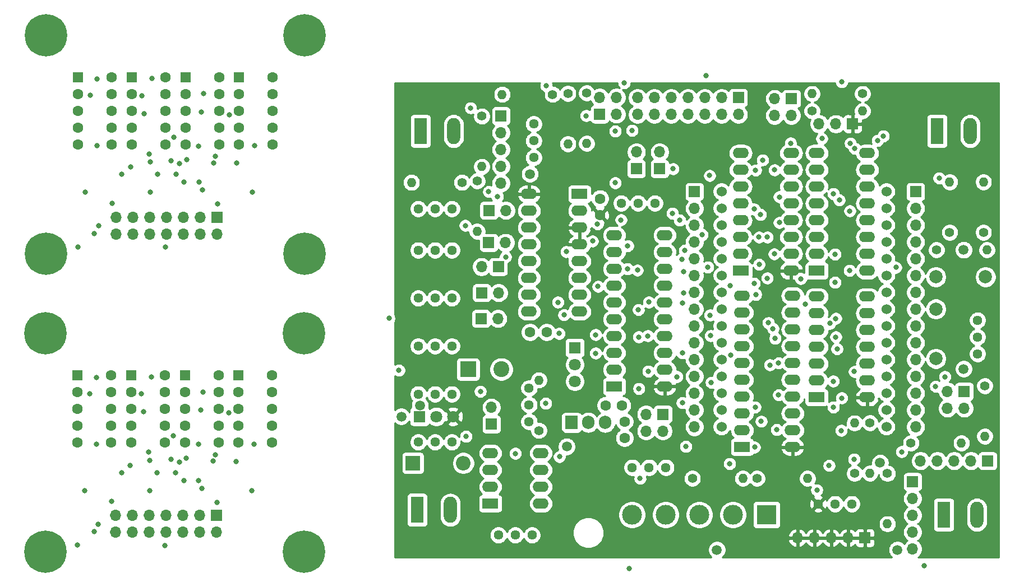
<source format=gbr>
%TF.GenerationSoftware,KiCad,Pcbnew,5.1.10-88a1d61d58~90~ubuntu20.04.1*%
%TF.CreationDate,2021-10-14T14:42:22+02:00*%
%TF.ProjectId,menelaos,6d656e65-6c61-46f7-932e-6b696361645f,rev?*%
%TF.SameCoordinates,Original*%
%TF.FileFunction,Copper,L2,Inr*%
%TF.FilePolarity,Positive*%
%FSLAX46Y46*%
G04 Gerber Fmt 4.6, Leading zero omitted, Abs format (unit mm)*
G04 Created by KiCad (PCBNEW 5.1.10-88a1d61d58~90~ubuntu20.04.1) date 2021-10-14 14:42:22*
%MOMM*%
%LPD*%
G01*
G04 APERTURE LIST*
%TA.AperFunction,ComponentPad*%
%ADD10R,1.700000X1.700000*%
%TD*%
%TA.AperFunction,ComponentPad*%
%ADD11O,1.700000X1.700000*%
%TD*%
%TA.AperFunction,ComponentPad*%
%ADD12C,6.400000*%
%TD*%
%TA.AperFunction,ComponentPad*%
%ADD13C,0.800000*%
%TD*%
%TA.AperFunction,ComponentPad*%
%ADD14R,1.600000X1.600000*%
%TD*%
%TA.AperFunction,ComponentPad*%
%ADD15C,1.600000*%
%TD*%
%TA.AperFunction,ComponentPad*%
%ADD16C,2.000000*%
%TD*%
%TA.AperFunction,ComponentPad*%
%ADD17O,1.980000X3.960000*%
%TD*%
%TA.AperFunction,ComponentPad*%
%ADD18R,1.980000X3.960000*%
%TD*%
%TA.AperFunction,ComponentPad*%
%ADD19O,2.400000X1.600000*%
%TD*%
%TA.AperFunction,ComponentPad*%
%ADD20R,2.400000X1.600000*%
%TD*%
%TA.AperFunction,ComponentPad*%
%ADD21R,2.400000X2.400000*%
%TD*%
%TA.AperFunction,ComponentPad*%
%ADD22C,2.400000*%
%TD*%
%TA.AperFunction,ComponentPad*%
%ADD23R,2.200000X2.200000*%
%TD*%
%TA.AperFunction,ComponentPad*%
%ADD24O,2.200000X2.200000*%
%TD*%
%TA.AperFunction,ComponentPad*%
%ADD25C,3.000000*%
%TD*%
%TA.AperFunction,ComponentPad*%
%ADD26R,3.000000X3.000000*%
%TD*%
%TA.AperFunction,ComponentPad*%
%ADD27R,1.905000X2.000000*%
%TD*%
%TA.AperFunction,ComponentPad*%
%ADD28O,1.905000X2.000000*%
%TD*%
%TA.AperFunction,ComponentPad*%
%ADD29O,1.400000X1.400000*%
%TD*%
%TA.AperFunction,ComponentPad*%
%ADD30C,1.400000*%
%TD*%
%TA.AperFunction,ComponentPad*%
%ADD31C,1.440000*%
%TD*%
%TA.AperFunction,ComponentPad*%
%ADD32C,1.800000*%
%TD*%
%TA.AperFunction,ComponentPad*%
%ADD33R,1.800000X1.800000*%
%TD*%
%TA.AperFunction,ComponentPad*%
%ADD34C,1.524000*%
%TD*%
%TA.AperFunction,ViaPad*%
%ADD35C,0.800000*%
%TD*%
%TA.AperFunction,ViaPad*%
%ADD36C,1.500000*%
%TD*%
%TA.AperFunction,Conductor*%
%ADD37C,0.254000*%
%TD*%
%TA.AperFunction,Conductor*%
%ADD38C,0.100000*%
%TD*%
G04 APERTURE END LIST*
D10*
%TO.N,N/C*%
%TO.C,J21*%
X85780000Y-103000000D03*
D11*
X85780000Y-105540000D03*
X83240000Y-103000000D03*
X83240000Y-105540000D03*
X80700000Y-103000000D03*
X80700000Y-105540000D03*
X78160000Y-103000000D03*
X78160000Y-105540000D03*
X75620000Y-103000000D03*
X75620000Y-105540000D03*
X73080000Y-103000000D03*
X73080000Y-105540000D03*
X70540000Y-103000000D03*
X70540000Y-105540000D03*
%TD*%
D12*
%TO.N,N/C*%
%TO.C,H3*%
X59980000Y-108500000D03*
D13*
X62380000Y-108500000D03*
X61677056Y-110197056D03*
X59980000Y-110900000D03*
X58282944Y-110197056D03*
X57580000Y-108500000D03*
X58282944Y-106802944D03*
X59980000Y-106100000D03*
X61677056Y-106802944D03*
%TD*%
D12*
%TO.N,N/C*%
%TO.C,H1*%
X98980000Y-75500000D03*
D13*
X101380000Y-75500000D03*
X100677056Y-77197056D03*
X98980000Y-77900000D03*
X97282944Y-77197056D03*
X96580000Y-75500000D03*
X97282944Y-73802944D03*
X98980000Y-73100000D03*
X100677056Y-73802944D03*
%TD*%
D14*
%TO.N,N/C*%
%TO.C,U14*%
X64800000Y-81840000D03*
D15*
X64800000Y-84380000D03*
X64800000Y-86920000D03*
X64800000Y-89460000D03*
X64800000Y-92000000D03*
X69880000Y-92000000D03*
X69880000Y-89460000D03*
X69880000Y-86920000D03*
X69880000Y-84380000D03*
X69880000Y-81840000D03*
%TD*%
%TO.N,N/C*%
%TO.C,U12*%
X94180000Y-81840000D03*
X94180000Y-84380000D03*
X94180000Y-86920000D03*
X94180000Y-89460000D03*
X94180000Y-92000000D03*
X89100000Y-92000000D03*
X89100000Y-89460000D03*
X89100000Y-86920000D03*
X89100000Y-84380000D03*
D14*
X89100000Y-81840000D03*
%TD*%
%TO.N,N/C*%
%TO.C,U10*%
X81000000Y-81840000D03*
D15*
X81000000Y-84380000D03*
X81000000Y-86920000D03*
X81000000Y-89460000D03*
X81000000Y-92000000D03*
X86080000Y-92000000D03*
X86080000Y-89460000D03*
X86080000Y-86920000D03*
X86080000Y-84380000D03*
X86080000Y-81840000D03*
%TD*%
%TO.N,N/C*%
%TO.C,U8*%
X77980000Y-81840000D03*
X77980000Y-84380000D03*
X77980000Y-86920000D03*
X77980000Y-89460000D03*
X77980000Y-92000000D03*
X72900000Y-92000000D03*
X72900000Y-89460000D03*
X72900000Y-86920000D03*
X72900000Y-84380000D03*
D14*
X72900000Y-81840000D03*
%TD*%
D12*
%TO.N,N/C*%
%TO.C,H2*%
X59980000Y-75500000D03*
D13*
X62380000Y-75500000D03*
X61677056Y-77197056D03*
X59980000Y-77900000D03*
X58282944Y-77197056D03*
X57580000Y-75500000D03*
X58282944Y-73802944D03*
X59980000Y-73100000D03*
X61677056Y-73802944D03*
%TD*%
D12*
%TO.N,N/C*%
%TO.C,H4*%
X98980000Y-108500000D03*
D13*
X101380000Y-108500000D03*
X100677056Y-110197056D03*
X98980000Y-110900000D03*
X97282944Y-110197056D03*
X96580000Y-108500000D03*
X97282944Y-106802944D03*
X98980000Y-106100000D03*
X100677056Y-106802944D03*
%TD*%
D11*
%TO.N,_ones*%
%TO.C,J2*%
X146090000Y-84910000D03*
%TO.N,_onesBoard*%
X143550000Y-84910000D03*
%TO.N,ones33*%
X146090000Y-87450000D03*
D10*
%TO.N,_onesBoard*%
X143550000Y-87450000D03*
%TD*%
D11*
%TO.N,Net-(J21-Pad8)*%
%TO.C,J21*%
X70460000Y-150640000D03*
%TO.N,Net-(J21-Pad7)*%
X70460000Y-148100000D03*
%TO.N,+g*%
X73000000Y-150640000D03*
%TO.N,+f*%
X73000000Y-148100000D03*
%TO.N,+dp*%
X75540000Y-150640000D03*
%TO.N,+e*%
X75540000Y-148100000D03*
%TO.N,+ones*%
X78080000Y-150640000D03*
%TO.N,+d*%
X78080000Y-148100000D03*
%TO.N,+tens*%
X80620000Y-150640000D03*
%TO.N,+c*%
X80620000Y-148100000D03*
%TO.N,+hundreds*%
X83160000Y-150640000D03*
%TO.N,+b*%
X83160000Y-148100000D03*
%TO.N,+thousands*%
X85700000Y-150640000D03*
D10*
%TO.N,+a*%
X85700000Y-148100000D03*
%TD*%
D11*
%TO.N,Net-(J20-Pad8)*%
%TO.C,J20*%
X149260000Y-87490000D03*
%TO.N,Net-(J20-Pad7)*%
X149260000Y-84950000D03*
%TO.N,_g*%
X151800000Y-87490000D03*
%TO.N,_f*%
X151800000Y-84950000D03*
%TO.N,_dp*%
X154340000Y-87490000D03*
%TO.N,_e*%
X154340000Y-84950000D03*
%TO.N,ones*%
X156880000Y-87490000D03*
%TO.N,_d*%
X156880000Y-84950000D03*
%TO.N,tens*%
X159420000Y-87490000D03*
%TO.N,_c*%
X159420000Y-84950000D03*
%TO.N,hundreds*%
X161960000Y-87490000D03*
%TO.N,_b*%
X161960000Y-84950000D03*
%TO.N,thousands*%
X164500000Y-87490000D03*
D10*
%TO.N,_a*%
X164500000Y-84950000D03*
%TD*%
D13*
%TO.N,N/C*%
%TO.C,H4*%
X100597056Y-151902944D03*
X98900000Y-151200000D03*
X97202944Y-151902944D03*
X96500000Y-153600000D03*
X97202944Y-155297056D03*
X98900000Y-156000000D03*
X100597056Y-155297056D03*
X101300000Y-153600000D03*
D12*
X98900000Y-153600000D03*
%TD*%
D13*
%TO.N,N/C*%
%TO.C,H3*%
X61597056Y-151902944D03*
X59900000Y-151200000D03*
X58202944Y-151902944D03*
X57500000Y-153600000D03*
X58202944Y-155297056D03*
X59900000Y-156000000D03*
X61597056Y-155297056D03*
X62300000Y-153600000D03*
D12*
X59900000Y-153600000D03*
%TD*%
D13*
%TO.N,N/C*%
%TO.C,H2*%
X61597056Y-118902944D03*
X59900000Y-118200000D03*
X58202944Y-118902944D03*
X57500000Y-120600000D03*
X58202944Y-122297056D03*
X59900000Y-123000000D03*
X61597056Y-122297056D03*
X62300000Y-120600000D03*
D12*
X59900000Y-120600000D03*
%TD*%
D13*
%TO.N,N/C*%
%TO.C,H1*%
X100597056Y-118902944D03*
X98900000Y-118200000D03*
X97202944Y-118902944D03*
X96500000Y-120600000D03*
X97202944Y-122297056D03*
X98900000Y-123000000D03*
X100597056Y-122297056D03*
X101300000Y-120600000D03*
D12*
X98900000Y-120600000D03*
%TD*%
D15*
%TO.N,POWER-IN-*%
%TO.C,Murata-Ceramic-Capacitor-50v1-22uF1*%
X147300000Y-133900000D03*
%TO.N,+12V*%
X147300000Y-136400000D03*
%TD*%
D16*
%TO.N,POWER-IN-*%
%TO.C,C2*%
X194300000Y-124400000D03*
%TO.N,_chB*%
X194300000Y-116900000D03*
%TD*%
%TO.N,POWER-IN-*%
%TO.C,C3*%
X201800000Y-112050000D03*
%TO.N,_chA*%
X194300000Y-112050000D03*
%TD*%
D15*
%TO.N,POWER-IN-*%
%TO.C,Murata-Ceramic-Capacitor-50v1-22uF2*%
X144450000Y-131450000D03*
%TO.N,+12V*%
X146950000Y-131450000D03*
%TD*%
%TO.N,POWER-IN-*%
%TO.C,Murata-Ceramic-Capacitor-50v1-22uF3*%
X143600000Y-100200000D03*
%TO.N,+5VP*%
X143600000Y-102700000D03*
%TD*%
%TO.N,POWER-IN-*%
%TO.C,Murata-Ceramic-Capacitor-50v1-22uF4*%
X133050000Y-120400000D03*
%TO.N,+5VL*%
X135550000Y-120400000D03*
%TD*%
D17*
%TO.N,POWER-IN+*%
%TO.C,S4*%
X121000000Y-147250000D03*
D18*
%TO.N,POWER-IN-*%
X116000000Y-147250000D03*
%TD*%
D19*
%TO.N,+5VL*%
%TO.C,U16*%
X134670000Y-146300000D03*
%TO.N,POWER-IN-*%
X127050000Y-138680000D03*
%TO.N,_save*%
X134670000Y-143760000D03*
%TO.N,Net-(U16-Pad3)*%
X127050000Y-141220000D03*
%TO.N,Net-(RV9-Pad2)*%
X134670000Y-141220000D03*
%TO.N,Net-(U16-Pad2)*%
X127050000Y-143760000D03*
%TO.N,Net-(RV10-Pad2)*%
X134670000Y-138680000D03*
D20*
%TO.N,Net-(U16-Pad1)*%
X127050000Y-146300000D03*
%TD*%
D21*
%TO.N,+5VL*%
%TO.C,C1*%
X123700000Y-126000000D03*
D22*
%TO.N,POWER-IN-*%
X128700000Y-126000000D03*
%TD*%
D23*
%TO.N,+12V*%
%TO.C,D1*%
X115350000Y-140175000D03*
D24*
%TO.N,Net-(D1-Pad2)*%
X122970000Y-140175000D03*
%TD*%
D10*
%TO.N,POWER-IN-*%
%TO.C,J1*%
X202150000Y-139850000D03*
D11*
X199610000Y-139850000D03*
X197070000Y-139850000D03*
X194530000Y-139850000D03*
X191990000Y-139850000D03*
%TD*%
D10*
%TO.N,+12V*%
%TO.C,J3*%
X128650000Y-87700000D03*
D11*
X128650000Y-90240000D03*
X128650000Y-92780000D03*
X128650000Y-95320000D03*
X128650000Y-97860000D03*
%TD*%
%TO.N,+5VP*%
%TO.C,J4*%
X173440000Y-151500000D03*
X175980000Y-151500000D03*
X178520000Y-151500000D03*
X181060000Y-151500000D03*
D10*
X183600000Y-151500000D03*
%TD*%
D11*
%TO.N,+3V3*%
%TO.C,J5*%
X190800000Y-153160000D03*
X190800000Y-150620000D03*
X190800000Y-148080000D03*
X190800000Y-145540000D03*
D10*
X190800000Y-143000000D03*
%TD*%
%TO.N,_thousandsBoard*%
%TO.C,J6*%
X198600000Y-129350000D03*
D11*
%TO.N,thousands33*%
X196060000Y-129350000D03*
%TO.N,_thousandsBoard*%
X198600000Y-131890000D03*
%TO.N,_thousands*%
X196060000Y-131890000D03*
%TD*%
D10*
%TO.N,_tensBoard*%
%TO.C,J7*%
X153100000Y-132800000D03*
D11*
%TO.N,Net-(J7-Pad1)*%
X150560000Y-132800000D03*
%TO.N,_tensBoard*%
X153100000Y-135340000D03*
%TO.N,_tens*%
X150560000Y-135340000D03*
%TD*%
%TO.N,_hundreds*%
%TO.C,J8*%
X169960000Y-87640000D03*
%TO.N,_hundredsBoard*%
X172500000Y-87640000D03*
%TO.N,hundreds33*%
X169960000Y-85100000D03*
D10*
%TO.N,_hundredsBoard*%
X172500000Y-85100000D03*
%TD*%
D11*
%TO.N,+5VL*%
%TO.C,J9*%
X157850000Y-134710000D03*
%TO.N,POWER-IN-*%
X157850000Y-132170000D03*
%TO.N,_mode*%
X157850000Y-129630000D03*
%TO.N,_dpBoard*%
X157850000Y-127090000D03*
%TO.N,_zero*%
X157850000Y-124550000D03*
%TO.N,_a1*%
X157850000Y-122010000D03*
%TO.N,_a2*%
X157850000Y-119470000D03*
%TO.N,_onesBoard*%
X157850000Y-116930000D03*
%TO.N,Net-(J9-Pad7)*%
X157850000Y-114390000D03*
%TO.N,_clk*%
X157850000Y-111850000D03*
%TO.N,Net-(J9-Pad5)*%
X157850000Y-109310000D03*
%TO.N,_config*%
X157850000Y-106770000D03*
%TO.N,Net-(J9-Pad3)*%
X157850000Y-104230000D03*
%TO.N,Net-(J9-Pad2)*%
X157850000Y-101690000D03*
D10*
%TO.N,Net-(J9-Pad1)*%
X157850000Y-99150000D03*
%TD*%
%TO.N,_tensBoard*%
%TO.C,J10*%
X191250000Y-99150000D03*
D11*
%TO.N,_hundredsBoard*%
X191250000Y-101690000D03*
%TO.N,Net-(J10-Pad3)*%
X191250000Y-104230000D03*
%TO.N,Net-(J10-Pad4)*%
X191250000Y-106770000D03*
%TO.N,_chA*%
X191250000Y-109310000D03*
%TO.N,_a4*%
X191250000Y-111850000D03*
%TO.N,_a3*%
X191250000Y-114390000D03*
%TO.N,_chB*%
X191250000Y-116930000D03*
%TO.N,Net-(J10-Pad9)*%
X191250000Y-119470000D03*
%TO.N,Net-(J10-Pad10)*%
X191250000Y-122010000D03*
%TO.N,_thousandsBoard*%
X191250000Y-124550000D03*
%TO.N,Net-(J10-Pad12)*%
X191250000Y-127090000D03*
%TO.N,_save*%
X191250000Y-129630000D03*
%TO.N,POWER-IN-*%
X191250000Y-132170000D03*
%TO.N,+3V3*%
X191250000Y-134710000D03*
%TD*%
%TO.N,a*%
%TO.C,J11*%
X125710000Y-110500000D03*
D10*
%TO.N,_a*%
X128250000Y-110500000D03*
%TD*%
D11*
%TO.N,b*%
%TO.C,J12*%
X129340000Y-106850000D03*
D10*
%TO.N,_b*%
X126800000Y-106850000D03*
%TD*%
%TO.N,_c*%
%TO.C,J13*%
X125750000Y-114450000D03*
D11*
%TO.N,c*%
X128290000Y-114450000D03*
%TD*%
D10*
%TO.N,_d*%
%TO.C,J14*%
X125650000Y-118350000D03*
D11*
%TO.N,d*%
X128190000Y-118350000D03*
%TD*%
D10*
%TO.N,_e*%
%TO.C,J15*%
X127200000Y-134300000D03*
D11*
%TO.N,e*%
X127200000Y-131760000D03*
%TD*%
%TO.N,f*%
%TO.C,J16*%
X129390000Y-102000000D03*
D10*
%TO.N,_f*%
X126850000Y-102000000D03*
%TD*%
D11*
%TO.N,g*%
%TO.C,J17*%
X149100000Y-93160000D03*
D10*
%TO.N,_g*%
X149100000Y-95700000D03*
%TD*%
%TO.N,_dp*%
%TO.C,J18*%
X152600000Y-95700000D03*
D11*
%TO.N,_dpBoard*%
X152600000Y-93160000D03*
%TD*%
D10*
%TO.N,+5VP*%
%TO.C,J19*%
X181750000Y-88900000D03*
D11*
%TO.N,Net-(J19-Pad2)*%
X179210000Y-88900000D03*
%TO.N,POWER-IN-*%
X176670000Y-88900000D03*
%TD*%
D25*
%TO.N,POWER-IN-*%
%TO.C,J23*%
X163670000Y-148000000D03*
%TO.N,white*%
X158590000Y-148000000D03*
D26*
%TO.N,POWER-IN-*%
X168750000Y-148000000D03*
D25*
%TO.N,yellow*%
X153510000Y-148000000D03*
%TO.N,gray*%
X148430000Y-148000000D03*
%TD*%
D27*
%TO.N,Net-(D1-Pad2)*%
%TO.C,Q1*%
X139300000Y-134050000D03*
D28*
%TO.N,POWER-IN+*%
X141840000Y-134050000D03*
%TO.N,+12V*%
X144380000Y-134050000D03*
%TD*%
D29*
%TO.N,ones33*%
%TO.C,R1*%
X141600000Y-91870000D03*
D30*
%TO.N,_ones*%
X141600000Y-84250000D03*
%TD*%
%TO.N,ones33*%
%TO.C,R2*%
X136450000Y-84450000D03*
D29*
%TO.N,POWER-IN-*%
X128830000Y-84450000D03*
%TD*%
D30*
%TO.N,_tens*%
%TO.C,R3*%
X157550000Y-142500000D03*
D29*
%TO.N,tens33*%
X165170000Y-142500000D03*
%TD*%
D30*
%TO.N,tens33*%
%TO.C,R4*%
X167300000Y-142500000D03*
D29*
%TO.N,POWER-IN-*%
X174920000Y-142500000D03*
%TD*%
%TO.N,hundreds33*%
%TO.C,R5*%
X183220000Y-86950000D03*
D30*
%TO.N,_hundreds*%
X175600000Y-86950000D03*
%TD*%
%TO.N,hundreds33*%
%TO.C,R6*%
X183250000Y-84350000D03*
D29*
%TO.N,POWER-IN-*%
X175630000Y-84350000D03*
%TD*%
D30*
%TO.N,_thousands*%
%TO.C,R7*%
X138750000Y-84300000D03*
D29*
%TO.N,thousands33*%
X138750000Y-91920000D03*
%TD*%
%TO.N,POWER-IN-*%
%TO.C,R8*%
X201700000Y-136120000D03*
D30*
%TO.N,thousands33*%
X201700000Y-128500000D03*
%TD*%
D29*
%TO.N,POWER-IN-*%
%TO.C,R9*%
X134375000Y-127630000D03*
D30*
%TO.N,Net-(D1-Pad2)*%
X134375000Y-135250000D03*
%TD*%
D29*
%TO.N,_save*%
%TO.C,R10*%
X182025000Y-134130000D03*
D30*
%TO.N,+5VL*%
X182025000Y-141750000D03*
%TD*%
D29*
%TO.N,Net-(R11-Pad2)*%
%TO.C,R11*%
X184350000Y-141720000D03*
D30*
%TO.N,+5VL*%
X184350000Y-134100000D03*
%TD*%
%TO.N,Net-(R11-Pad2)*%
%TO.C,R12*%
X190550000Y-137150000D03*
D29*
%TO.N,POWER-IN-*%
X198170000Y-137150000D03*
%TD*%
%TO.N,Net-(R13-Pad2)*%
%TO.C,R13*%
X202020000Y-107950000D03*
D30*
%TO.N,+5VL*%
X194400000Y-107950000D03*
%TD*%
%TO.N,Net-(R11-Pad2)*%
%TO.C,R14*%
X187000000Y-141750000D03*
D29*
%TO.N,_zero*%
X187000000Y-149370000D03*
%TD*%
D30*
%TO.N,Net-(R13-Pad2)*%
%TO.C,R15*%
X201500000Y-105300000D03*
D29*
%TO.N,POWER-IN-*%
X201500000Y-97680000D03*
%TD*%
D30*
%TO.N,+5VL*%
%TO.C,R16*%
X125750000Y-87750000D03*
D29*
%TO.N,Net-(R16-Pad2)*%
X125750000Y-95370000D03*
%TD*%
%TO.N,POWER-IN-*%
%TO.C,R17*%
X125050000Y-105170000D03*
D30*
%TO.N,Net-(R16-Pad2)*%
X125050000Y-97550000D03*
%TD*%
%TO.N,Net-(R13-Pad2)*%
%TO.C,R18*%
X196400000Y-105300000D03*
D29*
%TO.N,_mode*%
X196400000Y-97680000D03*
%TD*%
%TO.N,_config*%
%TO.C,R19*%
X115130000Y-97750000D03*
D30*
%TO.N,Net-(R16-Pad2)*%
X122750000Y-97750000D03*
%TD*%
D31*
%TO.N,_a*%
%TO.C,RV1*%
X121250000Y-108000000D03*
%TO.N,a*%
X118710000Y-108000000D03*
%TO.N,POWER-IN-*%
X116170000Y-108000000D03*
%TD*%
%TO.N,POWER-IN-*%
%TO.C,RV2*%
X116170000Y-115250000D03*
%TO.N,b*%
X118710000Y-115250000D03*
%TO.N,_b*%
X121250000Y-115250000D03*
%TD*%
%TO.N,_c*%
%TO.C,RV3*%
X121250000Y-122500000D03*
%TO.N,c*%
X118710000Y-122500000D03*
%TO.N,POWER-IN-*%
X116170000Y-122500000D03*
%TD*%
%TO.N,POWER-IN-*%
%TO.C,RV4*%
X116170000Y-129750000D03*
%TO.N,d*%
X118710000Y-129750000D03*
%TO.N,_d*%
X121250000Y-129750000D03*
%TD*%
%TO.N,_e*%
%TO.C,RV5*%
X121250000Y-137000000D03*
%TO.N,e*%
X118710000Y-137000000D03*
%TO.N,POWER-IN-*%
X116170000Y-137000000D03*
%TD*%
%TO.N,POWER-IN-*%
%TO.C,RV6*%
X116170000Y-101750000D03*
%TO.N,f*%
X118710000Y-101750000D03*
%TO.N,_f*%
X121250000Y-101750000D03*
%TD*%
%TO.N,_g*%
%TO.C,RV7*%
X133600000Y-94000000D03*
%TO.N,g*%
X133600000Y-91460000D03*
%TO.N,POWER-IN-*%
X133600000Y-88920000D03*
%TD*%
%TO.N,_dp*%
%TO.C,RV8*%
X151900000Y-100900000D03*
%TO.N,_dpBoard*%
X149360000Y-100900000D03*
%TO.N,POWER-IN-*%
X146820000Y-100900000D03*
%TD*%
%TO.N,POWER-IN-*%
%TO.C,RV9*%
X132900000Y-133930000D03*
%TO.N,Net-(RV9-Pad2)*%
X132900000Y-131390000D03*
%TO.N,+12V*%
X132900000Y-128850000D03*
%TD*%
%TO.N,+5VL*%
%TO.C,RV10*%
X133350000Y-151050000D03*
%TO.N,Net-(RV10-Pad2)*%
X130810000Y-151050000D03*
%TO.N,POWER-IN-*%
X128270000Y-151050000D03*
%TD*%
%TO.N,POWER-IN-*%
%TO.C,RV11*%
X200600000Y-123680000D03*
%TO.N,_chB*%
X200600000Y-121140000D03*
%TO.N,gray*%
X200600000Y-118600000D03*
%TD*%
%TO.N,POWER-IN-*%
%TO.C,RV12*%
X148470000Y-140850000D03*
%TO.N,_chA*%
X151010000Y-140850000D03*
%TO.N,yellow*%
X153550000Y-140850000D03*
%TD*%
%TO.N,+5VP*%
%TO.C,RV13*%
X176550000Y-146350000D03*
%TO.N,white*%
X179090000Y-146350000D03*
%TO.N,POWER-IN-*%
X181630000Y-146350000D03*
%TD*%
D18*
%TO.N,_zero*%
%TO.C,S1*%
X195500000Y-148000000D03*
D17*
%TO.N,POWER-IN-*%
X200500000Y-148000000D03*
%TD*%
D18*
%TO.N,_mode*%
%TO.C,S2*%
X194500000Y-90000000D03*
D17*
%TO.N,POWER-IN-*%
X199500000Y-90000000D03*
%TD*%
%TO.N,POWER-IN-*%
%TO.C,S3*%
X121500000Y-90000000D03*
D18*
%TO.N,_config*%
X116500000Y-90000000D03*
%TD*%
D19*
%TO.N,+5VP*%
%TO.C,U1*%
X172670000Y-137750000D03*
%TO.N,POWER-IN-*%
X165050000Y-114890000D03*
%TO.N,_ones*%
X172670000Y-135210000D03*
%TO.N,/7-segmet-display/BCD_out4*%
X165050000Y-117430000D03*
%TO.N,/7-segmet-display/BCD_out1*%
X172670000Y-132670000D03*
%TO.N,_a4*%
X165050000Y-119970000D03*
%TO.N,_a1*%
X172670000Y-130130000D03*
%TO.N,/7-segmet-display/BCD_out3*%
X165050000Y-122510000D03*
%TO.N,/7-segmet-display/BCD_out2*%
X172670000Y-127590000D03*
%TO.N,_a3*%
X165050000Y-125050000D03*
%TO.N,_a2*%
X172670000Y-125050000D03*
%TO.N,/7-segmet-display/BCD_out2*%
X165050000Y-127590000D03*
%TO.N,/7-segmet-display/BCD_out3*%
X172670000Y-122510000D03*
%TO.N,_a2*%
X165050000Y-130130000D03*
%TO.N,_a3*%
X172670000Y-119970000D03*
%TO.N,/7-segmet-display/BCD_out1*%
X165050000Y-132670000D03*
%TO.N,/7-segmet-display/BCD_out4*%
X172670000Y-117430000D03*
%TO.N,_a1*%
X165050000Y-135210000D03*
%TO.N,_a4*%
X172670000Y-114890000D03*
D20*
%TO.N,_thousands*%
X165050000Y-137750000D03*
%TD*%
%TO.N,Net-(U2-Pad1)*%
%TO.C,U2*%
X164850000Y-111100000D03*
D19*
%TO.N,Net-(U2-Pad9)*%
X172470000Y-93320000D03*
%TO.N,Net-(U2-Pad2)*%
X164850000Y-108560000D03*
%TO.N,Net-(U2-Pad10)*%
X172470000Y-95860000D03*
%TO.N,Net-(U2-Pad3)*%
X164850000Y-106020000D03*
%TO.N,Net-(U2-Pad11)*%
X172470000Y-98400000D03*
%TO.N,Net-(U2-Pad4)*%
X164850000Y-103480000D03*
%TO.N,Net-(J19-Pad2)*%
X172470000Y-100940000D03*
%TO.N,Net-(U2-Pad5)*%
X164850000Y-100940000D03*
%TO.N,POWER-IN-*%
X172470000Y-103480000D03*
%TO.N,Net-(U2-Pad6)*%
X164850000Y-98400000D03*
%TO.N,_clk*%
X172470000Y-106020000D03*
%TO.N,Net-(U2-Pad7)*%
X164850000Y-95860000D03*
%TO.N,Net-(U2-Pad10)*%
X172470000Y-108560000D03*
%TO.N,POWER-IN-*%
X164850000Y-93320000D03*
%TO.N,+5VP*%
X172470000Y-111100000D03*
%TD*%
D20*
%TO.N,Net-(U2-Pad3)*%
%TO.C,U3*%
X176300000Y-130250000D03*
D19*
%TO.N,_hundreds*%
X183920000Y-115010000D03*
%TO.N,_thousands*%
X176300000Y-127710000D03*
%TO.N,Net-(U2-Pad7)*%
X183920000Y-117550000D03*
%TO.N,Net-(U2-Pad2)*%
X176300000Y-125170000D03*
%TO.N,N/C*%
X183920000Y-120090000D03*
%TO.N,_ones*%
X176300000Y-122630000D03*
%TO.N,N/C*%
X183920000Y-122630000D03*
%TO.N,Net-(U2-Pad4)*%
X176300000Y-120090000D03*
%TO.N,N/C*%
X183920000Y-125170000D03*
%TO.N,_tens*%
X176300000Y-117550000D03*
%TO.N,N/C*%
X183920000Y-127710000D03*
%TO.N,POWER-IN-*%
X176300000Y-115010000D03*
%TO.N,+5VP*%
X183920000Y-130250000D03*
%TD*%
%TO.N,+5VP*%
%TO.C,U4*%
X132880000Y-99500000D03*
%TO.N,POWER-IN-*%
X140500000Y-117280000D03*
%TO.N,f*%
X132880000Y-102040000D03*
%TO.N,/7-segmet-display/BCD_out1*%
X140500000Y-114740000D03*
%TO.N,g*%
X132880000Y-104580000D03*
%TO.N,/7-segmet-display/BCD_out4*%
X140500000Y-112200000D03*
%TO.N,a*%
X132880000Y-107120000D03*
%TO.N,POWER-IN-*%
X140500000Y-109660000D03*
%TO.N,b*%
X132880000Y-109660000D03*
%TO.N,+5VP*%
X140500000Y-107120000D03*
%TO.N,c*%
X132880000Y-112200000D03*
%TO.N,+5VP*%
X140500000Y-104580000D03*
%TO.N,d*%
X132880000Y-114740000D03*
%TO.N,/7-segmet-display/BCD_out3*%
X140500000Y-102040000D03*
%TO.N,e*%
X132880000Y-117280000D03*
D20*
%TO.N,/7-segmet-display/BCD_out2*%
X140500000Y-99500000D03*
%TD*%
%TO.N,_tens*%
%TO.C,U5*%
X145750000Y-128600000D03*
D19*
%TO.N,_a4*%
X153370000Y-105740000D03*
%TO.N,_a1*%
X145750000Y-126060000D03*
%TO.N,/7-segmet-display/BCD_out4*%
X153370000Y-108280000D03*
%TO.N,/7-segmet-display/BCD_out1*%
X145750000Y-123520000D03*
%TO.N,_a3*%
X153370000Y-110820000D03*
%TO.N,_a2*%
X145750000Y-120980000D03*
%TO.N,/7-segmet-display/BCD_out3*%
X153370000Y-113360000D03*
%TO.N,/7-segmet-display/BCD_out2*%
X145750000Y-118440000D03*
%TO.N,_a2*%
X153370000Y-115900000D03*
%TO.N,_a3*%
X145750000Y-115900000D03*
%TO.N,/7-segmet-display/BCD_out2*%
X153370000Y-118440000D03*
%TO.N,/7-segmet-display/BCD_out3*%
X145750000Y-113360000D03*
%TO.N,_a1*%
X153370000Y-120980000D03*
%TO.N,_a4*%
X145750000Y-110820000D03*
%TO.N,/7-segmet-display/BCD_out1*%
X153370000Y-123520000D03*
%TO.N,/7-segmet-display/BCD_out4*%
X145750000Y-108280000D03*
%TO.N,_hundreds*%
X153370000Y-126060000D03*
%TO.N,POWER-IN-*%
X145750000Y-105740000D03*
%TO.N,+5VP*%
X153370000Y-128600000D03*
%TD*%
D20*
%TO.N,Net-(U2-Pad3)*%
%TO.C,U6*%
X176300000Y-111100000D03*
D19*
%TO.N,Net-(U6-Pad9)*%
X183920000Y-93320000D03*
%TO.N,Net-(U2-Pad2)*%
X176300000Y-108560000D03*
%TO.N,Net-(U6-Pad10)*%
X183920000Y-95860000D03*
%TO.N,Net-(U2-Pad4)*%
X176300000Y-106020000D03*
%TO.N,Net-(U6-Pad11)*%
X183920000Y-98400000D03*
%TO.N,Net-(U2-Pad7)*%
X176300000Y-103480000D03*
%TO.N,Net-(U6-Pad12)*%
X183920000Y-100940000D03*
%TO.N,Net-(U6-Pad5)*%
X176300000Y-100940000D03*
%TO.N,hundreds*%
X183920000Y-103480000D03*
%TO.N,Net-(U6-Pad6)*%
X176300000Y-98400000D03*
%TO.N,tens*%
X183920000Y-106020000D03*
%TO.N,Net-(U6-Pad7)*%
X176300000Y-95860000D03*
%TO.N,ones*%
X183920000Y-108560000D03*
%TO.N,POWER-IN-*%
X176300000Y-93320000D03*
%TO.N,thousands*%
X183920000Y-111100000D03*
%TD*%
D14*
%TO.N,+ones*%
%TO.C,U8*%
X72820000Y-126940000D03*
D15*
%TO.N,+f*%
X72820000Y-129480000D03*
%TO.N,+g*%
X72820000Y-132020000D03*
%TO.N,+e*%
X72820000Y-134560000D03*
%TO.N,+d*%
X72820000Y-137100000D03*
%TO.N,+ones*%
X77900000Y-137100000D03*
%TO.N,+dp*%
X77900000Y-134560000D03*
%TO.N,+c*%
X77900000Y-132020000D03*
%TO.N,+b*%
X77900000Y-129480000D03*
%TO.N,+a*%
X77900000Y-126940000D03*
%TD*%
%TO.N,+a*%
%TO.C,U10*%
X86000000Y-126940000D03*
%TO.N,+b*%
X86000000Y-129480000D03*
%TO.N,+c*%
X86000000Y-132020000D03*
%TO.N,+dp*%
X86000000Y-134560000D03*
%TO.N,+tens*%
X86000000Y-137100000D03*
%TO.N,+d*%
X80920000Y-137100000D03*
%TO.N,+e*%
X80920000Y-134560000D03*
%TO.N,+g*%
X80920000Y-132020000D03*
%TO.N,+f*%
X80920000Y-129480000D03*
D14*
%TO.N,+tens*%
X80920000Y-126940000D03*
%TD*%
%TO.N,+hundreds*%
%TO.C,U12*%
X89020000Y-126940000D03*
D15*
%TO.N,+f*%
X89020000Y-129480000D03*
%TO.N,+g*%
X89020000Y-132020000D03*
%TO.N,+e*%
X89020000Y-134560000D03*
%TO.N,+d*%
X89020000Y-137100000D03*
%TO.N,+hundreds*%
X94100000Y-137100000D03*
%TO.N,+dp*%
X94100000Y-134560000D03*
%TO.N,+c*%
X94100000Y-132020000D03*
%TO.N,+b*%
X94100000Y-129480000D03*
%TO.N,+a*%
X94100000Y-126940000D03*
%TD*%
%TO.N,+a*%
%TO.C,U14*%
X69800000Y-126940000D03*
%TO.N,+b*%
X69800000Y-129480000D03*
%TO.N,+c*%
X69800000Y-132020000D03*
%TO.N,+dp*%
X69800000Y-134560000D03*
%TO.N,+thousands*%
X69800000Y-137100000D03*
%TO.N,+d*%
X64720000Y-137100000D03*
%TO.N,+e*%
X64720000Y-134560000D03*
%TO.N,+g*%
X64720000Y-132020000D03*
%TO.N,+f*%
X64720000Y-129480000D03*
D14*
%TO.N,+thousands*%
X64720000Y-126940000D03*
%TD*%
D32*
%TO.N,+5VP*%
%TO.C,U17*%
X121430000Y-133150000D03*
%TO.N,POWER-IN-*%
X118890000Y-133150000D03*
D33*
%TO.N,+12V*%
X116350000Y-133150000D03*
%TD*%
%TO.N,+12V*%
%TO.C,U18*%
X139800000Y-122750000D03*
D32*
%TO.N,POWER-IN-*%
X139800000Y-125290000D03*
%TO.N,+5VL*%
X139800000Y-127830000D03*
%TD*%
D34*
%TO.N,Net-(J9-Pad1)*%
%TO.C,U24*%
X161954000Y-99116000D03*
%TO.N,Net-(J9-Pad2)*%
X161954000Y-101656000D03*
%TO.N,Net-(J9-Pad3)*%
X161954000Y-104196000D03*
%TO.N,_config*%
X161954000Y-106736000D03*
%TO.N,Net-(J9-Pad5)*%
X161954000Y-109276000D03*
%TO.N,_clk*%
X161954000Y-111816000D03*
%TO.N,Net-(J9-Pad7)*%
X161954000Y-114356000D03*
%TO.N,_onesBoard*%
X161954000Y-116896000D03*
%TO.N,_a2*%
X161954000Y-119436000D03*
%TO.N,_a1*%
X161954000Y-121976000D03*
%TO.N,_zero*%
X161954000Y-124516000D03*
%TO.N,_dpBoard*%
X161954000Y-127056000D03*
%TO.N,_mode*%
X161954000Y-129596000D03*
%TO.N,POWER-IN-*%
X161954000Y-132136000D03*
X161954000Y-132136000D03*
%TO.N,+5VL*%
X161954000Y-134676000D03*
%TO.N,+3V3*%
X186846000Y-134676000D03*
%TO.N,POWER-IN-*%
X186846000Y-132136000D03*
%TO.N,_save*%
X186846000Y-129596000D03*
%TO.N,Net-(J10-Pad12)*%
X186846000Y-127056000D03*
%TO.N,_thousandsBoard*%
X186846000Y-124516000D03*
%TO.N,Net-(J10-Pad10)*%
X186846000Y-121976000D03*
%TO.N,Net-(J10-Pad9)*%
X186846000Y-119436000D03*
%TO.N,_chB*%
X186846000Y-116896000D03*
%TO.N,_a3*%
X186846000Y-114356000D03*
%TO.N,_a4*%
X186846000Y-111816000D03*
%TO.N,_chA*%
X186846000Y-109276000D03*
%TO.N,Net-(J10-Pad4)*%
X186846000Y-106736000D03*
%TO.N,Net-(J10-Pad3)*%
X186846000Y-104196000D03*
%TO.N,_hundredsBoard*%
X186846000Y-101656000D03*
%TO.N,_tensBoard*%
X186846000Y-99116000D03*
%TD*%
D35*
%TO.N,*%
X75500000Y-93430000D03*
X85570000Y-93830000D03*
X83380000Y-87100000D03*
X83580000Y-98900000D03*
X67280000Y-105450000D03*
X66630000Y-84600000D03*
X75670000Y-94690000D03*
X75670000Y-94690000D03*
X78880000Y-94500000D03*
X79279999Y-90949999D03*
X87620000Y-87500000D03*
X75680000Y-99250000D03*
X65905000Y-99250000D03*
X75980000Y-82050000D03*
X64780000Y-107500000D03*
X77980000Y-107550000D03*
X85250000Y-94790000D03*
X81210000Y-94310000D03*
X80150000Y-94920000D03*
X72734999Y-95415001D03*
X83030000Y-92250000D03*
X83080000Y-97700000D03*
X80830000Y-97700000D03*
X79580000Y-96550000D03*
X71430000Y-96550000D03*
X74780000Y-87350000D03*
X76830000Y-96550000D03*
X91480000Y-92200000D03*
X91080000Y-99250000D03*
X74440000Y-84630000D03*
X83780000Y-84350000D03*
X69930000Y-100900000D03*
X85830000Y-101000000D03*
X67680000Y-82150000D03*
X67680000Y-92200000D03*
X67930000Y-104300000D03*
X88730000Y-94850000D03*
X94180000Y-81840000D03*
D36*
%TO.N,+5VL*%
X138575001Y-137674999D03*
D35*
X113250000Y-126150000D03*
D36*
X198500000Y-107950000D03*
X198500000Y-125950000D03*
X185885851Y-140135851D03*
X188500000Y-153300000D03*
X161250000Y-153300000D03*
D35*
%TO.N,_chA*%
X189150000Y-138475000D03*
D36*
%TO.N,+12V*%
X133025000Y-96475000D03*
X113600000Y-133150000D03*
X116421849Y-131501993D03*
D35*
%TO.N,Net-(D1-Pad2)*%
X123375000Y-136150000D03*
%TO.N,_ones*%
X180100000Y-82550000D03*
X180025000Y-135250000D03*
X179400000Y-122925000D03*
%TO.N,_onesBoard*%
X149400000Y-117000000D03*
X143550000Y-87450000D03*
%TO.N,ones33*%
X141500000Y-87675000D03*
%TO.N,thousands33*%
X195675000Y-127125000D03*
X194797347Y-97102653D03*
%TO.N,_thousands*%
X178850000Y-131725000D03*
X178825000Y-127800000D03*
X167025000Y-131725000D03*
X166950000Y-137775000D03*
X156550000Y-137675000D03*
X147262347Y-82712347D03*
%TO.N,_tensBoard*%
X179725000Y-100425000D03*
X178300000Y-119075000D03*
X169025000Y-118975000D03*
X167950000Y-133875000D03*
%TO.N,_tens*%
X149650000Y-142500000D03*
X176350000Y-144250001D03*
X149475000Y-128925000D03*
%TO.N,_hundreds*%
X177100000Y-91125000D03*
X185500000Y-91425000D03*
X182000000Y-126350000D03*
%TO.N,_hundredsBoard*%
X181325000Y-102075000D03*
X181400000Y-91850000D03*
X172375000Y-91825000D03*
%TO.N,_mode*%
X194266693Y-128591999D03*
%TO.N,_dpBoard*%
X155625000Y-103475000D03*
X155225000Y-127125000D03*
%TO.N,_zero*%
X163175000Y-140275000D03*
X178180000Y-140550000D03*
%TO.N,_a1*%
X150875000Y-126300000D03*
X150825000Y-120950000D03*
X170300000Y-135125000D03*
X170050000Y-121325000D03*
%TO.N,_a2*%
X170575000Y-125050000D03*
X170575000Y-129875000D03*
X156025000Y-116025000D03*
X149450000Y-121125000D03*
X150975000Y-115850000D03*
X163375000Y-123850000D03*
%TO.N,_clk*%
X168850000Y-106025000D03*
X168850000Y-112225000D03*
%TO.N,_a4*%
X147800000Y-107350000D03*
X147750000Y-110825000D03*
X154550000Y-102425000D03*
X170675000Y-103825000D03*
X173900000Y-112314990D03*
%TO.N,_a3*%
X167125000Y-114700000D03*
X169725000Y-119875000D03*
X169250000Y-125350000D03*
X149250000Y-111025000D03*
X156225000Y-111275000D03*
X156250000Y-114425000D03*
%TO.N,_save*%
X181950000Y-139600000D03*
X137475000Y-139225000D03*
%TO.N,a*%
X123263618Y-104263618D03*
%TO.N,_a*%
X159875000Y-110550000D03*
%TO.N,b*%
X129350000Y-109025000D03*
%TO.N,_b*%
X160149990Y-96725000D03*
X128100000Y-99900010D03*
%TO.N,_c*%
X137250000Y-115875000D03*
X135475000Y-83125000D03*
X159625000Y-81575000D03*
%TO.N,_d*%
X124075000Y-86500000D03*
X111750000Y-118300000D03*
%TO.N,d*%
X125550000Y-129350000D03*
%TO.N,_e*%
X137425000Y-120600000D03*
X142950000Y-120775000D03*
X146774046Y-103425954D03*
X142474999Y-106625001D03*
%TO.N,_f*%
X145900000Y-97825000D03*
X126800000Y-99150000D03*
X148450000Y-89900000D03*
X145900000Y-90000000D03*
%TO.N,_dp*%
X154625000Y-95700000D03*
%TO.N,Net-(J19-Pad2)*%
X178850000Y-99475000D03*
%TO.N,thousands*%
X186375000Y-90750000D03*
X188275000Y-110600000D03*
%TO.N,hundreds*%
X182050000Y-92618222D03*
X168150000Y-94375000D03*
%TO.N,tens*%
X159000000Y-105675000D03*
%TO.N,ones*%
X156400000Y-108050000D03*
%TO.N,+g*%
X75420000Y-138530000D03*
X85490000Y-138930000D03*
X83300000Y-132200000D03*
X83500000Y-144000000D03*
%TO.N,+f*%
X67200000Y-150550000D03*
X66550000Y-129700000D03*
%TO.N,+dp*%
X75590000Y-139790000D03*
X75590000Y-139790000D03*
X78800000Y-139600000D03*
X79199999Y-136049999D03*
%TO.N,+e*%
X87540000Y-132600000D03*
X75600000Y-144350000D03*
X65825000Y-144350000D03*
%TO.N,+ones*%
X75900000Y-127150000D03*
%TO.N,+d*%
X64700000Y-152600000D03*
X77900000Y-152650000D03*
X85170000Y-139890000D03*
X81130000Y-139410000D03*
X80070000Y-140020000D03*
X72654999Y-140515001D03*
%TO.N,+tens*%
X82950000Y-137350000D03*
X83000000Y-142800000D03*
X80750000Y-142800000D03*
%TO.N,+c*%
X79500000Y-141650000D03*
X71350000Y-141650000D03*
X74700000Y-132450000D03*
X76750000Y-141650000D03*
%TO.N,+hundreds*%
X91400000Y-137300000D03*
X91000000Y-144350000D03*
%TO.N,+b*%
X74360000Y-129730000D03*
X83700000Y-129450000D03*
%TO.N,+thousands*%
X69850000Y-146000000D03*
X85750000Y-146100000D03*
X67600000Y-127250000D03*
X67600000Y-137300000D03*
%TO.N,+a*%
X67850000Y-149400000D03*
X88650000Y-139950000D03*
X94100000Y-126940000D03*
%TO.N,gray*%
X192550000Y-155700000D03*
X148000000Y-156100000D03*
%TO.N,Net-(RV9-Pad2)*%
X135400000Y-131150000D03*
%TO.N,Net-(RV10-Pad2)*%
X130825000Y-138725000D03*
%TO.N,/7-segmet-display/BCD_out4*%
X138525000Y-108225000D03*
X155950000Y-109375000D03*
X160225000Y-117825000D03*
%TO.N,/7-segmet-display/BCD_out1*%
X142950000Y-123575000D03*
X156050000Y-123525000D03*
X156025000Y-131075000D03*
%TO.N,/7-segmet-display/BCD_out3*%
X143218748Y-104047091D03*
X143300000Y-113475000D03*
X163250000Y-113350000D03*
%TO.N,/7-segmet-display/BCD_out2*%
X138150000Y-117775000D03*
X160300000Y-120925000D03*
X160400000Y-128000000D03*
%TO.N,Net-(U2-Pad2)*%
X179075000Y-108600000D03*
X179200000Y-118325000D03*
X179200000Y-121125000D03*
X166875000Y-113039990D03*
X179075000Y-112869001D03*
%TO.N,Net-(U2-Pad10)*%
X169950000Y-95875000D03*
X169900000Y-108575000D03*
%TO.N,Net-(U2-Pad3)*%
X167625000Y-110150000D03*
X167600000Y-106025000D03*
X180100000Y-130350000D03*
X181275000Y-111075000D03*
%TO.N,Net-(U2-Pad4)*%
X170675000Y-99950000D03*
X166875000Y-101800000D03*
%TO.N,Net-(U2-Pad7)*%
X174625000Y-116175000D03*
X167100000Y-95900000D03*
X167825000Y-102625000D03*
%TD*%
D37*
%TO.N,+5VP*%
X134479774Y-82823102D02*
X134440000Y-83023061D01*
X134440000Y-83226939D01*
X134479774Y-83426898D01*
X134557795Y-83615256D01*
X134671063Y-83784774D01*
X134815226Y-83928937D01*
X134984744Y-84042205D01*
X135155863Y-84113085D01*
X135115000Y-84318514D01*
X135115000Y-84581486D01*
X135166304Y-84839405D01*
X135266939Y-85082359D01*
X135413038Y-85301013D01*
X135598987Y-85486962D01*
X135817641Y-85633061D01*
X136060595Y-85733696D01*
X136318514Y-85785000D01*
X136581486Y-85785000D01*
X136839405Y-85733696D01*
X137082359Y-85633061D01*
X137301013Y-85486962D01*
X137486962Y-85301013D01*
X137633061Y-85082359D01*
X137646112Y-85050851D01*
X137713038Y-85151013D01*
X137898987Y-85336962D01*
X138117641Y-85483061D01*
X138360595Y-85583696D01*
X138618514Y-85635000D01*
X138881486Y-85635000D01*
X139139405Y-85583696D01*
X139382359Y-85483061D01*
X139601013Y-85336962D01*
X139786962Y-85151013D01*
X139933061Y-84932359D01*
X140033696Y-84689405D01*
X140085000Y-84431486D01*
X140085000Y-84168514D01*
X140033696Y-83910595D01*
X139933061Y-83667641D01*
X139786962Y-83448987D01*
X139601013Y-83263038D01*
X139382359Y-83116939D01*
X139139405Y-83016304D01*
X138881486Y-82965000D01*
X138618514Y-82965000D01*
X138360595Y-83016304D01*
X138117641Y-83116939D01*
X137898987Y-83263038D01*
X137713038Y-83448987D01*
X137566939Y-83667641D01*
X137553888Y-83699149D01*
X137486962Y-83598987D01*
X137301013Y-83413038D01*
X137082359Y-83266939D01*
X136839405Y-83166304D01*
X136581486Y-83115000D01*
X136510000Y-83115000D01*
X136510000Y-83023061D01*
X136470226Y-82823102D01*
X136430419Y-82727000D01*
X146227347Y-82727000D01*
X146227347Y-82814286D01*
X146267121Y-83014245D01*
X146345142Y-83202603D01*
X146458410Y-83372121D01*
X146600317Y-83514028D01*
X146523158Y-83482068D01*
X146236260Y-83425000D01*
X145943740Y-83425000D01*
X145656842Y-83482068D01*
X145386589Y-83594010D01*
X145143368Y-83756525D01*
X144936525Y-83963368D01*
X144820000Y-84137760D01*
X144703475Y-83963368D01*
X144496632Y-83756525D01*
X144253411Y-83594010D01*
X143983158Y-83482068D01*
X143696260Y-83425000D01*
X143403740Y-83425000D01*
X143116842Y-83482068D01*
X142846589Y-83594010D01*
X142789166Y-83632379D01*
X142783061Y-83617641D01*
X142636962Y-83398987D01*
X142451013Y-83213038D01*
X142232359Y-83066939D01*
X141989405Y-82966304D01*
X141731486Y-82915000D01*
X141468514Y-82915000D01*
X141210595Y-82966304D01*
X140967641Y-83066939D01*
X140748987Y-83213038D01*
X140563038Y-83398987D01*
X140416939Y-83617641D01*
X140316304Y-83860595D01*
X140265000Y-84118514D01*
X140265000Y-84381486D01*
X140316304Y-84639405D01*
X140416939Y-84882359D01*
X140563038Y-85101013D01*
X140748987Y-85286962D01*
X140967641Y-85433061D01*
X141210595Y-85533696D01*
X141468514Y-85585000D01*
X141731486Y-85585000D01*
X141989405Y-85533696D01*
X142170005Y-85458889D01*
X142234010Y-85613411D01*
X142396525Y-85856632D01*
X142528380Y-85988487D01*
X142455820Y-86010498D01*
X142345506Y-86069463D01*
X142248815Y-86148815D01*
X142169463Y-86245506D01*
X142110498Y-86355820D01*
X142074188Y-86475518D01*
X142061928Y-86600000D01*
X142061928Y-86805685D01*
X141990256Y-86757795D01*
X141801898Y-86679774D01*
X141601939Y-86640000D01*
X141398061Y-86640000D01*
X141198102Y-86679774D01*
X141009744Y-86757795D01*
X140840226Y-86871063D01*
X140696063Y-87015226D01*
X140582795Y-87184744D01*
X140504774Y-87373102D01*
X140465000Y-87573061D01*
X140465000Y-87776939D01*
X140504774Y-87976898D01*
X140582795Y-88165256D01*
X140696063Y-88334774D01*
X140840226Y-88478937D01*
X141009744Y-88592205D01*
X141198102Y-88670226D01*
X141398061Y-88710000D01*
X141601939Y-88710000D01*
X141801898Y-88670226D01*
X141990256Y-88592205D01*
X142102347Y-88517309D01*
X142110498Y-88544180D01*
X142169463Y-88654494D01*
X142248815Y-88751185D01*
X142345506Y-88830537D01*
X142455820Y-88889502D01*
X142575518Y-88925812D01*
X142700000Y-88938072D01*
X144400000Y-88938072D01*
X144524482Y-88925812D01*
X144644180Y-88889502D01*
X144754494Y-88830537D01*
X144851185Y-88751185D01*
X144930537Y-88654494D01*
X144989502Y-88544180D01*
X145011513Y-88471620D01*
X145143368Y-88603475D01*
X145386589Y-88765990D01*
X145656842Y-88877932D01*
X145943740Y-88935000D01*
X146236260Y-88935000D01*
X146523158Y-88877932D01*
X146793411Y-88765990D01*
X147036632Y-88603475D01*
X147243475Y-88396632D01*
X147405990Y-88153411D01*
X147517932Y-87883158D01*
X147575000Y-87596260D01*
X147575000Y-87303740D01*
X147517932Y-87016842D01*
X147405990Y-86746589D01*
X147243475Y-86503368D01*
X147036632Y-86296525D01*
X146862240Y-86180000D01*
X147036632Y-86063475D01*
X147243475Y-85856632D01*
X147405990Y-85613411D01*
X147517932Y-85343158D01*
X147575000Y-85056260D01*
X147575000Y-84803740D01*
X147775000Y-84803740D01*
X147775000Y-85096260D01*
X147832068Y-85383158D01*
X147944010Y-85653411D01*
X148106525Y-85896632D01*
X148313368Y-86103475D01*
X148487760Y-86220000D01*
X148313368Y-86336525D01*
X148106525Y-86543368D01*
X147944010Y-86786589D01*
X147832068Y-87056842D01*
X147775000Y-87343740D01*
X147775000Y-87636260D01*
X147832068Y-87923158D01*
X147944010Y-88193411D01*
X148106525Y-88436632D01*
X148313368Y-88643475D01*
X148556589Y-88805990D01*
X148826842Y-88917932D01*
X149113740Y-88975000D01*
X149406260Y-88975000D01*
X149693158Y-88917932D01*
X149963411Y-88805990D01*
X150206632Y-88643475D01*
X150413475Y-88436632D01*
X150530000Y-88262240D01*
X150646525Y-88436632D01*
X150853368Y-88643475D01*
X151096589Y-88805990D01*
X151366842Y-88917932D01*
X151653740Y-88975000D01*
X151946260Y-88975000D01*
X152233158Y-88917932D01*
X152503411Y-88805990D01*
X152746632Y-88643475D01*
X152953475Y-88436632D01*
X153070000Y-88262240D01*
X153186525Y-88436632D01*
X153393368Y-88643475D01*
X153636589Y-88805990D01*
X153906842Y-88917932D01*
X154193740Y-88975000D01*
X154486260Y-88975000D01*
X154773158Y-88917932D01*
X155043411Y-88805990D01*
X155286632Y-88643475D01*
X155493475Y-88436632D01*
X155610000Y-88262240D01*
X155726525Y-88436632D01*
X155933368Y-88643475D01*
X156176589Y-88805990D01*
X156446842Y-88917932D01*
X156733740Y-88975000D01*
X157026260Y-88975000D01*
X157313158Y-88917932D01*
X157583411Y-88805990D01*
X157826632Y-88643475D01*
X158033475Y-88436632D01*
X158150000Y-88262240D01*
X158266525Y-88436632D01*
X158473368Y-88643475D01*
X158716589Y-88805990D01*
X158986842Y-88917932D01*
X159273740Y-88975000D01*
X159566260Y-88975000D01*
X159853158Y-88917932D01*
X160123411Y-88805990D01*
X160366632Y-88643475D01*
X160573475Y-88436632D01*
X160690000Y-88262240D01*
X160806525Y-88436632D01*
X161013368Y-88643475D01*
X161256589Y-88805990D01*
X161526842Y-88917932D01*
X161813740Y-88975000D01*
X162106260Y-88975000D01*
X162393158Y-88917932D01*
X162663411Y-88805990D01*
X162906632Y-88643475D01*
X163113475Y-88436632D01*
X163230000Y-88262240D01*
X163346525Y-88436632D01*
X163553368Y-88643475D01*
X163796589Y-88805990D01*
X164066842Y-88917932D01*
X164353740Y-88975000D01*
X164646260Y-88975000D01*
X164933158Y-88917932D01*
X165203411Y-88805990D01*
X165446632Y-88643475D01*
X165653475Y-88436632D01*
X165815990Y-88193411D01*
X165927932Y-87923158D01*
X165985000Y-87636260D01*
X165985000Y-87343740D01*
X165927932Y-87056842D01*
X165815990Y-86786589D01*
X165653475Y-86543368D01*
X165521620Y-86411513D01*
X165594180Y-86389502D01*
X165704494Y-86330537D01*
X165801185Y-86251185D01*
X165880537Y-86154494D01*
X165939502Y-86044180D01*
X165975812Y-85924482D01*
X165988072Y-85800000D01*
X165988072Y-84953740D01*
X168475000Y-84953740D01*
X168475000Y-85246260D01*
X168532068Y-85533158D01*
X168644010Y-85803411D01*
X168806525Y-86046632D01*
X169013368Y-86253475D01*
X169187760Y-86370000D01*
X169013368Y-86486525D01*
X168806525Y-86693368D01*
X168644010Y-86936589D01*
X168532068Y-87206842D01*
X168475000Y-87493740D01*
X168475000Y-87786260D01*
X168532068Y-88073158D01*
X168644010Y-88343411D01*
X168806525Y-88586632D01*
X169013368Y-88793475D01*
X169256589Y-88955990D01*
X169526842Y-89067932D01*
X169813740Y-89125000D01*
X170106260Y-89125000D01*
X170393158Y-89067932D01*
X170663411Y-88955990D01*
X170906632Y-88793475D01*
X171113475Y-88586632D01*
X171230000Y-88412240D01*
X171346525Y-88586632D01*
X171553368Y-88793475D01*
X171796589Y-88955990D01*
X172066842Y-89067932D01*
X172353740Y-89125000D01*
X172646260Y-89125000D01*
X172933158Y-89067932D01*
X173203411Y-88955990D01*
X173446632Y-88793475D01*
X173653475Y-88586632D01*
X173815990Y-88343411D01*
X173927932Y-88073158D01*
X173985000Y-87786260D01*
X173985000Y-87493740D01*
X173927932Y-87206842D01*
X173815990Y-86936589D01*
X173653475Y-86693368D01*
X173521620Y-86561513D01*
X173594180Y-86539502D01*
X173704494Y-86480537D01*
X173801185Y-86401185D01*
X173880537Y-86304494D01*
X173939502Y-86194180D01*
X173975812Y-86074482D01*
X173988072Y-85950000D01*
X173988072Y-84250000D01*
X173975812Y-84125518D01*
X173939502Y-84005820D01*
X173880537Y-83895506D01*
X173801185Y-83798815D01*
X173704494Y-83719463D01*
X173594180Y-83660498D01*
X173474482Y-83624188D01*
X173350000Y-83611928D01*
X171650000Y-83611928D01*
X171525518Y-83624188D01*
X171405820Y-83660498D01*
X171295506Y-83719463D01*
X171198815Y-83798815D01*
X171119463Y-83895506D01*
X171060498Y-84005820D01*
X171038487Y-84078380D01*
X170906632Y-83946525D01*
X170663411Y-83784010D01*
X170393158Y-83672068D01*
X170106260Y-83615000D01*
X169813740Y-83615000D01*
X169526842Y-83672068D01*
X169256589Y-83784010D01*
X169013368Y-83946525D01*
X168806525Y-84153368D01*
X168644010Y-84396589D01*
X168532068Y-84666842D01*
X168475000Y-84953740D01*
X165988072Y-84953740D01*
X165988072Y-84100000D01*
X165975812Y-83975518D01*
X165939502Y-83855820D01*
X165880537Y-83745506D01*
X165801185Y-83648815D01*
X165704494Y-83569463D01*
X165594180Y-83510498D01*
X165474482Y-83474188D01*
X165350000Y-83461928D01*
X163650000Y-83461928D01*
X163525518Y-83474188D01*
X163405820Y-83510498D01*
X163295506Y-83569463D01*
X163198815Y-83648815D01*
X163119463Y-83745506D01*
X163060498Y-83855820D01*
X163038487Y-83928380D01*
X162906632Y-83796525D01*
X162663411Y-83634010D01*
X162393158Y-83522068D01*
X162106260Y-83465000D01*
X161813740Y-83465000D01*
X161526842Y-83522068D01*
X161256589Y-83634010D01*
X161013368Y-83796525D01*
X160806525Y-84003368D01*
X160690000Y-84177760D01*
X160573475Y-84003368D01*
X160366632Y-83796525D01*
X160123411Y-83634010D01*
X159853158Y-83522068D01*
X159566260Y-83465000D01*
X159273740Y-83465000D01*
X158986842Y-83522068D01*
X158716589Y-83634010D01*
X158473368Y-83796525D01*
X158266525Y-84003368D01*
X158150000Y-84177760D01*
X158033475Y-84003368D01*
X157826632Y-83796525D01*
X157583411Y-83634010D01*
X157313158Y-83522068D01*
X157026260Y-83465000D01*
X156733740Y-83465000D01*
X156446842Y-83522068D01*
X156176589Y-83634010D01*
X155933368Y-83796525D01*
X155726525Y-84003368D01*
X155610000Y-84177760D01*
X155493475Y-84003368D01*
X155286632Y-83796525D01*
X155043411Y-83634010D01*
X154773158Y-83522068D01*
X154486260Y-83465000D01*
X154193740Y-83465000D01*
X153906842Y-83522068D01*
X153636589Y-83634010D01*
X153393368Y-83796525D01*
X153186525Y-84003368D01*
X153070000Y-84177760D01*
X152953475Y-84003368D01*
X152746632Y-83796525D01*
X152503411Y-83634010D01*
X152233158Y-83522068D01*
X151946260Y-83465000D01*
X151653740Y-83465000D01*
X151366842Y-83522068D01*
X151096589Y-83634010D01*
X150853368Y-83796525D01*
X150646525Y-84003368D01*
X150530000Y-84177760D01*
X150413475Y-84003368D01*
X150206632Y-83796525D01*
X149963411Y-83634010D01*
X149693158Y-83522068D01*
X149406260Y-83465000D01*
X149113740Y-83465000D01*
X148826842Y-83522068D01*
X148556589Y-83634010D01*
X148313368Y-83796525D01*
X148106525Y-84003368D01*
X147944010Y-84246589D01*
X147832068Y-84516842D01*
X147775000Y-84803740D01*
X147575000Y-84803740D01*
X147575000Y-84763740D01*
X147517932Y-84476842D01*
X147405990Y-84206589D01*
X147243475Y-83963368D01*
X147036632Y-83756525D01*
X146964608Y-83708400D01*
X147160408Y-83747347D01*
X147364286Y-83747347D01*
X147564245Y-83707573D01*
X147752603Y-83629552D01*
X147922121Y-83516284D01*
X148066284Y-83372121D01*
X148179552Y-83202603D01*
X148257573Y-83014245D01*
X148297347Y-82814286D01*
X148297347Y-82727000D01*
X179079930Y-82727000D01*
X179104774Y-82851898D01*
X179182795Y-83040256D01*
X179296063Y-83209774D01*
X179440226Y-83353937D01*
X179609744Y-83467205D01*
X179798102Y-83545226D01*
X179998061Y-83585000D01*
X180201939Y-83585000D01*
X180401898Y-83545226D01*
X180590256Y-83467205D01*
X180759774Y-83353937D01*
X180903937Y-83209774D01*
X181017205Y-83040256D01*
X181095226Y-82851898D01*
X181120070Y-82727000D01*
X203848000Y-82727000D01*
X203848000Y-154398000D01*
X191620131Y-154398000D01*
X191746632Y-154313475D01*
X191953475Y-154106632D01*
X192115990Y-153863411D01*
X192227932Y-153593158D01*
X192285000Y-153306260D01*
X192285000Y-153013740D01*
X192227932Y-152726842D01*
X192115990Y-152456589D01*
X191953475Y-152213368D01*
X191746632Y-152006525D01*
X191572240Y-151890000D01*
X191746632Y-151773475D01*
X191953475Y-151566632D01*
X192115990Y-151323411D01*
X192227932Y-151053158D01*
X192285000Y-150766260D01*
X192285000Y-150473740D01*
X192227932Y-150186842D01*
X192115990Y-149916589D01*
X191953475Y-149673368D01*
X191746632Y-149466525D01*
X191572240Y-149350000D01*
X191746632Y-149233475D01*
X191953475Y-149026632D01*
X192115990Y-148783411D01*
X192227932Y-148513158D01*
X192285000Y-148226260D01*
X192285000Y-147933740D01*
X192227932Y-147646842D01*
X192115990Y-147376589D01*
X191953475Y-147133368D01*
X191746632Y-146926525D01*
X191572240Y-146810000D01*
X191746632Y-146693475D01*
X191953475Y-146486632D01*
X192115990Y-146243411D01*
X192208529Y-146020000D01*
X193871928Y-146020000D01*
X193871928Y-149980000D01*
X193884188Y-150104482D01*
X193920498Y-150224180D01*
X193979463Y-150334494D01*
X194058815Y-150431185D01*
X194155506Y-150510537D01*
X194265820Y-150569502D01*
X194385518Y-150605812D01*
X194510000Y-150618072D01*
X196490000Y-150618072D01*
X196614482Y-150605812D01*
X196734180Y-150569502D01*
X196844494Y-150510537D01*
X196941185Y-150431185D01*
X197020537Y-150334494D01*
X197079502Y-150224180D01*
X197115812Y-150104482D01*
X197128072Y-149980000D01*
X197128072Y-146930177D01*
X198875000Y-146930177D01*
X198875001Y-149069824D01*
X198898514Y-149308556D01*
X198991433Y-149614869D01*
X199142326Y-149897170D01*
X199345393Y-150144608D01*
X199592831Y-150347675D01*
X199875132Y-150498568D01*
X200181445Y-150591487D01*
X200500000Y-150622862D01*
X200818556Y-150591487D01*
X201124869Y-150498568D01*
X201407170Y-150347675D01*
X201654608Y-150144608D01*
X201857675Y-149897170D01*
X202008568Y-149614869D01*
X202101487Y-149308556D01*
X202125000Y-149069824D01*
X202125000Y-146930176D01*
X202101487Y-146691444D01*
X202008568Y-146385131D01*
X201857675Y-146102830D01*
X201654608Y-145855392D01*
X201407169Y-145652325D01*
X201124868Y-145501432D01*
X200818555Y-145408513D01*
X200500000Y-145377138D01*
X200181444Y-145408513D01*
X199875131Y-145501432D01*
X199592830Y-145652325D01*
X199345392Y-145855392D01*
X199142325Y-146102831D01*
X198991432Y-146385132D01*
X198898513Y-146691445D01*
X198875000Y-146930177D01*
X197128072Y-146930177D01*
X197128072Y-146020000D01*
X197115812Y-145895518D01*
X197079502Y-145775820D01*
X197020537Y-145665506D01*
X196941185Y-145568815D01*
X196844494Y-145489463D01*
X196734180Y-145430498D01*
X196614482Y-145394188D01*
X196490000Y-145381928D01*
X194510000Y-145381928D01*
X194385518Y-145394188D01*
X194265820Y-145430498D01*
X194155506Y-145489463D01*
X194058815Y-145568815D01*
X193979463Y-145665506D01*
X193920498Y-145775820D01*
X193884188Y-145895518D01*
X193871928Y-146020000D01*
X192208529Y-146020000D01*
X192227932Y-145973158D01*
X192285000Y-145686260D01*
X192285000Y-145393740D01*
X192227932Y-145106842D01*
X192115990Y-144836589D01*
X191953475Y-144593368D01*
X191821620Y-144461513D01*
X191894180Y-144439502D01*
X192004494Y-144380537D01*
X192101185Y-144301185D01*
X192180537Y-144204494D01*
X192239502Y-144094180D01*
X192275812Y-143974482D01*
X192288072Y-143850000D01*
X192288072Y-142150000D01*
X192275812Y-142025518D01*
X192239502Y-141905820D01*
X192180537Y-141795506D01*
X192101185Y-141698815D01*
X192004494Y-141619463D01*
X191894180Y-141560498D01*
X191774482Y-141524188D01*
X191650000Y-141511928D01*
X189950000Y-141511928D01*
X189825518Y-141524188D01*
X189705820Y-141560498D01*
X189595506Y-141619463D01*
X189498815Y-141698815D01*
X189419463Y-141795506D01*
X189360498Y-141905820D01*
X189324188Y-142025518D01*
X189311928Y-142150000D01*
X189311928Y-143850000D01*
X189324188Y-143974482D01*
X189360498Y-144094180D01*
X189419463Y-144204494D01*
X189498815Y-144301185D01*
X189595506Y-144380537D01*
X189705820Y-144439502D01*
X189778380Y-144461513D01*
X189646525Y-144593368D01*
X189484010Y-144836589D01*
X189372068Y-145106842D01*
X189315000Y-145393740D01*
X189315000Y-145686260D01*
X189372068Y-145973158D01*
X189484010Y-146243411D01*
X189646525Y-146486632D01*
X189853368Y-146693475D01*
X190027760Y-146810000D01*
X189853368Y-146926525D01*
X189646525Y-147133368D01*
X189484010Y-147376589D01*
X189372068Y-147646842D01*
X189315000Y-147933740D01*
X189315000Y-148226260D01*
X189372068Y-148513158D01*
X189484010Y-148783411D01*
X189646525Y-149026632D01*
X189853368Y-149233475D01*
X190027760Y-149350000D01*
X189853368Y-149466525D01*
X189646525Y-149673368D01*
X189484010Y-149916589D01*
X189372068Y-150186842D01*
X189315000Y-150473740D01*
X189315000Y-150766260D01*
X189372068Y-151053158D01*
X189484010Y-151323411D01*
X189646525Y-151566632D01*
X189853368Y-151773475D01*
X190027760Y-151890000D01*
X189853368Y-152006525D01*
X189646525Y-152213368D01*
X189536587Y-152377902D01*
X189382886Y-152224201D01*
X189156043Y-152072629D01*
X188903989Y-151968225D01*
X188636411Y-151915000D01*
X188363589Y-151915000D01*
X188096011Y-151968225D01*
X187843957Y-152072629D01*
X187617114Y-152224201D01*
X187424201Y-152417114D01*
X187272629Y-152643957D01*
X187168225Y-152896011D01*
X187115000Y-153163589D01*
X187115000Y-153436411D01*
X187168225Y-153703989D01*
X187272629Y-153956043D01*
X187424201Y-154182886D01*
X187617114Y-154375799D01*
X187650340Y-154398000D01*
X162099660Y-154398000D01*
X162132886Y-154375799D01*
X162325799Y-154182886D01*
X162477371Y-153956043D01*
X162581775Y-153703989D01*
X162635000Y-153436411D01*
X162635000Y-153163589D01*
X162581775Y-152896011D01*
X162477371Y-152643957D01*
X162325799Y-152417114D01*
X162132886Y-152224201D01*
X161906043Y-152072629D01*
X161653989Y-151968225D01*
X161386411Y-151915000D01*
X161113589Y-151915000D01*
X160846011Y-151968225D01*
X160593957Y-152072629D01*
X160367114Y-152224201D01*
X160174201Y-152417114D01*
X160022629Y-152643957D01*
X159918225Y-152896011D01*
X159865000Y-153163589D01*
X159865000Y-153436411D01*
X159918225Y-153703989D01*
X160022629Y-153956043D01*
X160174201Y-154182886D01*
X160367114Y-154375799D01*
X160400340Y-154398000D01*
X112602000Y-154398000D01*
X112602000Y-150916544D01*
X126915000Y-150916544D01*
X126915000Y-151183456D01*
X126967072Y-151445239D01*
X127069215Y-151691833D01*
X127217503Y-151913762D01*
X127406238Y-152102497D01*
X127628167Y-152250785D01*
X127874761Y-152352928D01*
X128136544Y-152405000D01*
X128403456Y-152405000D01*
X128665239Y-152352928D01*
X128911833Y-152250785D01*
X129133762Y-152102497D01*
X129322497Y-151913762D01*
X129470785Y-151691833D01*
X129540000Y-151524734D01*
X129609215Y-151691833D01*
X129757503Y-151913762D01*
X129946238Y-152102497D01*
X130168167Y-152250785D01*
X130414761Y-152352928D01*
X130676544Y-152405000D01*
X130943456Y-152405000D01*
X131205239Y-152352928D01*
X131451833Y-152250785D01*
X131673762Y-152102497D01*
X131862497Y-151913762D01*
X132010785Y-151691833D01*
X132080000Y-151524734D01*
X132149215Y-151691833D01*
X132297503Y-151913762D01*
X132486238Y-152102497D01*
X132708167Y-152250785D01*
X132954761Y-152352928D01*
X133216544Y-152405000D01*
X133483456Y-152405000D01*
X133745239Y-152352928D01*
X133991833Y-152250785D01*
X134213762Y-152102497D01*
X134402497Y-151913762D01*
X134550785Y-151691833D01*
X134652928Y-151445239D01*
X134705000Y-151183456D01*
X134705000Y-150916544D01*
X134652928Y-150654761D01*
X134578509Y-150475098D01*
X139455000Y-150475098D01*
X139455000Y-150944902D01*
X139546654Y-151405679D01*
X139726440Y-151839721D01*
X139987450Y-152230349D01*
X140319651Y-152562550D01*
X140710279Y-152823560D01*
X141144321Y-153003346D01*
X141605098Y-153095000D01*
X142074902Y-153095000D01*
X142535679Y-153003346D01*
X142969721Y-152823560D01*
X143360349Y-152562550D01*
X143692550Y-152230349D01*
X143942087Y-151856891D01*
X171998519Y-151856891D01*
X172095843Y-152131252D01*
X172244822Y-152381355D01*
X172439731Y-152597588D01*
X172673080Y-152771641D01*
X172935901Y-152896825D01*
X173083110Y-152941476D01*
X173313000Y-152820155D01*
X173313000Y-151627000D01*
X173567000Y-151627000D01*
X173567000Y-152820155D01*
X173796890Y-152941476D01*
X173944099Y-152896825D01*
X174206920Y-152771641D01*
X174440269Y-152597588D01*
X174635178Y-152381355D01*
X174710000Y-152255745D01*
X174784822Y-152381355D01*
X174979731Y-152597588D01*
X175213080Y-152771641D01*
X175475901Y-152896825D01*
X175623110Y-152941476D01*
X175853000Y-152820155D01*
X175853000Y-151627000D01*
X176107000Y-151627000D01*
X176107000Y-152820155D01*
X176336890Y-152941476D01*
X176484099Y-152896825D01*
X176746920Y-152771641D01*
X176980269Y-152597588D01*
X177175178Y-152381355D01*
X177250000Y-152255745D01*
X177324822Y-152381355D01*
X177519731Y-152597588D01*
X177753080Y-152771641D01*
X178015901Y-152896825D01*
X178163110Y-152941476D01*
X178393000Y-152820155D01*
X178393000Y-151627000D01*
X178647000Y-151627000D01*
X178647000Y-152820155D01*
X178876890Y-152941476D01*
X179024099Y-152896825D01*
X179286920Y-152771641D01*
X179520269Y-152597588D01*
X179715178Y-152381355D01*
X179790000Y-152255745D01*
X179864822Y-152381355D01*
X180059731Y-152597588D01*
X180293080Y-152771641D01*
X180555901Y-152896825D01*
X180703110Y-152941476D01*
X180933000Y-152820155D01*
X180933000Y-151627000D01*
X181187000Y-151627000D01*
X181187000Y-152820155D01*
X181416890Y-152941476D01*
X181564099Y-152896825D01*
X181826920Y-152771641D01*
X182060269Y-152597588D01*
X182136034Y-152513534D01*
X182160498Y-152594180D01*
X182219463Y-152704494D01*
X182298815Y-152801185D01*
X182395506Y-152880537D01*
X182505820Y-152939502D01*
X182625518Y-152975812D01*
X182750000Y-152988072D01*
X183314250Y-152985000D01*
X183473000Y-152826250D01*
X183473000Y-151627000D01*
X183727000Y-151627000D01*
X183727000Y-152826250D01*
X183885750Y-152985000D01*
X184450000Y-152988072D01*
X184574482Y-152975812D01*
X184694180Y-152939502D01*
X184804494Y-152880537D01*
X184901185Y-152801185D01*
X184980537Y-152704494D01*
X185039502Y-152594180D01*
X185075812Y-152474482D01*
X185088072Y-152350000D01*
X185085000Y-151785750D01*
X184926250Y-151627000D01*
X183727000Y-151627000D01*
X183473000Y-151627000D01*
X181187000Y-151627000D01*
X180933000Y-151627000D01*
X178647000Y-151627000D01*
X178393000Y-151627000D01*
X176107000Y-151627000D01*
X175853000Y-151627000D01*
X173567000Y-151627000D01*
X173313000Y-151627000D01*
X172119186Y-151627000D01*
X171998519Y-151856891D01*
X143942087Y-151856891D01*
X143953560Y-151839721D01*
X144133346Y-151405679D01*
X144185574Y-151143109D01*
X171998519Y-151143109D01*
X172119186Y-151373000D01*
X173313000Y-151373000D01*
X173313000Y-150179845D01*
X173567000Y-150179845D01*
X173567000Y-151373000D01*
X175853000Y-151373000D01*
X175853000Y-150179845D01*
X176107000Y-150179845D01*
X176107000Y-151373000D01*
X178393000Y-151373000D01*
X178393000Y-150179845D01*
X178647000Y-150179845D01*
X178647000Y-151373000D01*
X180933000Y-151373000D01*
X180933000Y-150179845D01*
X181187000Y-150179845D01*
X181187000Y-151373000D01*
X183473000Y-151373000D01*
X183473000Y-150173750D01*
X183727000Y-150173750D01*
X183727000Y-151373000D01*
X184926250Y-151373000D01*
X185085000Y-151214250D01*
X185088072Y-150650000D01*
X185075812Y-150525518D01*
X185039502Y-150405820D01*
X184980537Y-150295506D01*
X184901185Y-150198815D01*
X184804494Y-150119463D01*
X184694180Y-150060498D01*
X184574482Y-150024188D01*
X184450000Y-150011928D01*
X183885750Y-150015000D01*
X183727000Y-150173750D01*
X183473000Y-150173750D01*
X183314250Y-150015000D01*
X182750000Y-150011928D01*
X182625518Y-150024188D01*
X182505820Y-150060498D01*
X182395506Y-150119463D01*
X182298815Y-150198815D01*
X182219463Y-150295506D01*
X182160498Y-150405820D01*
X182136034Y-150486466D01*
X182060269Y-150402412D01*
X181826920Y-150228359D01*
X181564099Y-150103175D01*
X181416890Y-150058524D01*
X181187000Y-150179845D01*
X180933000Y-150179845D01*
X180703110Y-150058524D01*
X180555901Y-150103175D01*
X180293080Y-150228359D01*
X180059731Y-150402412D01*
X179864822Y-150618645D01*
X179790000Y-150744255D01*
X179715178Y-150618645D01*
X179520269Y-150402412D01*
X179286920Y-150228359D01*
X179024099Y-150103175D01*
X178876890Y-150058524D01*
X178647000Y-150179845D01*
X178393000Y-150179845D01*
X178163110Y-150058524D01*
X178015901Y-150103175D01*
X177753080Y-150228359D01*
X177519731Y-150402412D01*
X177324822Y-150618645D01*
X177250000Y-150744255D01*
X177175178Y-150618645D01*
X176980269Y-150402412D01*
X176746920Y-150228359D01*
X176484099Y-150103175D01*
X176336890Y-150058524D01*
X176107000Y-150179845D01*
X175853000Y-150179845D01*
X175623110Y-150058524D01*
X175475901Y-150103175D01*
X175213080Y-150228359D01*
X174979731Y-150402412D01*
X174784822Y-150618645D01*
X174710000Y-150744255D01*
X174635178Y-150618645D01*
X174440269Y-150402412D01*
X174206920Y-150228359D01*
X173944099Y-150103175D01*
X173796890Y-150058524D01*
X173567000Y-150179845D01*
X173313000Y-150179845D01*
X173083110Y-150058524D01*
X172935901Y-150103175D01*
X172673080Y-150228359D01*
X172439731Y-150402412D01*
X172244822Y-150618645D01*
X172095843Y-150868748D01*
X171998519Y-151143109D01*
X144185574Y-151143109D01*
X144225000Y-150944902D01*
X144225000Y-150475098D01*
X144133346Y-150014321D01*
X143953560Y-149580279D01*
X143692550Y-149189651D01*
X143360349Y-148857450D01*
X142969721Y-148596440D01*
X142535679Y-148416654D01*
X142074902Y-148325000D01*
X141605098Y-148325000D01*
X141144321Y-148416654D01*
X140710279Y-148596440D01*
X140319651Y-148857450D01*
X139987450Y-149189651D01*
X139726440Y-149580279D01*
X139546654Y-150014321D01*
X139455000Y-150475098D01*
X134578509Y-150475098D01*
X134550785Y-150408167D01*
X134402497Y-150186238D01*
X134213762Y-149997503D01*
X133991833Y-149849215D01*
X133745239Y-149747072D01*
X133483456Y-149695000D01*
X133216544Y-149695000D01*
X132954761Y-149747072D01*
X132708167Y-149849215D01*
X132486238Y-149997503D01*
X132297503Y-150186238D01*
X132149215Y-150408167D01*
X132080000Y-150575266D01*
X132010785Y-150408167D01*
X131862497Y-150186238D01*
X131673762Y-149997503D01*
X131451833Y-149849215D01*
X131205239Y-149747072D01*
X130943456Y-149695000D01*
X130676544Y-149695000D01*
X130414761Y-149747072D01*
X130168167Y-149849215D01*
X129946238Y-149997503D01*
X129757503Y-150186238D01*
X129609215Y-150408167D01*
X129540000Y-150575266D01*
X129470785Y-150408167D01*
X129322497Y-150186238D01*
X129133762Y-149997503D01*
X128911833Y-149849215D01*
X128665239Y-149747072D01*
X128403456Y-149695000D01*
X128136544Y-149695000D01*
X127874761Y-149747072D01*
X127628167Y-149849215D01*
X127406238Y-149997503D01*
X127217503Y-150186238D01*
X127069215Y-150408167D01*
X126967072Y-150654761D01*
X126915000Y-150916544D01*
X112602000Y-150916544D01*
X112602000Y-145270000D01*
X114371928Y-145270000D01*
X114371928Y-149230000D01*
X114384188Y-149354482D01*
X114420498Y-149474180D01*
X114479463Y-149584494D01*
X114558815Y-149681185D01*
X114655506Y-149760537D01*
X114765820Y-149819502D01*
X114885518Y-149855812D01*
X115010000Y-149868072D01*
X116990000Y-149868072D01*
X117114482Y-149855812D01*
X117234180Y-149819502D01*
X117344494Y-149760537D01*
X117441185Y-149681185D01*
X117520537Y-149584494D01*
X117579502Y-149474180D01*
X117615812Y-149354482D01*
X117628072Y-149230000D01*
X117628072Y-146180177D01*
X119375000Y-146180177D01*
X119375001Y-148319824D01*
X119398514Y-148558556D01*
X119491433Y-148864869D01*
X119642326Y-149147170D01*
X119845393Y-149394608D01*
X120092831Y-149597675D01*
X120375132Y-149748568D01*
X120681445Y-149841487D01*
X121000000Y-149872862D01*
X121318556Y-149841487D01*
X121624869Y-149748568D01*
X121907170Y-149597675D01*
X122154608Y-149394608D01*
X122357675Y-149147170D01*
X122508568Y-148864869D01*
X122601487Y-148558556D01*
X122625000Y-148319824D01*
X122625000Y-147789721D01*
X146295000Y-147789721D01*
X146295000Y-148210279D01*
X146377047Y-148622756D01*
X146537988Y-149011302D01*
X146771637Y-149360983D01*
X147069017Y-149658363D01*
X147418698Y-149892012D01*
X147807244Y-150052953D01*
X148219721Y-150135000D01*
X148640279Y-150135000D01*
X149052756Y-150052953D01*
X149441302Y-149892012D01*
X149790983Y-149658363D01*
X150088363Y-149360983D01*
X150322012Y-149011302D01*
X150482953Y-148622756D01*
X150565000Y-148210279D01*
X150565000Y-147789721D01*
X151375000Y-147789721D01*
X151375000Y-148210279D01*
X151457047Y-148622756D01*
X151617988Y-149011302D01*
X151851637Y-149360983D01*
X152149017Y-149658363D01*
X152498698Y-149892012D01*
X152887244Y-150052953D01*
X153299721Y-150135000D01*
X153720279Y-150135000D01*
X154132756Y-150052953D01*
X154521302Y-149892012D01*
X154870983Y-149658363D01*
X155168363Y-149360983D01*
X155402012Y-149011302D01*
X155562953Y-148622756D01*
X155645000Y-148210279D01*
X155645000Y-147789721D01*
X156455000Y-147789721D01*
X156455000Y-148210279D01*
X156537047Y-148622756D01*
X156697988Y-149011302D01*
X156931637Y-149360983D01*
X157229017Y-149658363D01*
X157578698Y-149892012D01*
X157967244Y-150052953D01*
X158379721Y-150135000D01*
X158800279Y-150135000D01*
X159212756Y-150052953D01*
X159601302Y-149892012D01*
X159950983Y-149658363D01*
X160248363Y-149360983D01*
X160482012Y-149011302D01*
X160642953Y-148622756D01*
X160725000Y-148210279D01*
X160725000Y-147789721D01*
X161535000Y-147789721D01*
X161535000Y-148210279D01*
X161617047Y-148622756D01*
X161777988Y-149011302D01*
X162011637Y-149360983D01*
X162309017Y-149658363D01*
X162658698Y-149892012D01*
X163047244Y-150052953D01*
X163459721Y-150135000D01*
X163880279Y-150135000D01*
X164292756Y-150052953D01*
X164681302Y-149892012D01*
X165030983Y-149658363D01*
X165328363Y-149360983D01*
X165562012Y-149011302D01*
X165722953Y-148622756D01*
X165805000Y-148210279D01*
X165805000Y-147789721D01*
X165722953Y-147377244D01*
X165562012Y-146988698D01*
X165328363Y-146639017D01*
X165189346Y-146500000D01*
X166611928Y-146500000D01*
X166611928Y-149500000D01*
X166624188Y-149624482D01*
X166660498Y-149744180D01*
X166719463Y-149854494D01*
X166798815Y-149951185D01*
X166895506Y-150030537D01*
X167005820Y-150089502D01*
X167125518Y-150125812D01*
X167250000Y-150138072D01*
X170250000Y-150138072D01*
X170374482Y-150125812D01*
X170494180Y-150089502D01*
X170604494Y-150030537D01*
X170701185Y-149951185D01*
X170780537Y-149854494D01*
X170839502Y-149744180D01*
X170875812Y-149624482D01*
X170888072Y-149500000D01*
X170888072Y-149238514D01*
X185665000Y-149238514D01*
X185665000Y-149501486D01*
X185716304Y-149759405D01*
X185816939Y-150002359D01*
X185963038Y-150221013D01*
X186148987Y-150406962D01*
X186367641Y-150553061D01*
X186610595Y-150653696D01*
X186868514Y-150705000D01*
X187131486Y-150705000D01*
X187389405Y-150653696D01*
X187632359Y-150553061D01*
X187851013Y-150406962D01*
X188036962Y-150221013D01*
X188183061Y-150002359D01*
X188283696Y-149759405D01*
X188335000Y-149501486D01*
X188335000Y-149238514D01*
X188283696Y-148980595D01*
X188183061Y-148737641D01*
X188036962Y-148518987D01*
X187851013Y-148333038D01*
X187632359Y-148186939D01*
X187389405Y-148086304D01*
X187131486Y-148035000D01*
X186868514Y-148035000D01*
X186610595Y-148086304D01*
X186367641Y-148186939D01*
X186148987Y-148333038D01*
X185963038Y-148518987D01*
X185816939Y-148737641D01*
X185716304Y-148980595D01*
X185665000Y-149238514D01*
X170888072Y-149238514D01*
X170888072Y-147285560D01*
X175794045Y-147285560D01*
X175855932Y-147521368D01*
X176097790Y-147634266D01*
X176357027Y-147697811D01*
X176623680Y-147709561D01*
X176887501Y-147669063D01*
X177138353Y-147577875D01*
X177244068Y-147521368D01*
X177305955Y-147285560D01*
X176550000Y-146529605D01*
X175794045Y-147285560D01*
X170888072Y-147285560D01*
X170888072Y-146500000D01*
X170880556Y-146423680D01*
X175190439Y-146423680D01*
X175230937Y-146687501D01*
X175322125Y-146938353D01*
X175378632Y-147044068D01*
X175614440Y-147105955D01*
X176370395Y-146350000D01*
X176729605Y-146350000D01*
X177485560Y-147105955D01*
X177721368Y-147044068D01*
X177821764Y-146828993D01*
X177889215Y-146991833D01*
X178037503Y-147213762D01*
X178226238Y-147402497D01*
X178448167Y-147550785D01*
X178694761Y-147652928D01*
X178956544Y-147705000D01*
X179223456Y-147705000D01*
X179485239Y-147652928D01*
X179731833Y-147550785D01*
X179953762Y-147402497D01*
X180142497Y-147213762D01*
X180290785Y-146991833D01*
X180360000Y-146824734D01*
X180429215Y-146991833D01*
X180577503Y-147213762D01*
X180766238Y-147402497D01*
X180988167Y-147550785D01*
X181234761Y-147652928D01*
X181496544Y-147705000D01*
X181763456Y-147705000D01*
X182025239Y-147652928D01*
X182271833Y-147550785D01*
X182493762Y-147402497D01*
X182682497Y-147213762D01*
X182830785Y-146991833D01*
X182932928Y-146745239D01*
X182985000Y-146483456D01*
X182985000Y-146216544D01*
X182932928Y-145954761D01*
X182830785Y-145708167D01*
X182682497Y-145486238D01*
X182493762Y-145297503D01*
X182271833Y-145149215D01*
X182025239Y-145047072D01*
X181763456Y-144995000D01*
X181496544Y-144995000D01*
X181234761Y-145047072D01*
X180988167Y-145149215D01*
X180766238Y-145297503D01*
X180577503Y-145486238D01*
X180429215Y-145708167D01*
X180360000Y-145875266D01*
X180290785Y-145708167D01*
X180142497Y-145486238D01*
X179953762Y-145297503D01*
X179731833Y-145149215D01*
X179485239Y-145047072D01*
X179223456Y-144995000D01*
X178956544Y-144995000D01*
X178694761Y-145047072D01*
X178448167Y-145149215D01*
X178226238Y-145297503D01*
X178037503Y-145486238D01*
X177889215Y-145708167D01*
X177819562Y-145876324D01*
X177777875Y-145761647D01*
X177721368Y-145655932D01*
X177485560Y-145594045D01*
X176729605Y-146350000D01*
X176370395Y-146350000D01*
X175614440Y-145594045D01*
X175378632Y-145655932D01*
X175265734Y-145897790D01*
X175202189Y-146157027D01*
X175190439Y-146423680D01*
X170880556Y-146423680D01*
X170875812Y-146375518D01*
X170839502Y-146255820D01*
X170780537Y-146145506D01*
X170701185Y-146048815D01*
X170604494Y-145969463D01*
X170494180Y-145910498D01*
X170374482Y-145874188D01*
X170250000Y-145861928D01*
X167250000Y-145861928D01*
X167125518Y-145874188D01*
X167005820Y-145910498D01*
X166895506Y-145969463D01*
X166798815Y-146048815D01*
X166719463Y-146145506D01*
X166660498Y-146255820D01*
X166624188Y-146375518D01*
X166611928Y-146500000D01*
X165189346Y-146500000D01*
X165030983Y-146341637D01*
X164681302Y-146107988D01*
X164292756Y-145947047D01*
X163880279Y-145865000D01*
X163459721Y-145865000D01*
X163047244Y-145947047D01*
X162658698Y-146107988D01*
X162309017Y-146341637D01*
X162011637Y-146639017D01*
X161777988Y-146988698D01*
X161617047Y-147377244D01*
X161535000Y-147789721D01*
X160725000Y-147789721D01*
X160642953Y-147377244D01*
X160482012Y-146988698D01*
X160248363Y-146639017D01*
X159950983Y-146341637D01*
X159601302Y-146107988D01*
X159212756Y-145947047D01*
X158800279Y-145865000D01*
X158379721Y-145865000D01*
X157967244Y-145947047D01*
X157578698Y-146107988D01*
X157229017Y-146341637D01*
X156931637Y-146639017D01*
X156697988Y-146988698D01*
X156537047Y-147377244D01*
X156455000Y-147789721D01*
X155645000Y-147789721D01*
X155562953Y-147377244D01*
X155402012Y-146988698D01*
X155168363Y-146639017D01*
X154870983Y-146341637D01*
X154521302Y-146107988D01*
X154132756Y-145947047D01*
X153720279Y-145865000D01*
X153299721Y-145865000D01*
X152887244Y-145947047D01*
X152498698Y-146107988D01*
X152149017Y-146341637D01*
X151851637Y-146639017D01*
X151617988Y-146988698D01*
X151457047Y-147377244D01*
X151375000Y-147789721D01*
X150565000Y-147789721D01*
X150482953Y-147377244D01*
X150322012Y-146988698D01*
X150088363Y-146639017D01*
X149790983Y-146341637D01*
X149441302Y-146107988D01*
X149052756Y-145947047D01*
X148640279Y-145865000D01*
X148219721Y-145865000D01*
X147807244Y-145947047D01*
X147418698Y-146107988D01*
X147069017Y-146341637D01*
X146771637Y-146639017D01*
X146537988Y-146988698D01*
X146377047Y-147377244D01*
X146295000Y-147789721D01*
X122625000Y-147789721D01*
X122625000Y-146180176D01*
X122601487Y-145941444D01*
X122508568Y-145635131D01*
X122357675Y-145352830D01*
X122154608Y-145105392D01*
X121907169Y-144902325D01*
X121624868Y-144751432D01*
X121318555Y-144658513D01*
X121000000Y-144627138D01*
X120681444Y-144658513D01*
X120375131Y-144751432D01*
X120092830Y-144902325D01*
X119845392Y-145105392D01*
X119642325Y-145352831D01*
X119491432Y-145635132D01*
X119398513Y-145941445D01*
X119375000Y-146180177D01*
X117628072Y-146180177D01*
X117628072Y-145270000D01*
X117615812Y-145145518D01*
X117579502Y-145025820D01*
X117520537Y-144915506D01*
X117441185Y-144818815D01*
X117344494Y-144739463D01*
X117234180Y-144680498D01*
X117114482Y-144644188D01*
X116990000Y-144631928D01*
X115010000Y-144631928D01*
X114885518Y-144644188D01*
X114765820Y-144680498D01*
X114655506Y-144739463D01*
X114558815Y-144818815D01*
X114479463Y-144915506D01*
X114420498Y-145025820D01*
X114384188Y-145145518D01*
X114371928Y-145270000D01*
X112602000Y-145270000D01*
X112602000Y-139075000D01*
X113611928Y-139075000D01*
X113611928Y-141275000D01*
X113624188Y-141399482D01*
X113660498Y-141519180D01*
X113719463Y-141629494D01*
X113798815Y-141726185D01*
X113895506Y-141805537D01*
X114005820Y-141864502D01*
X114125518Y-141900812D01*
X114250000Y-141913072D01*
X116450000Y-141913072D01*
X116574482Y-141900812D01*
X116694180Y-141864502D01*
X116804494Y-141805537D01*
X116901185Y-141726185D01*
X116980537Y-141629494D01*
X117039502Y-141519180D01*
X117075812Y-141399482D01*
X117088072Y-141275000D01*
X117088072Y-140004117D01*
X121235000Y-140004117D01*
X121235000Y-140345883D01*
X121301675Y-140681081D01*
X121432463Y-140996831D01*
X121622337Y-141280998D01*
X121864002Y-141522663D01*
X122148169Y-141712537D01*
X122463919Y-141843325D01*
X122799117Y-141910000D01*
X123140883Y-141910000D01*
X123476081Y-141843325D01*
X123791831Y-141712537D01*
X124075998Y-141522663D01*
X124317663Y-141280998D01*
X124507537Y-140996831D01*
X124638325Y-140681081D01*
X124705000Y-140345883D01*
X124705000Y-140004117D01*
X124638325Y-139668919D01*
X124507537Y-139353169D01*
X124317663Y-139069002D01*
X124075998Y-138827337D01*
X123855493Y-138680000D01*
X125208057Y-138680000D01*
X125235764Y-138961309D01*
X125317818Y-139231808D01*
X125451068Y-139481101D01*
X125630392Y-139699608D01*
X125848899Y-139878932D01*
X125981858Y-139950000D01*
X125848899Y-140021068D01*
X125630392Y-140200392D01*
X125451068Y-140418899D01*
X125317818Y-140668192D01*
X125235764Y-140938691D01*
X125208057Y-141220000D01*
X125235764Y-141501309D01*
X125317818Y-141771808D01*
X125451068Y-142021101D01*
X125630392Y-142239608D01*
X125848899Y-142418932D01*
X125981858Y-142490000D01*
X125848899Y-142561068D01*
X125630392Y-142740392D01*
X125451068Y-142958899D01*
X125317818Y-143208192D01*
X125235764Y-143478691D01*
X125208057Y-143760000D01*
X125235764Y-144041309D01*
X125317818Y-144311808D01*
X125451068Y-144561101D01*
X125630392Y-144779608D01*
X125743482Y-144872419D01*
X125725518Y-144874188D01*
X125605820Y-144910498D01*
X125495506Y-144969463D01*
X125398815Y-145048815D01*
X125319463Y-145145506D01*
X125260498Y-145255820D01*
X125224188Y-145375518D01*
X125211928Y-145500000D01*
X125211928Y-147100000D01*
X125224188Y-147224482D01*
X125260498Y-147344180D01*
X125319463Y-147454494D01*
X125398815Y-147551185D01*
X125495506Y-147630537D01*
X125605820Y-147689502D01*
X125725518Y-147725812D01*
X125850000Y-147738072D01*
X128250000Y-147738072D01*
X128374482Y-147725812D01*
X128494180Y-147689502D01*
X128604494Y-147630537D01*
X128701185Y-147551185D01*
X128780537Y-147454494D01*
X128839502Y-147344180D01*
X128875812Y-147224482D01*
X128888072Y-147100000D01*
X128888072Y-145500000D01*
X128875812Y-145375518D01*
X128839502Y-145255820D01*
X128780537Y-145145506D01*
X128701185Y-145048815D01*
X128604494Y-144969463D01*
X128494180Y-144910498D01*
X128374482Y-144874188D01*
X128356518Y-144872419D01*
X128469608Y-144779608D01*
X128648932Y-144561101D01*
X128782182Y-144311808D01*
X128864236Y-144041309D01*
X128891943Y-143760000D01*
X128864236Y-143478691D01*
X128782182Y-143208192D01*
X128648932Y-142958899D01*
X128469608Y-142740392D01*
X128251101Y-142561068D01*
X128118142Y-142490000D01*
X128251101Y-142418932D01*
X128469608Y-142239608D01*
X128648932Y-142021101D01*
X128782182Y-141771808D01*
X128864236Y-141501309D01*
X128891943Y-141220000D01*
X128864236Y-140938691D01*
X128782182Y-140668192D01*
X128648932Y-140418899D01*
X128469608Y-140200392D01*
X128251101Y-140021068D01*
X128118142Y-139950000D01*
X128251101Y-139878932D01*
X128469608Y-139699608D01*
X128648932Y-139481101D01*
X128782182Y-139231808D01*
X128864236Y-138961309D01*
X128891943Y-138680000D01*
X128886335Y-138623061D01*
X129790000Y-138623061D01*
X129790000Y-138826939D01*
X129829774Y-139026898D01*
X129907795Y-139215256D01*
X130021063Y-139384774D01*
X130165226Y-139528937D01*
X130334744Y-139642205D01*
X130523102Y-139720226D01*
X130723061Y-139760000D01*
X130926939Y-139760000D01*
X131126898Y-139720226D01*
X131315256Y-139642205D01*
X131484774Y-139528937D01*
X131628937Y-139384774D01*
X131742205Y-139215256D01*
X131820226Y-139026898D01*
X131860000Y-138826939D01*
X131860000Y-138680000D01*
X132828057Y-138680000D01*
X132855764Y-138961309D01*
X132937818Y-139231808D01*
X133071068Y-139481101D01*
X133250392Y-139699608D01*
X133468899Y-139878932D01*
X133601858Y-139950000D01*
X133468899Y-140021068D01*
X133250392Y-140200392D01*
X133071068Y-140418899D01*
X132937818Y-140668192D01*
X132855764Y-140938691D01*
X132828057Y-141220000D01*
X132855764Y-141501309D01*
X132937818Y-141771808D01*
X133071068Y-142021101D01*
X133250392Y-142239608D01*
X133468899Y-142418932D01*
X133601858Y-142490000D01*
X133468899Y-142561068D01*
X133250392Y-142740392D01*
X133071068Y-142958899D01*
X132937818Y-143208192D01*
X132855764Y-143478691D01*
X132828057Y-143760000D01*
X132855764Y-144041309D01*
X132937818Y-144311808D01*
X133071068Y-144561101D01*
X133250392Y-144779608D01*
X133468899Y-144958932D01*
X133601858Y-145030000D01*
X133468899Y-145101068D01*
X133250392Y-145280392D01*
X133071068Y-145498899D01*
X132937818Y-145748192D01*
X132855764Y-146018691D01*
X132828057Y-146300000D01*
X132855764Y-146581309D01*
X132937818Y-146851808D01*
X133071068Y-147101101D01*
X133250392Y-147319608D01*
X133468899Y-147498932D01*
X133718192Y-147632182D01*
X133988691Y-147714236D01*
X134199508Y-147735000D01*
X135140492Y-147735000D01*
X135351309Y-147714236D01*
X135621808Y-147632182D01*
X135871101Y-147498932D01*
X136089608Y-147319608D01*
X136268932Y-147101101D01*
X136402182Y-146851808D01*
X136484236Y-146581309D01*
X136511943Y-146300000D01*
X136484236Y-146018691D01*
X136402182Y-145748192D01*
X136268932Y-145498899D01*
X136089608Y-145280392D01*
X135871101Y-145101068D01*
X135738142Y-145030000D01*
X135871101Y-144958932D01*
X136089608Y-144779608D01*
X136268932Y-144561101D01*
X136402182Y-144311808D01*
X136484236Y-144041309D01*
X136511943Y-143760000D01*
X136484236Y-143478691D01*
X136402182Y-143208192D01*
X136268932Y-142958899D01*
X136089608Y-142740392D01*
X135871101Y-142561068D01*
X135738142Y-142490000D01*
X135871101Y-142418932D01*
X136089608Y-142239608D01*
X136268932Y-142021101D01*
X136402182Y-141771808D01*
X136484236Y-141501309D01*
X136511943Y-141220000D01*
X136484236Y-140938691D01*
X136416850Y-140716544D01*
X147115000Y-140716544D01*
X147115000Y-140983456D01*
X147167072Y-141245239D01*
X147269215Y-141491833D01*
X147417503Y-141713762D01*
X147606238Y-141902497D01*
X147828167Y-142050785D01*
X148074761Y-142152928D01*
X148336544Y-142205000D01*
X148603456Y-142205000D01*
X148656268Y-142194495D01*
X148654774Y-142198102D01*
X148615000Y-142398061D01*
X148615000Y-142601939D01*
X148654774Y-142801898D01*
X148732795Y-142990256D01*
X148846063Y-143159774D01*
X148990226Y-143303937D01*
X149159744Y-143417205D01*
X149348102Y-143495226D01*
X149548061Y-143535000D01*
X149751939Y-143535000D01*
X149951898Y-143495226D01*
X150140256Y-143417205D01*
X150309774Y-143303937D01*
X150453937Y-143159774D01*
X150567205Y-142990256D01*
X150645226Y-142801898D01*
X150685000Y-142601939D01*
X150685000Y-142398061D01*
X150679123Y-142368514D01*
X156215000Y-142368514D01*
X156215000Y-142631486D01*
X156266304Y-142889405D01*
X156366939Y-143132359D01*
X156513038Y-143351013D01*
X156698987Y-143536962D01*
X156917641Y-143683061D01*
X157160595Y-143783696D01*
X157418514Y-143835000D01*
X157681486Y-143835000D01*
X157939405Y-143783696D01*
X158182359Y-143683061D01*
X158401013Y-143536962D01*
X158586962Y-143351013D01*
X158733061Y-143132359D01*
X158833696Y-142889405D01*
X158885000Y-142631486D01*
X158885000Y-142368514D01*
X163835000Y-142368514D01*
X163835000Y-142631486D01*
X163886304Y-142889405D01*
X163986939Y-143132359D01*
X164133038Y-143351013D01*
X164318987Y-143536962D01*
X164537641Y-143683061D01*
X164780595Y-143783696D01*
X165038514Y-143835000D01*
X165301486Y-143835000D01*
X165559405Y-143783696D01*
X165802359Y-143683061D01*
X166021013Y-143536962D01*
X166206962Y-143351013D01*
X166235000Y-143309051D01*
X166263038Y-143351013D01*
X166448987Y-143536962D01*
X166667641Y-143683061D01*
X166910595Y-143783696D01*
X167168514Y-143835000D01*
X167431486Y-143835000D01*
X167689405Y-143783696D01*
X167932359Y-143683061D01*
X168151013Y-143536962D01*
X168336962Y-143351013D01*
X168483061Y-143132359D01*
X168583696Y-142889405D01*
X168635000Y-142631486D01*
X168635000Y-142368514D01*
X173585000Y-142368514D01*
X173585000Y-142631486D01*
X173636304Y-142889405D01*
X173736939Y-143132359D01*
X173883038Y-143351013D01*
X174068987Y-143536962D01*
X174287641Y-143683061D01*
X174530595Y-143783696D01*
X174788514Y-143835000D01*
X175051486Y-143835000D01*
X175309405Y-143783696D01*
X175457886Y-143722193D01*
X175432795Y-143759745D01*
X175354774Y-143948103D01*
X175315000Y-144148062D01*
X175315000Y-144351940D01*
X175354774Y-144551899D01*
X175432795Y-144740257D01*
X175546063Y-144909775D01*
X175690226Y-145053938D01*
X175859744Y-145167206D01*
X175869640Y-145171305D01*
X175855932Y-145178632D01*
X175794045Y-145414440D01*
X176550000Y-146170395D01*
X177305955Y-145414440D01*
X177244068Y-145178632D01*
X177002210Y-145065734D01*
X176994828Y-145063925D01*
X177009774Y-145053938D01*
X177153937Y-144909775D01*
X177267205Y-144740257D01*
X177345226Y-144551899D01*
X177385000Y-144351940D01*
X177385000Y-144148062D01*
X177345226Y-143948103D01*
X177267205Y-143759745D01*
X177153937Y-143590227D01*
X177009774Y-143446064D01*
X176840256Y-143332796D01*
X176651898Y-143254775D01*
X176451939Y-143215001D01*
X176248061Y-143215001D01*
X176048102Y-143254775D01*
X176010996Y-143270145D01*
X176103061Y-143132359D01*
X176203696Y-142889405D01*
X176255000Y-142631486D01*
X176255000Y-142368514D01*
X176203696Y-142110595D01*
X176103061Y-141867641D01*
X175956962Y-141648987D01*
X175926489Y-141618514D01*
X180690000Y-141618514D01*
X180690000Y-141881486D01*
X180741304Y-142139405D01*
X180841939Y-142382359D01*
X180988038Y-142601013D01*
X181173987Y-142786962D01*
X181392641Y-142933061D01*
X181635595Y-143033696D01*
X181893514Y-143085000D01*
X182156486Y-143085000D01*
X182414405Y-143033696D01*
X182657359Y-142933061D01*
X182876013Y-142786962D01*
X183061962Y-142601013D01*
X183197523Y-142398131D01*
X183313038Y-142571013D01*
X183498987Y-142756962D01*
X183717641Y-142903061D01*
X183960595Y-143003696D01*
X184218514Y-143055000D01*
X184481486Y-143055000D01*
X184739405Y-143003696D01*
X184982359Y-142903061D01*
X185201013Y-142756962D01*
X185386962Y-142571013D01*
X185533061Y-142352359D01*
X185633696Y-142109405D01*
X185672016Y-141916759D01*
X185716304Y-142139405D01*
X185816939Y-142382359D01*
X185963038Y-142601013D01*
X186148987Y-142786962D01*
X186367641Y-142933061D01*
X186610595Y-143033696D01*
X186868514Y-143085000D01*
X187131486Y-143085000D01*
X187389405Y-143033696D01*
X187632359Y-142933061D01*
X187851013Y-142786962D01*
X188036962Y-142601013D01*
X188183061Y-142382359D01*
X188283696Y-142139405D01*
X188335000Y-141881486D01*
X188335000Y-141618514D01*
X188283696Y-141360595D01*
X188183061Y-141117641D01*
X188036962Y-140898987D01*
X187851013Y-140713038D01*
X187632359Y-140566939D01*
X187389405Y-140466304D01*
X187238235Y-140436234D01*
X187270851Y-140272262D01*
X187270851Y-139999440D01*
X187217626Y-139731862D01*
X187205978Y-139703740D01*
X190505000Y-139703740D01*
X190505000Y-139996260D01*
X190562068Y-140283158D01*
X190674010Y-140553411D01*
X190836525Y-140796632D01*
X191043368Y-141003475D01*
X191286589Y-141165990D01*
X191556842Y-141277932D01*
X191843740Y-141335000D01*
X192136260Y-141335000D01*
X192423158Y-141277932D01*
X192693411Y-141165990D01*
X192936632Y-141003475D01*
X193143475Y-140796632D01*
X193260000Y-140622240D01*
X193376525Y-140796632D01*
X193583368Y-141003475D01*
X193826589Y-141165990D01*
X194096842Y-141277932D01*
X194383740Y-141335000D01*
X194676260Y-141335000D01*
X194963158Y-141277932D01*
X195233411Y-141165990D01*
X195476632Y-141003475D01*
X195683475Y-140796632D01*
X195800000Y-140622240D01*
X195916525Y-140796632D01*
X196123368Y-141003475D01*
X196366589Y-141165990D01*
X196636842Y-141277932D01*
X196923740Y-141335000D01*
X197216260Y-141335000D01*
X197503158Y-141277932D01*
X197773411Y-141165990D01*
X198016632Y-141003475D01*
X198223475Y-140796632D01*
X198340000Y-140622240D01*
X198456525Y-140796632D01*
X198663368Y-141003475D01*
X198906589Y-141165990D01*
X199176842Y-141277932D01*
X199463740Y-141335000D01*
X199756260Y-141335000D01*
X200043158Y-141277932D01*
X200313411Y-141165990D01*
X200556632Y-141003475D01*
X200688487Y-140871620D01*
X200710498Y-140944180D01*
X200769463Y-141054494D01*
X200848815Y-141151185D01*
X200945506Y-141230537D01*
X201055820Y-141289502D01*
X201175518Y-141325812D01*
X201300000Y-141338072D01*
X203000000Y-141338072D01*
X203124482Y-141325812D01*
X203244180Y-141289502D01*
X203354494Y-141230537D01*
X203451185Y-141151185D01*
X203530537Y-141054494D01*
X203589502Y-140944180D01*
X203625812Y-140824482D01*
X203638072Y-140700000D01*
X203638072Y-139000000D01*
X203625812Y-138875518D01*
X203589502Y-138755820D01*
X203530537Y-138645506D01*
X203451185Y-138548815D01*
X203354494Y-138469463D01*
X203244180Y-138410498D01*
X203124482Y-138374188D01*
X203000000Y-138361928D01*
X201300000Y-138361928D01*
X201175518Y-138374188D01*
X201055820Y-138410498D01*
X200945506Y-138469463D01*
X200848815Y-138548815D01*
X200769463Y-138645506D01*
X200710498Y-138755820D01*
X200688487Y-138828380D01*
X200556632Y-138696525D01*
X200313411Y-138534010D01*
X200043158Y-138422068D01*
X199756260Y-138365000D01*
X199463740Y-138365000D01*
X199176842Y-138422068D01*
X198906589Y-138534010D01*
X198663368Y-138696525D01*
X198456525Y-138903368D01*
X198340000Y-139077760D01*
X198223475Y-138903368D01*
X198016632Y-138696525D01*
X197773411Y-138534010D01*
X197503158Y-138422068D01*
X197216260Y-138365000D01*
X196923740Y-138365000D01*
X196636842Y-138422068D01*
X196366589Y-138534010D01*
X196123368Y-138696525D01*
X195916525Y-138903368D01*
X195800000Y-139077760D01*
X195683475Y-138903368D01*
X195476632Y-138696525D01*
X195233411Y-138534010D01*
X194963158Y-138422068D01*
X194676260Y-138365000D01*
X194383740Y-138365000D01*
X194096842Y-138422068D01*
X193826589Y-138534010D01*
X193583368Y-138696525D01*
X193376525Y-138903368D01*
X193260000Y-139077760D01*
X193143475Y-138903368D01*
X192936632Y-138696525D01*
X192693411Y-138534010D01*
X192423158Y-138422068D01*
X192136260Y-138365000D01*
X191843740Y-138365000D01*
X191556842Y-138422068D01*
X191286589Y-138534010D01*
X191043368Y-138696525D01*
X190836525Y-138903368D01*
X190674010Y-139146589D01*
X190562068Y-139416842D01*
X190505000Y-139703740D01*
X187205978Y-139703740D01*
X187113222Y-139479808D01*
X186961650Y-139252965D01*
X186768737Y-139060052D01*
X186541894Y-138908480D01*
X186289840Y-138804076D01*
X186022262Y-138750851D01*
X185749440Y-138750851D01*
X185481862Y-138804076D01*
X185229808Y-138908480D01*
X185002965Y-139060052D01*
X184810052Y-139252965D01*
X184658480Y-139479808D01*
X184554076Y-139731862D01*
X184500851Y-139999440D01*
X184500851Y-140272262D01*
X184524998Y-140393655D01*
X184481486Y-140385000D01*
X184218514Y-140385000D01*
X183960595Y-140436304D01*
X183717641Y-140536939D01*
X183498987Y-140683038D01*
X183313038Y-140868987D01*
X183177477Y-141071869D01*
X183061962Y-140898987D01*
X182876013Y-140713038D01*
X182657359Y-140566939D01*
X182477390Y-140492393D01*
X182609774Y-140403937D01*
X182753937Y-140259774D01*
X182867205Y-140090256D01*
X182945226Y-139901898D01*
X182985000Y-139701939D01*
X182985000Y-139498061D01*
X182945226Y-139298102D01*
X182867205Y-139109744D01*
X182753937Y-138940226D01*
X182609774Y-138796063D01*
X182440256Y-138682795D01*
X182251898Y-138604774D01*
X182051939Y-138565000D01*
X181848061Y-138565000D01*
X181648102Y-138604774D01*
X181459744Y-138682795D01*
X181290226Y-138796063D01*
X181146063Y-138940226D01*
X181032795Y-139109744D01*
X180954774Y-139298102D01*
X180915000Y-139498061D01*
X180915000Y-139701939D01*
X180954774Y-139901898D01*
X181032795Y-140090256D01*
X181146063Y-140259774D01*
X181290226Y-140403937D01*
X181459744Y-140517205D01*
X181486227Y-140528175D01*
X181392641Y-140566939D01*
X181173987Y-140713038D01*
X180988038Y-140898987D01*
X180841939Y-141117641D01*
X180741304Y-141360595D01*
X180690000Y-141618514D01*
X175926489Y-141618514D01*
X175771013Y-141463038D01*
X175552359Y-141316939D01*
X175309405Y-141216304D01*
X175051486Y-141165000D01*
X174788514Y-141165000D01*
X174530595Y-141216304D01*
X174287641Y-141316939D01*
X174068987Y-141463038D01*
X173883038Y-141648987D01*
X173736939Y-141867641D01*
X173636304Y-142110595D01*
X173585000Y-142368514D01*
X168635000Y-142368514D01*
X168583696Y-142110595D01*
X168483061Y-141867641D01*
X168336962Y-141648987D01*
X168151013Y-141463038D01*
X167932359Y-141316939D01*
X167689405Y-141216304D01*
X167431486Y-141165000D01*
X167168514Y-141165000D01*
X166910595Y-141216304D01*
X166667641Y-141316939D01*
X166448987Y-141463038D01*
X166263038Y-141648987D01*
X166235000Y-141690949D01*
X166206962Y-141648987D01*
X166021013Y-141463038D01*
X165802359Y-141316939D01*
X165559405Y-141216304D01*
X165301486Y-141165000D01*
X165038514Y-141165000D01*
X164780595Y-141216304D01*
X164537641Y-141316939D01*
X164318987Y-141463038D01*
X164133038Y-141648987D01*
X163986939Y-141867641D01*
X163886304Y-142110595D01*
X163835000Y-142368514D01*
X158885000Y-142368514D01*
X158833696Y-142110595D01*
X158733061Y-141867641D01*
X158586962Y-141648987D01*
X158401013Y-141463038D01*
X158182359Y-141316939D01*
X157939405Y-141216304D01*
X157681486Y-141165000D01*
X157418514Y-141165000D01*
X157160595Y-141216304D01*
X156917641Y-141316939D01*
X156698987Y-141463038D01*
X156513038Y-141648987D01*
X156366939Y-141867641D01*
X156266304Y-142110595D01*
X156215000Y-142368514D01*
X150679123Y-142368514D01*
X150645226Y-142198102D01*
X150627570Y-142155476D01*
X150876544Y-142205000D01*
X151143456Y-142205000D01*
X151405239Y-142152928D01*
X151651833Y-142050785D01*
X151873762Y-141902497D01*
X152062497Y-141713762D01*
X152210785Y-141491833D01*
X152280000Y-141324734D01*
X152349215Y-141491833D01*
X152497503Y-141713762D01*
X152686238Y-141902497D01*
X152908167Y-142050785D01*
X153154761Y-142152928D01*
X153416544Y-142205000D01*
X153683456Y-142205000D01*
X153945239Y-142152928D01*
X154191833Y-142050785D01*
X154413762Y-141902497D01*
X154602497Y-141713762D01*
X154750785Y-141491833D01*
X154852928Y-141245239D01*
X154905000Y-140983456D01*
X154905000Y-140716544D01*
X154852928Y-140454761D01*
X154750785Y-140208167D01*
X154727328Y-140173061D01*
X162140000Y-140173061D01*
X162140000Y-140376939D01*
X162179774Y-140576898D01*
X162257795Y-140765256D01*
X162371063Y-140934774D01*
X162515226Y-141078937D01*
X162684744Y-141192205D01*
X162873102Y-141270226D01*
X163073061Y-141310000D01*
X163276939Y-141310000D01*
X163476898Y-141270226D01*
X163665256Y-141192205D01*
X163834774Y-141078937D01*
X163978937Y-140934774D01*
X164092205Y-140765256D01*
X164170226Y-140576898D01*
X164195853Y-140448061D01*
X177145000Y-140448061D01*
X177145000Y-140651939D01*
X177184774Y-140851898D01*
X177262795Y-141040256D01*
X177376063Y-141209774D01*
X177520226Y-141353937D01*
X177689744Y-141467205D01*
X177878102Y-141545226D01*
X178078061Y-141585000D01*
X178281939Y-141585000D01*
X178481898Y-141545226D01*
X178670256Y-141467205D01*
X178839774Y-141353937D01*
X178983937Y-141209774D01*
X179097205Y-141040256D01*
X179175226Y-140851898D01*
X179215000Y-140651939D01*
X179215000Y-140448061D01*
X179175226Y-140248102D01*
X179097205Y-140059744D01*
X178983937Y-139890226D01*
X178839774Y-139746063D01*
X178670256Y-139632795D01*
X178481898Y-139554774D01*
X178281939Y-139515000D01*
X178078061Y-139515000D01*
X177878102Y-139554774D01*
X177689744Y-139632795D01*
X177520226Y-139746063D01*
X177376063Y-139890226D01*
X177262795Y-140059744D01*
X177184774Y-140248102D01*
X177145000Y-140448061D01*
X164195853Y-140448061D01*
X164210000Y-140376939D01*
X164210000Y-140173061D01*
X164170226Y-139973102D01*
X164092205Y-139784744D01*
X163978937Y-139615226D01*
X163834774Y-139471063D01*
X163665256Y-139357795D01*
X163476898Y-139279774D01*
X163276939Y-139240000D01*
X163073061Y-139240000D01*
X162873102Y-139279774D01*
X162684744Y-139357795D01*
X162515226Y-139471063D01*
X162371063Y-139615226D01*
X162257795Y-139784744D01*
X162179774Y-139973102D01*
X162140000Y-140173061D01*
X154727328Y-140173061D01*
X154602497Y-139986238D01*
X154413762Y-139797503D01*
X154191833Y-139649215D01*
X153945239Y-139547072D01*
X153683456Y-139495000D01*
X153416544Y-139495000D01*
X153154761Y-139547072D01*
X152908167Y-139649215D01*
X152686238Y-139797503D01*
X152497503Y-139986238D01*
X152349215Y-140208167D01*
X152280000Y-140375266D01*
X152210785Y-140208167D01*
X152062497Y-139986238D01*
X151873762Y-139797503D01*
X151651833Y-139649215D01*
X151405239Y-139547072D01*
X151143456Y-139495000D01*
X150876544Y-139495000D01*
X150614761Y-139547072D01*
X150368167Y-139649215D01*
X150146238Y-139797503D01*
X149957503Y-139986238D01*
X149809215Y-140208167D01*
X149740000Y-140375266D01*
X149670785Y-140208167D01*
X149522497Y-139986238D01*
X149333762Y-139797503D01*
X149111833Y-139649215D01*
X148865239Y-139547072D01*
X148603456Y-139495000D01*
X148336544Y-139495000D01*
X148074761Y-139547072D01*
X147828167Y-139649215D01*
X147606238Y-139797503D01*
X147417503Y-139986238D01*
X147269215Y-140208167D01*
X147167072Y-140454761D01*
X147115000Y-140716544D01*
X136416850Y-140716544D01*
X136402182Y-140668192D01*
X136268932Y-140418899D01*
X136089608Y-140200392D01*
X135871101Y-140021068D01*
X135738142Y-139950000D01*
X135871101Y-139878932D01*
X136089608Y-139699608D01*
X136268932Y-139481101D01*
X136402182Y-139231808D01*
X136449200Y-139076808D01*
X136440000Y-139123061D01*
X136440000Y-139326939D01*
X136479774Y-139526898D01*
X136557795Y-139715256D01*
X136671063Y-139884774D01*
X136815226Y-140028937D01*
X136984744Y-140142205D01*
X137173102Y-140220226D01*
X137373061Y-140260000D01*
X137576939Y-140260000D01*
X137776898Y-140220226D01*
X137965256Y-140142205D01*
X138134774Y-140028937D01*
X138278937Y-139884774D01*
X138392205Y-139715256D01*
X138470226Y-139526898D01*
X138510000Y-139326939D01*
X138510000Y-139123061D01*
X138497456Y-139059999D01*
X138711412Y-139059999D01*
X138978990Y-139006774D01*
X139231044Y-138902370D01*
X139457887Y-138750798D01*
X139650800Y-138557885D01*
X139802372Y-138331042D01*
X139906776Y-138078988D01*
X139960001Y-137811410D01*
X139960001Y-137538588D01*
X139906776Y-137271010D01*
X139802372Y-137018956D01*
X139650800Y-136792113D01*
X139457887Y-136599200D01*
X139231044Y-136447628D01*
X138978990Y-136343224D01*
X138711412Y-136289999D01*
X138438590Y-136289999D01*
X138171012Y-136343224D01*
X137918958Y-136447628D01*
X137692115Y-136599200D01*
X137499202Y-136792113D01*
X137347630Y-137018956D01*
X137243226Y-137271010D01*
X137190001Y-137538588D01*
X137190001Y-137811410D01*
X137243226Y-138078988D01*
X137295591Y-138205410D01*
X137173102Y-138229774D01*
X136984744Y-138307795D01*
X136815226Y-138421063D01*
X136671063Y-138565226D01*
X136557795Y-138734744D01*
X136490565Y-138897050D01*
X136511943Y-138680000D01*
X136484236Y-138398691D01*
X136402182Y-138128192D01*
X136268932Y-137878899D01*
X136089608Y-137660392D01*
X135871101Y-137481068D01*
X135621808Y-137347818D01*
X135351309Y-137265764D01*
X135140492Y-137245000D01*
X134199508Y-137245000D01*
X133988691Y-137265764D01*
X133718192Y-137347818D01*
X133468899Y-137481068D01*
X133250392Y-137660392D01*
X133071068Y-137878899D01*
X132937818Y-138128192D01*
X132855764Y-138398691D01*
X132828057Y-138680000D01*
X131860000Y-138680000D01*
X131860000Y-138623061D01*
X131820226Y-138423102D01*
X131742205Y-138234744D01*
X131628937Y-138065226D01*
X131484774Y-137921063D01*
X131315256Y-137807795D01*
X131126898Y-137729774D01*
X130926939Y-137690000D01*
X130723061Y-137690000D01*
X130523102Y-137729774D01*
X130334744Y-137807795D01*
X130165226Y-137921063D01*
X130021063Y-138065226D01*
X129907795Y-138234744D01*
X129829774Y-138423102D01*
X129790000Y-138623061D01*
X128886335Y-138623061D01*
X128864236Y-138398691D01*
X128782182Y-138128192D01*
X128648932Y-137878899D01*
X128469608Y-137660392D01*
X128251101Y-137481068D01*
X128001808Y-137347818D01*
X127731309Y-137265764D01*
X127520492Y-137245000D01*
X126579508Y-137245000D01*
X126368691Y-137265764D01*
X126098192Y-137347818D01*
X125848899Y-137481068D01*
X125630392Y-137660392D01*
X125451068Y-137878899D01*
X125317818Y-138128192D01*
X125235764Y-138398691D01*
X125208057Y-138680000D01*
X123855493Y-138680000D01*
X123791831Y-138637463D01*
X123476081Y-138506675D01*
X123140883Y-138440000D01*
X122799117Y-138440000D01*
X122463919Y-138506675D01*
X122148169Y-138637463D01*
X121864002Y-138827337D01*
X121622337Y-139069002D01*
X121432463Y-139353169D01*
X121301675Y-139668919D01*
X121235000Y-140004117D01*
X117088072Y-140004117D01*
X117088072Y-139075000D01*
X117075812Y-138950518D01*
X117039502Y-138830820D01*
X116980537Y-138720506D01*
X116901185Y-138623815D01*
X116804494Y-138544463D01*
X116694180Y-138485498D01*
X116574482Y-138449188D01*
X116450000Y-138436928D01*
X114250000Y-138436928D01*
X114125518Y-138449188D01*
X114005820Y-138485498D01*
X113895506Y-138544463D01*
X113798815Y-138623815D01*
X113719463Y-138720506D01*
X113660498Y-138830820D01*
X113624188Y-138950518D01*
X113611928Y-139075000D01*
X112602000Y-139075000D01*
X112602000Y-136866544D01*
X114815000Y-136866544D01*
X114815000Y-137133456D01*
X114867072Y-137395239D01*
X114969215Y-137641833D01*
X115117503Y-137863762D01*
X115306238Y-138052497D01*
X115528167Y-138200785D01*
X115774761Y-138302928D01*
X116036544Y-138355000D01*
X116303456Y-138355000D01*
X116565239Y-138302928D01*
X116811833Y-138200785D01*
X117033762Y-138052497D01*
X117222497Y-137863762D01*
X117370785Y-137641833D01*
X117440000Y-137474734D01*
X117509215Y-137641833D01*
X117657503Y-137863762D01*
X117846238Y-138052497D01*
X118068167Y-138200785D01*
X118314761Y-138302928D01*
X118576544Y-138355000D01*
X118843456Y-138355000D01*
X119105239Y-138302928D01*
X119351833Y-138200785D01*
X119573762Y-138052497D01*
X119762497Y-137863762D01*
X119910785Y-137641833D01*
X119980000Y-137474734D01*
X120049215Y-137641833D01*
X120197503Y-137863762D01*
X120386238Y-138052497D01*
X120608167Y-138200785D01*
X120854761Y-138302928D01*
X121116544Y-138355000D01*
X121383456Y-138355000D01*
X121645239Y-138302928D01*
X121891833Y-138200785D01*
X122113762Y-138052497D01*
X122302497Y-137863762D01*
X122450785Y-137641833D01*
X122552928Y-137395239D01*
X122605000Y-137133456D01*
X122605000Y-136866544D01*
X122599330Y-136838041D01*
X122715226Y-136953937D01*
X122884744Y-137067205D01*
X123073102Y-137145226D01*
X123273061Y-137185000D01*
X123476939Y-137185000D01*
X123676898Y-137145226D01*
X123865256Y-137067205D01*
X124034774Y-136953937D01*
X124178937Y-136809774D01*
X124292205Y-136640256D01*
X124370226Y-136451898D01*
X124410000Y-136251939D01*
X124410000Y-136048061D01*
X124370226Y-135848102D01*
X124292205Y-135659744D01*
X124178937Y-135490226D01*
X124034774Y-135346063D01*
X123865256Y-135232795D01*
X123676898Y-135154774D01*
X123476939Y-135115000D01*
X123273061Y-135115000D01*
X123073102Y-135154774D01*
X122884744Y-135232795D01*
X122715226Y-135346063D01*
X122571063Y-135490226D01*
X122457795Y-135659744D01*
X122379774Y-135848102D01*
X122340000Y-136048061D01*
X122340000Y-136192365D01*
X122302497Y-136136238D01*
X122113762Y-135947503D01*
X121891833Y-135799215D01*
X121645239Y-135697072D01*
X121383456Y-135645000D01*
X121116544Y-135645000D01*
X120854761Y-135697072D01*
X120608167Y-135799215D01*
X120386238Y-135947503D01*
X120197503Y-136136238D01*
X120049215Y-136358167D01*
X119980000Y-136525266D01*
X119910785Y-136358167D01*
X119762497Y-136136238D01*
X119573762Y-135947503D01*
X119351833Y-135799215D01*
X119105239Y-135697072D01*
X118843456Y-135645000D01*
X118576544Y-135645000D01*
X118314761Y-135697072D01*
X118068167Y-135799215D01*
X117846238Y-135947503D01*
X117657503Y-136136238D01*
X117509215Y-136358167D01*
X117440000Y-136525266D01*
X117370785Y-136358167D01*
X117222497Y-136136238D01*
X117033762Y-135947503D01*
X116811833Y-135799215D01*
X116565239Y-135697072D01*
X116303456Y-135645000D01*
X116036544Y-135645000D01*
X115774761Y-135697072D01*
X115528167Y-135799215D01*
X115306238Y-135947503D01*
X115117503Y-136136238D01*
X114969215Y-136358167D01*
X114867072Y-136604761D01*
X114815000Y-136866544D01*
X112602000Y-136866544D01*
X112602000Y-134110685D01*
X112717114Y-134225799D01*
X112943957Y-134377371D01*
X113196011Y-134481775D01*
X113463589Y-134535000D01*
X113736411Y-134535000D01*
X114003989Y-134481775D01*
X114256043Y-134377371D01*
X114482886Y-134225799D01*
X114675799Y-134032886D01*
X114811928Y-133829155D01*
X114811928Y-134050000D01*
X114824188Y-134174482D01*
X114860498Y-134294180D01*
X114919463Y-134404494D01*
X114998815Y-134501185D01*
X115095506Y-134580537D01*
X115205820Y-134639502D01*
X115325518Y-134675812D01*
X115450000Y-134688072D01*
X117250000Y-134688072D01*
X117374482Y-134675812D01*
X117494180Y-134639502D01*
X117604494Y-134580537D01*
X117701185Y-134501185D01*
X117780537Y-134404494D01*
X117839502Y-134294180D01*
X117845056Y-134275873D01*
X117911495Y-134342312D01*
X118162905Y-134510299D01*
X118442257Y-134626011D01*
X118738816Y-134685000D01*
X119041184Y-134685000D01*
X119337743Y-134626011D01*
X119617095Y-134510299D01*
X119868505Y-134342312D01*
X119996737Y-134214080D01*
X120545525Y-134214080D01*
X120629208Y-134468261D01*
X120901775Y-134599158D01*
X121194642Y-134674365D01*
X121496553Y-134690991D01*
X121795907Y-134648397D01*
X122081199Y-134548222D01*
X122230792Y-134468261D01*
X122314475Y-134214080D01*
X121430000Y-133329605D01*
X120545525Y-134214080D01*
X119996737Y-134214080D01*
X120082312Y-134128505D01*
X120184951Y-133974895D01*
X120365920Y-134034475D01*
X121250395Y-133150000D01*
X121609605Y-133150000D01*
X122494080Y-134034475D01*
X122748261Y-133950792D01*
X122879158Y-133678225D01*
X122937765Y-133450000D01*
X125711928Y-133450000D01*
X125711928Y-135150000D01*
X125724188Y-135274482D01*
X125760498Y-135394180D01*
X125819463Y-135504494D01*
X125898815Y-135601185D01*
X125995506Y-135680537D01*
X126105820Y-135739502D01*
X126225518Y-135775812D01*
X126350000Y-135788072D01*
X128050000Y-135788072D01*
X128174482Y-135775812D01*
X128294180Y-135739502D01*
X128404494Y-135680537D01*
X128501185Y-135601185D01*
X128580537Y-135504494D01*
X128639502Y-135394180D01*
X128675812Y-135274482D01*
X128688072Y-135150000D01*
X128688072Y-133450000D01*
X128675812Y-133325518D01*
X128639502Y-133205820D01*
X128580537Y-133095506D01*
X128501185Y-132998815D01*
X128404494Y-132919463D01*
X128294180Y-132860498D01*
X128221620Y-132838487D01*
X128353475Y-132706632D01*
X128515990Y-132463411D01*
X128627932Y-132193158D01*
X128685000Y-131906260D01*
X128685000Y-131613740D01*
X128627932Y-131326842D01*
X128515990Y-131056589D01*
X128353475Y-130813368D01*
X128146632Y-130606525D01*
X127903411Y-130444010D01*
X127633158Y-130332068D01*
X127346260Y-130275000D01*
X127053740Y-130275000D01*
X126766842Y-130332068D01*
X126496589Y-130444010D01*
X126253368Y-130606525D01*
X126046525Y-130813368D01*
X125884010Y-131056589D01*
X125772068Y-131326842D01*
X125715000Y-131613740D01*
X125715000Y-131906260D01*
X125772068Y-132193158D01*
X125884010Y-132463411D01*
X126046525Y-132706632D01*
X126178380Y-132838487D01*
X126105820Y-132860498D01*
X125995506Y-132919463D01*
X125898815Y-132998815D01*
X125819463Y-133095506D01*
X125760498Y-133205820D01*
X125724188Y-133325518D01*
X125711928Y-133450000D01*
X122937765Y-133450000D01*
X122954365Y-133385358D01*
X122970991Y-133083447D01*
X122928397Y-132784093D01*
X122828222Y-132498801D01*
X122748261Y-132349208D01*
X122494080Y-132265525D01*
X121609605Y-133150000D01*
X121250395Y-133150000D01*
X120365920Y-132265525D01*
X120184951Y-132325105D01*
X120082312Y-132171495D01*
X119996737Y-132085920D01*
X120545525Y-132085920D01*
X121430000Y-132970395D01*
X122314475Y-132085920D01*
X122230792Y-131831739D01*
X121958225Y-131700842D01*
X121665358Y-131625635D01*
X121363447Y-131609009D01*
X121064093Y-131651603D01*
X120778801Y-131751778D01*
X120629208Y-131831739D01*
X120545525Y-132085920D01*
X119996737Y-132085920D01*
X119868505Y-131957688D01*
X119617095Y-131789701D01*
X119337743Y-131673989D01*
X119041184Y-131615000D01*
X118738816Y-131615000D01*
X118442257Y-131673989D01*
X118162905Y-131789701D01*
X117911495Y-131957688D01*
X117845056Y-132024127D01*
X117839502Y-132005820D01*
X117780537Y-131895506D01*
X117760552Y-131871154D01*
X117806849Y-131638404D01*
X117806849Y-131365582D01*
X117753624Y-131098004D01*
X117649220Y-130845950D01*
X117497648Y-130619107D01*
X117330566Y-130452025D01*
X117370785Y-130391833D01*
X117440000Y-130224734D01*
X117509215Y-130391833D01*
X117657503Y-130613762D01*
X117846238Y-130802497D01*
X118068167Y-130950785D01*
X118314761Y-131052928D01*
X118576544Y-131105000D01*
X118843456Y-131105000D01*
X119105239Y-131052928D01*
X119351833Y-130950785D01*
X119573762Y-130802497D01*
X119762497Y-130613762D01*
X119910785Y-130391833D01*
X119980000Y-130224734D01*
X120049215Y-130391833D01*
X120197503Y-130613762D01*
X120386238Y-130802497D01*
X120608167Y-130950785D01*
X120854761Y-131052928D01*
X121116544Y-131105000D01*
X121383456Y-131105000D01*
X121645239Y-131052928D01*
X121891833Y-130950785D01*
X122113762Y-130802497D01*
X122302497Y-130613762D01*
X122450785Y-130391833D01*
X122552928Y-130145239D01*
X122605000Y-129883456D01*
X122605000Y-129616544D01*
X122552928Y-129354761D01*
X122508732Y-129248061D01*
X124515000Y-129248061D01*
X124515000Y-129451939D01*
X124554774Y-129651898D01*
X124632795Y-129840256D01*
X124746063Y-130009774D01*
X124890226Y-130153937D01*
X125059744Y-130267205D01*
X125248102Y-130345226D01*
X125448061Y-130385000D01*
X125651939Y-130385000D01*
X125851898Y-130345226D01*
X126040256Y-130267205D01*
X126209774Y-130153937D01*
X126353937Y-130009774D01*
X126467205Y-129840256D01*
X126545226Y-129651898D01*
X126585000Y-129451939D01*
X126585000Y-129248061D01*
X126545226Y-129048102D01*
X126467205Y-128859744D01*
X126371523Y-128716544D01*
X131545000Y-128716544D01*
X131545000Y-128983456D01*
X131597072Y-129245239D01*
X131699215Y-129491833D01*
X131847503Y-129713762D01*
X132036238Y-129902497D01*
X132258167Y-130050785D01*
X132425266Y-130120000D01*
X132258167Y-130189215D01*
X132036238Y-130337503D01*
X131847503Y-130526238D01*
X131699215Y-130748167D01*
X131597072Y-130994761D01*
X131545000Y-131256544D01*
X131545000Y-131523456D01*
X131597072Y-131785239D01*
X131699215Y-132031833D01*
X131847503Y-132253762D01*
X132036238Y-132442497D01*
X132258167Y-132590785D01*
X132425266Y-132660000D01*
X132258167Y-132729215D01*
X132036238Y-132877503D01*
X131847503Y-133066238D01*
X131699215Y-133288167D01*
X131597072Y-133534761D01*
X131545000Y-133796544D01*
X131545000Y-134063456D01*
X131597072Y-134325239D01*
X131699215Y-134571833D01*
X131847503Y-134793762D01*
X132036238Y-134982497D01*
X132258167Y-135130785D01*
X132504761Y-135232928D01*
X132766544Y-135285000D01*
X133033456Y-135285000D01*
X133040000Y-135283698D01*
X133040000Y-135381486D01*
X133091304Y-135639405D01*
X133191939Y-135882359D01*
X133338038Y-136101013D01*
X133523987Y-136286962D01*
X133742641Y-136433061D01*
X133985595Y-136533696D01*
X134243514Y-136585000D01*
X134506486Y-136585000D01*
X134764405Y-136533696D01*
X135007359Y-136433061D01*
X135226013Y-136286962D01*
X135411962Y-136101013D01*
X135558061Y-135882359D01*
X135658696Y-135639405D01*
X135710000Y-135381486D01*
X135710000Y-135118514D01*
X135658696Y-134860595D01*
X135558061Y-134617641D01*
X135411962Y-134398987D01*
X135226013Y-134213038D01*
X135007359Y-134066939D01*
X134764405Y-133966304D01*
X134506486Y-133915000D01*
X134255000Y-133915000D01*
X134255000Y-133796544D01*
X134202928Y-133534761D01*
X134100785Y-133288167D01*
X133952497Y-133066238D01*
X133936259Y-133050000D01*
X137709428Y-133050000D01*
X137709428Y-135050000D01*
X137721688Y-135174482D01*
X137757998Y-135294180D01*
X137816963Y-135404494D01*
X137896315Y-135501185D01*
X137993006Y-135580537D01*
X138103320Y-135639502D01*
X138223018Y-135675812D01*
X138347500Y-135688072D01*
X140252500Y-135688072D01*
X140376982Y-135675812D01*
X140496680Y-135639502D01*
X140606994Y-135580537D01*
X140703685Y-135501185D01*
X140783037Y-135404494D01*
X140827905Y-135320553D01*
X140953766Y-135423845D01*
X141229552Y-135571255D01*
X141528797Y-135662030D01*
X141840000Y-135692681D01*
X142151204Y-135662030D01*
X142450449Y-135571255D01*
X142726235Y-135423845D01*
X142967963Y-135225463D01*
X143110000Y-135052391D01*
X143252037Y-135225463D01*
X143493766Y-135423845D01*
X143769552Y-135571255D01*
X144068797Y-135662030D01*
X144380000Y-135692681D01*
X144691204Y-135662030D01*
X144990449Y-135571255D01*
X145266235Y-135423845D01*
X145507963Y-135225463D01*
X145706345Y-134983734D01*
X145853755Y-134707948D01*
X145944530Y-134408703D01*
X145947018Y-134383446D01*
X146028320Y-134579727D01*
X146185363Y-134814759D01*
X146385241Y-135014637D01*
X146587827Y-135150000D01*
X146385241Y-135285363D01*
X146185363Y-135485241D01*
X146028320Y-135720273D01*
X145920147Y-135981426D01*
X145865000Y-136258665D01*
X145865000Y-136541335D01*
X145920147Y-136818574D01*
X146028320Y-137079727D01*
X146185363Y-137314759D01*
X146385241Y-137514637D01*
X146620273Y-137671680D01*
X146881426Y-137779853D01*
X147158665Y-137835000D01*
X147441335Y-137835000D01*
X147718574Y-137779853D01*
X147979727Y-137671680D01*
X148127321Y-137573061D01*
X155515000Y-137573061D01*
X155515000Y-137776939D01*
X155554774Y-137976898D01*
X155632795Y-138165256D01*
X155746063Y-138334774D01*
X155890226Y-138478937D01*
X156059744Y-138592205D01*
X156248102Y-138670226D01*
X156448061Y-138710000D01*
X156651939Y-138710000D01*
X156851898Y-138670226D01*
X157040256Y-138592205D01*
X157209774Y-138478937D01*
X157353937Y-138334774D01*
X157467205Y-138165256D01*
X157545226Y-137976898D01*
X157585000Y-137776939D01*
X157585000Y-137573061D01*
X157545226Y-137373102D01*
X157467205Y-137184744D01*
X157353937Y-137015226D01*
X157209774Y-136871063D01*
X157040256Y-136757795D01*
X156851898Y-136679774D01*
X156651939Y-136640000D01*
X156448061Y-136640000D01*
X156248102Y-136679774D01*
X156059744Y-136757795D01*
X155890226Y-136871063D01*
X155746063Y-137015226D01*
X155632795Y-137184744D01*
X155554774Y-137373102D01*
X155515000Y-137573061D01*
X148127321Y-137573061D01*
X148214759Y-137514637D01*
X148414637Y-137314759D01*
X148571680Y-137079727D01*
X148679853Y-136818574D01*
X148735000Y-136541335D01*
X148735000Y-136258665D01*
X148679853Y-135981426D01*
X148571680Y-135720273D01*
X148414637Y-135485241D01*
X148214759Y-135285363D01*
X148012173Y-135150000D01*
X148214759Y-135014637D01*
X148414637Y-134814759D01*
X148571680Y-134579727D01*
X148679853Y-134318574D01*
X148735000Y-134041335D01*
X148735000Y-133758665D01*
X148679853Y-133481426D01*
X148571680Y-133220273D01*
X148414637Y-132985241D01*
X148214759Y-132785363D01*
X148017771Y-132653740D01*
X149075000Y-132653740D01*
X149075000Y-132946260D01*
X149132068Y-133233158D01*
X149244010Y-133503411D01*
X149406525Y-133746632D01*
X149613368Y-133953475D01*
X149787760Y-134070000D01*
X149613368Y-134186525D01*
X149406525Y-134393368D01*
X149244010Y-134636589D01*
X149132068Y-134906842D01*
X149075000Y-135193740D01*
X149075000Y-135486260D01*
X149132068Y-135773158D01*
X149244010Y-136043411D01*
X149406525Y-136286632D01*
X149613368Y-136493475D01*
X149856589Y-136655990D01*
X150126842Y-136767932D01*
X150413740Y-136825000D01*
X150706260Y-136825000D01*
X150993158Y-136767932D01*
X151263411Y-136655990D01*
X151506632Y-136493475D01*
X151713475Y-136286632D01*
X151830000Y-136112240D01*
X151946525Y-136286632D01*
X152153368Y-136493475D01*
X152396589Y-136655990D01*
X152666842Y-136767932D01*
X152953740Y-136825000D01*
X153246260Y-136825000D01*
X153533158Y-136767932D01*
X153803411Y-136655990D01*
X154046632Y-136493475D01*
X154253475Y-136286632D01*
X154415990Y-136043411D01*
X154527932Y-135773158D01*
X154585000Y-135486260D01*
X154585000Y-135193740D01*
X154527932Y-134906842D01*
X154415990Y-134636589D01*
X154253475Y-134393368D01*
X154121620Y-134261513D01*
X154194180Y-134239502D01*
X154304494Y-134180537D01*
X154401185Y-134101185D01*
X154480537Y-134004494D01*
X154539502Y-133894180D01*
X154575812Y-133774482D01*
X154588072Y-133650000D01*
X154588072Y-131950000D01*
X154575812Y-131825518D01*
X154539502Y-131705820D01*
X154480537Y-131595506D01*
X154401185Y-131498815D01*
X154304494Y-131419463D01*
X154194180Y-131360498D01*
X154074482Y-131324188D01*
X153950000Y-131311928D01*
X152250000Y-131311928D01*
X152125518Y-131324188D01*
X152005820Y-131360498D01*
X151895506Y-131419463D01*
X151798815Y-131498815D01*
X151719463Y-131595506D01*
X151660498Y-131705820D01*
X151638487Y-131778380D01*
X151506632Y-131646525D01*
X151263411Y-131484010D01*
X150993158Y-131372068D01*
X150706260Y-131315000D01*
X150413740Y-131315000D01*
X150126842Y-131372068D01*
X149856589Y-131484010D01*
X149613368Y-131646525D01*
X149406525Y-131853368D01*
X149244010Y-132096589D01*
X149132068Y-132366842D01*
X149075000Y-132653740D01*
X148017771Y-132653740D01*
X147979727Y-132628320D01*
X147849920Y-132574552D01*
X147864759Y-132564637D01*
X148064637Y-132364759D01*
X148221680Y-132129727D01*
X148329853Y-131868574D01*
X148385000Y-131591335D01*
X148385000Y-131308665D01*
X148329853Y-131031426D01*
X148221680Y-130770273D01*
X148064637Y-130535241D01*
X147864759Y-130335363D01*
X147629727Y-130178320D01*
X147368574Y-130070147D01*
X147102683Y-130017257D01*
X147194180Y-129989502D01*
X147304494Y-129930537D01*
X147401185Y-129851185D01*
X147480537Y-129754494D01*
X147539502Y-129644180D01*
X147575812Y-129524482D01*
X147588072Y-129400000D01*
X147588072Y-128823061D01*
X148440000Y-128823061D01*
X148440000Y-129026939D01*
X148479774Y-129226898D01*
X148557795Y-129415256D01*
X148671063Y-129584774D01*
X148815226Y-129728937D01*
X148984744Y-129842205D01*
X149173102Y-129920226D01*
X149373061Y-129960000D01*
X149576939Y-129960000D01*
X149776898Y-129920226D01*
X149965256Y-129842205D01*
X150134774Y-129728937D01*
X150278937Y-129584774D01*
X150392205Y-129415256D01*
X150470226Y-129226898D01*
X150510000Y-129026939D01*
X150510000Y-128949039D01*
X151578096Y-128949039D01*
X151595633Y-129031818D01*
X151706285Y-129291646D01*
X151865500Y-129524895D01*
X152067161Y-129722601D01*
X152303517Y-129877166D01*
X152565486Y-129982650D01*
X152843000Y-130035000D01*
X153243000Y-130035000D01*
X153243000Y-128727000D01*
X153497000Y-128727000D01*
X153497000Y-130035000D01*
X153897000Y-130035000D01*
X154174514Y-129982650D01*
X154436483Y-129877166D01*
X154672839Y-129722601D01*
X154874500Y-129524895D01*
X155033715Y-129291646D01*
X155144367Y-129031818D01*
X155161904Y-128949039D01*
X155039915Y-128727000D01*
X153497000Y-128727000D01*
X153243000Y-128727000D01*
X151700085Y-128727000D01*
X151578096Y-128949039D01*
X150510000Y-128949039D01*
X150510000Y-128823061D01*
X150470226Y-128623102D01*
X150392205Y-128434744D01*
X150278937Y-128265226D01*
X150134774Y-128121063D01*
X149965256Y-128007795D01*
X149776898Y-127929774D01*
X149576939Y-127890000D01*
X149373061Y-127890000D01*
X149173102Y-127929774D01*
X148984744Y-128007795D01*
X148815226Y-128121063D01*
X148671063Y-128265226D01*
X148557795Y-128434744D01*
X148479774Y-128623102D01*
X148440000Y-128823061D01*
X147588072Y-128823061D01*
X147588072Y-127800000D01*
X147575812Y-127675518D01*
X147539502Y-127555820D01*
X147480537Y-127445506D01*
X147401185Y-127348815D01*
X147304494Y-127269463D01*
X147194180Y-127210498D01*
X147074482Y-127174188D01*
X147056518Y-127172419D01*
X147169608Y-127079608D01*
X147348932Y-126861101D01*
X147482182Y-126611808D01*
X147564236Y-126341309D01*
X147591943Y-126060000D01*
X147564236Y-125778691D01*
X147482182Y-125508192D01*
X147348932Y-125258899D01*
X147169608Y-125040392D01*
X146951101Y-124861068D01*
X146818142Y-124790000D01*
X146951101Y-124718932D01*
X147169608Y-124539608D01*
X147348932Y-124321101D01*
X147482182Y-124071808D01*
X147564236Y-123801309D01*
X147591943Y-123520000D01*
X147564236Y-123238691D01*
X147482182Y-122968192D01*
X147348932Y-122718899D01*
X147169608Y-122500392D01*
X146951101Y-122321068D01*
X146818142Y-122250000D01*
X146951101Y-122178932D01*
X147169608Y-121999608D01*
X147348932Y-121781101D01*
X147482182Y-121531808D01*
X147564236Y-121261309D01*
X147591943Y-120980000D01*
X147564236Y-120698691D01*
X147482182Y-120428192D01*
X147348932Y-120178899D01*
X147169608Y-119960392D01*
X146951101Y-119781068D01*
X146818142Y-119710000D01*
X146951101Y-119638932D01*
X147169608Y-119459608D01*
X147348932Y-119241101D01*
X147482182Y-118991808D01*
X147564236Y-118721309D01*
X147591943Y-118440000D01*
X147564236Y-118158691D01*
X147482182Y-117888192D01*
X147348932Y-117638899D01*
X147169608Y-117420392D01*
X146951101Y-117241068D01*
X146818142Y-117170000D01*
X146951101Y-117098932D01*
X147169608Y-116919608D01*
X147187291Y-116898061D01*
X148365000Y-116898061D01*
X148365000Y-117101939D01*
X148404774Y-117301898D01*
X148482795Y-117490256D01*
X148596063Y-117659774D01*
X148740226Y-117803937D01*
X148909744Y-117917205D01*
X149098102Y-117995226D01*
X149298061Y-118035000D01*
X149501939Y-118035000D01*
X149701898Y-117995226D01*
X149890256Y-117917205D01*
X150059774Y-117803937D01*
X150203937Y-117659774D01*
X150317205Y-117490256D01*
X150395226Y-117301898D01*
X150435000Y-117101939D01*
X150435000Y-116898061D01*
X150397357Y-116708815D01*
X150484744Y-116767205D01*
X150673102Y-116845226D01*
X150873061Y-116885000D01*
X151076939Y-116885000D01*
X151276898Y-116845226D01*
X151465256Y-116767205D01*
X151634774Y-116653937D01*
X151707165Y-116581546D01*
X151771068Y-116701101D01*
X151950392Y-116919608D01*
X152168899Y-117098932D01*
X152301858Y-117170000D01*
X152168899Y-117241068D01*
X151950392Y-117420392D01*
X151771068Y-117638899D01*
X151637818Y-117888192D01*
X151555764Y-118158691D01*
X151528057Y-118440000D01*
X151555764Y-118721309D01*
X151637818Y-118991808D01*
X151771068Y-119241101D01*
X151950392Y-119459608D01*
X152168899Y-119638932D01*
X152301858Y-119710000D01*
X152168899Y-119781068D01*
X151950392Y-119960392D01*
X151771068Y-120178899D01*
X151674841Y-120358927D01*
X151628937Y-120290226D01*
X151484774Y-120146063D01*
X151315256Y-120032795D01*
X151126898Y-119954774D01*
X150926939Y-119915000D01*
X150723061Y-119915000D01*
X150523102Y-119954774D01*
X150334744Y-120032795D01*
X150165226Y-120146063D01*
X150038110Y-120273179D01*
X149940256Y-120207795D01*
X149751898Y-120129774D01*
X149551939Y-120090000D01*
X149348061Y-120090000D01*
X149148102Y-120129774D01*
X148959744Y-120207795D01*
X148790226Y-120321063D01*
X148646063Y-120465226D01*
X148532795Y-120634744D01*
X148454774Y-120823102D01*
X148415000Y-121023061D01*
X148415000Y-121226939D01*
X148454774Y-121426898D01*
X148532795Y-121615256D01*
X148646063Y-121784774D01*
X148790226Y-121928937D01*
X148959744Y-122042205D01*
X149148102Y-122120226D01*
X149348061Y-122160000D01*
X149551939Y-122160000D01*
X149751898Y-122120226D01*
X149940256Y-122042205D01*
X150109774Y-121928937D01*
X150236890Y-121801821D01*
X150334744Y-121867205D01*
X150523102Y-121945226D01*
X150723061Y-121985000D01*
X150926939Y-121985000D01*
X151126898Y-121945226D01*
X151315256Y-121867205D01*
X151484774Y-121753937D01*
X151628937Y-121609774D01*
X151657024Y-121567739D01*
X151771068Y-121781101D01*
X151950392Y-121999608D01*
X152168899Y-122178932D01*
X152301858Y-122250000D01*
X152168899Y-122321068D01*
X151950392Y-122500392D01*
X151771068Y-122718899D01*
X151637818Y-122968192D01*
X151555764Y-123238691D01*
X151528057Y-123520000D01*
X151555764Y-123801309D01*
X151637818Y-124071808D01*
X151771068Y-124321101D01*
X151950392Y-124539608D01*
X152168899Y-124718932D01*
X152301858Y-124790000D01*
X152168899Y-124861068D01*
X151950392Y-125040392D01*
X151771068Y-125258899D01*
X151637818Y-125508192D01*
X151616658Y-125577947D01*
X151534774Y-125496063D01*
X151365256Y-125382795D01*
X151176898Y-125304774D01*
X150976939Y-125265000D01*
X150773061Y-125265000D01*
X150573102Y-125304774D01*
X150384744Y-125382795D01*
X150215226Y-125496063D01*
X150071063Y-125640226D01*
X149957795Y-125809744D01*
X149879774Y-125998102D01*
X149840000Y-126198061D01*
X149840000Y-126401939D01*
X149879774Y-126601898D01*
X149957795Y-126790256D01*
X150071063Y-126959774D01*
X150215226Y-127103937D01*
X150384744Y-127217205D01*
X150573102Y-127295226D01*
X150773061Y-127335000D01*
X150976939Y-127335000D01*
X151176898Y-127295226D01*
X151365256Y-127217205D01*
X151534774Y-127103937D01*
X151678937Y-126959774D01*
X151759424Y-126839316D01*
X151771068Y-126861101D01*
X151950392Y-127079608D01*
X152168899Y-127258932D01*
X152296741Y-127327265D01*
X152067161Y-127477399D01*
X151865500Y-127675105D01*
X151706285Y-127908354D01*
X151595633Y-128168182D01*
X151578096Y-128250961D01*
X151700085Y-128473000D01*
X153243000Y-128473000D01*
X153243000Y-128453000D01*
X153497000Y-128453000D01*
X153497000Y-128473000D01*
X155039915Y-128473000D01*
X155161904Y-128250961D01*
X155144367Y-128168182D01*
X155140883Y-128160000D01*
X155326939Y-128160000D01*
X155526898Y-128120226D01*
X155715256Y-128042205D01*
X155884774Y-127928937D01*
X156028937Y-127784774D01*
X156142205Y-127615256D01*
X156220226Y-127426898D01*
X156260000Y-127226939D01*
X156260000Y-127023061D01*
X156220226Y-126823102D01*
X156142205Y-126634744D01*
X156028937Y-126465226D01*
X155884774Y-126321063D01*
X155715256Y-126207795D01*
X155526898Y-126129774D01*
X155326939Y-126090000D01*
X155208988Y-126090000D01*
X155211943Y-126060000D01*
X155184236Y-125778691D01*
X155102182Y-125508192D01*
X154968932Y-125258899D01*
X154789608Y-125040392D01*
X154571101Y-124861068D01*
X154438142Y-124790000D01*
X154571101Y-124718932D01*
X154789608Y-124539608D01*
X154968932Y-124321101D01*
X155102182Y-124071808D01*
X155125026Y-123996500D01*
X155132795Y-124015256D01*
X155246063Y-124184774D01*
X155390226Y-124328937D01*
X155559744Y-124442205D01*
X155748102Y-124520226D01*
X155948061Y-124560000D01*
X156151939Y-124560000D01*
X156351898Y-124520226D01*
X156365000Y-124514799D01*
X156365000Y-124696260D01*
X156422068Y-124983158D01*
X156534010Y-125253411D01*
X156696525Y-125496632D01*
X156903368Y-125703475D01*
X157077760Y-125820000D01*
X156903368Y-125936525D01*
X156696525Y-126143368D01*
X156534010Y-126386589D01*
X156422068Y-126656842D01*
X156365000Y-126943740D01*
X156365000Y-127236260D01*
X156422068Y-127523158D01*
X156534010Y-127793411D01*
X156696525Y-128036632D01*
X156903368Y-128243475D01*
X157077760Y-128360000D01*
X156903368Y-128476525D01*
X156696525Y-128683368D01*
X156534010Y-128926589D01*
X156422068Y-129196842D01*
X156365000Y-129483740D01*
X156365000Y-129776260D01*
X156422068Y-130063158D01*
X156450086Y-130130801D01*
X156326898Y-130079774D01*
X156126939Y-130040000D01*
X155923061Y-130040000D01*
X155723102Y-130079774D01*
X155534744Y-130157795D01*
X155365226Y-130271063D01*
X155221063Y-130415226D01*
X155107795Y-130584744D01*
X155029774Y-130773102D01*
X154990000Y-130973061D01*
X154990000Y-131176939D01*
X155029774Y-131376898D01*
X155107795Y-131565256D01*
X155221063Y-131734774D01*
X155365226Y-131878937D01*
X155534744Y-131992205D01*
X155723102Y-132070226D01*
X155923061Y-132110000D01*
X156126939Y-132110000D01*
X156326898Y-132070226D01*
X156365000Y-132054444D01*
X156365000Y-132316260D01*
X156422068Y-132603158D01*
X156534010Y-132873411D01*
X156696525Y-133116632D01*
X156903368Y-133323475D01*
X157077760Y-133440000D01*
X156903368Y-133556525D01*
X156696525Y-133763368D01*
X156534010Y-134006589D01*
X156422068Y-134276842D01*
X156365000Y-134563740D01*
X156365000Y-134856260D01*
X156422068Y-135143158D01*
X156534010Y-135413411D01*
X156696525Y-135656632D01*
X156903368Y-135863475D01*
X157146589Y-136025990D01*
X157416842Y-136137932D01*
X157703740Y-136195000D01*
X157996260Y-136195000D01*
X158283158Y-136137932D01*
X158553411Y-136025990D01*
X158796632Y-135863475D01*
X159003475Y-135656632D01*
X159165990Y-135413411D01*
X159277932Y-135143158D01*
X159335000Y-134856260D01*
X159335000Y-134563740D01*
X159277932Y-134276842D01*
X159165990Y-134006589D01*
X159003475Y-133763368D01*
X158796632Y-133556525D01*
X158622240Y-133440000D01*
X158796632Y-133323475D01*
X159003475Y-133116632D01*
X159165990Y-132873411D01*
X159277932Y-132603158D01*
X159335000Y-132316260D01*
X159335000Y-132023740D01*
X159277932Y-131736842D01*
X159165990Y-131466589D01*
X159003475Y-131223368D01*
X158796632Y-131016525D01*
X158622240Y-130900000D01*
X158796632Y-130783475D01*
X159003475Y-130576632D01*
X159165990Y-130333411D01*
X159277932Y-130063158D01*
X159335000Y-129776260D01*
X159335000Y-129483740D01*
X159277932Y-129196842D01*
X159165990Y-128926589D01*
X159003475Y-128683368D01*
X158796632Y-128476525D01*
X158622240Y-128360000D01*
X158796632Y-128243475D01*
X159003475Y-128036632D01*
X159165990Y-127793411D01*
X159277932Y-127523158D01*
X159335000Y-127236260D01*
X159335000Y-126943740D01*
X159277932Y-126656842D01*
X159165990Y-126386589D01*
X159003475Y-126143368D01*
X158796632Y-125936525D01*
X158622240Y-125820000D01*
X158796632Y-125703475D01*
X159003475Y-125496632D01*
X159165990Y-125253411D01*
X159277932Y-124983158D01*
X159335000Y-124696260D01*
X159335000Y-124403740D01*
X159277932Y-124116842D01*
X159165990Y-123846589D01*
X159003475Y-123603368D01*
X158796632Y-123396525D01*
X158622240Y-123280000D01*
X158796632Y-123163475D01*
X159003475Y-122956632D01*
X159165990Y-122713411D01*
X159277932Y-122443158D01*
X159335000Y-122156260D01*
X159335000Y-121863740D01*
X159277932Y-121576842D01*
X159165990Y-121306589D01*
X159003475Y-121063368D01*
X158796632Y-120856525D01*
X158622240Y-120740000D01*
X158796632Y-120623475D01*
X159003475Y-120416632D01*
X159165990Y-120173411D01*
X159277932Y-119903158D01*
X159335000Y-119616260D01*
X159335000Y-119323740D01*
X159277932Y-119036842D01*
X159165990Y-118766589D01*
X159003475Y-118523368D01*
X158796632Y-118316525D01*
X158622240Y-118200000D01*
X158796632Y-118083475D01*
X159003475Y-117876632D01*
X159165990Y-117633411D01*
X159277932Y-117363158D01*
X159335000Y-117076260D01*
X159335000Y-116783740D01*
X159277932Y-116496842D01*
X159165990Y-116226589D01*
X159003475Y-115983368D01*
X158796632Y-115776525D01*
X158622240Y-115660000D01*
X158796632Y-115543475D01*
X159003475Y-115336632D01*
X159165990Y-115093411D01*
X159277932Y-114823158D01*
X159335000Y-114536260D01*
X159335000Y-114243740D01*
X159277932Y-113956842D01*
X159165990Y-113686589D01*
X159003475Y-113443368D01*
X158796632Y-113236525D01*
X158622240Y-113120000D01*
X158796632Y-113003475D01*
X159003475Y-112796632D01*
X159165990Y-112553411D01*
X159277932Y-112283158D01*
X159335000Y-111996260D01*
X159335000Y-111703740D01*
X159277932Y-111416842D01*
X159265901Y-111387797D01*
X159384744Y-111467205D01*
X159573102Y-111545226D01*
X159773061Y-111585000D01*
X159976939Y-111585000D01*
X160176898Y-111545226D01*
X160365256Y-111467205D01*
X160534774Y-111353937D01*
X160678937Y-111209774D01*
X160715952Y-111154377D01*
X160610686Y-111408510D01*
X160557000Y-111678408D01*
X160557000Y-111953592D01*
X160610686Y-112223490D01*
X160715995Y-112477727D01*
X160868880Y-112706535D01*
X161063465Y-112901120D01*
X161292273Y-113054005D01*
X161369515Y-113086000D01*
X161292273Y-113117995D01*
X161063465Y-113270880D01*
X160868880Y-113465465D01*
X160715995Y-113694273D01*
X160610686Y-113948510D01*
X160557000Y-114218408D01*
X160557000Y-114493592D01*
X160610686Y-114763490D01*
X160715995Y-115017727D01*
X160868880Y-115246535D01*
X161063465Y-115441120D01*
X161292273Y-115594005D01*
X161369515Y-115626000D01*
X161292273Y-115657995D01*
X161063465Y-115810880D01*
X160868880Y-116005465D01*
X160715995Y-116234273D01*
X160610686Y-116488510D01*
X160557000Y-116758408D01*
X160557000Y-116842243D01*
X160526898Y-116829774D01*
X160326939Y-116790000D01*
X160123061Y-116790000D01*
X159923102Y-116829774D01*
X159734744Y-116907795D01*
X159565226Y-117021063D01*
X159421063Y-117165226D01*
X159307795Y-117334744D01*
X159229774Y-117523102D01*
X159190000Y-117723061D01*
X159190000Y-117926939D01*
X159229774Y-118126898D01*
X159307795Y-118315256D01*
X159421063Y-118484774D01*
X159565226Y-118628937D01*
X159734744Y-118742205D01*
X159923102Y-118820226D01*
X160123061Y-118860000D01*
X160326939Y-118860000D01*
X160526898Y-118820226D01*
X160715256Y-118742205D01*
X160755301Y-118715448D01*
X160715995Y-118774273D01*
X160610686Y-119028510D01*
X160557000Y-119298408D01*
X160557000Y-119573592D01*
X160610686Y-119843490D01*
X160655648Y-119952038D01*
X160601898Y-119929774D01*
X160401939Y-119890000D01*
X160198061Y-119890000D01*
X159998102Y-119929774D01*
X159809744Y-120007795D01*
X159640226Y-120121063D01*
X159496063Y-120265226D01*
X159382795Y-120434744D01*
X159304774Y-120623102D01*
X159265000Y-120823061D01*
X159265000Y-121026939D01*
X159304774Y-121226898D01*
X159382795Y-121415256D01*
X159496063Y-121584774D01*
X159640226Y-121728937D01*
X159809744Y-121842205D01*
X159998102Y-121920226D01*
X160198061Y-121960000D01*
X160401939Y-121960000D01*
X160557000Y-121929157D01*
X160557000Y-122113592D01*
X160610686Y-122383490D01*
X160715995Y-122637727D01*
X160868880Y-122866535D01*
X161063465Y-123061120D01*
X161292273Y-123214005D01*
X161369515Y-123246000D01*
X161292273Y-123277995D01*
X161063465Y-123430880D01*
X160868880Y-123625465D01*
X160715995Y-123854273D01*
X160610686Y-124108510D01*
X160557000Y-124378408D01*
X160557000Y-124653592D01*
X160610686Y-124923490D01*
X160715995Y-125177727D01*
X160868880Y-125406535D01*
X161063465Y-125601120D01*
X161292273Y-125754005D01*
X161369515Y-125786000D01*
X161292273Y-125817995D01*
X161063465Y-125970880D01*
X160868880Y-126165465D01*
X160715995Y-126394273D01*
X160610686Y-126648510D01*
X160557000Y-126918408D01*
X160557000Y-126975952D01*
X160501939Y-126965000D01*
X160298061Y-126965000D01*
X160098102Y-127004774D01*
X159909744Y-127082795D01*
X159740226Y-127196063D01*
X159596063Y-127340226D01*
X159482795Y-127509744D01*
X159404774Y-127698102D01*
X159365000Y-127898061D01*
X159365000Y-128101939D01*
X159404774Y-128301898D01*
X159482795Y-128490256D01*
X159596063Y-128659774D01*
X159740226Y-128803937D01*
X159909744Y-128917205D01*
X160098102Y-128995226D01*
X160298061Y-129035000D01*
X160501939Y-129035000D01*
X160689746Y-128997643D01*
X160610686Y-129188510D01*
X160557000Y-129458408D01*
X160557000Y-129733592D01*
X160610686Y-130003490D01*
X160715995Y-130257727D01*
X160868880Y-130486535D01*
X161063465Y-130681120D01*
X161292273Y-130834005D01*
X161369515Y-130866000D01*
X161292273Y-130897995D01*
X161063465Y-131050880D01*
X160868880Y-131245465D01*
X160715995Y-131474273D01*
X160610686Y-131728510D01*
X160557000Y-131998408D01*
X160557000Y-132273592D01*
X160610686Y-132543490D01*
X160715995Y-132797727D01*
X160868880Y-133026535D01*
X161063465Y-133221120D01*
X161292273Y-133374005D01*
X161369515Y-133406000D01*
X161292273Y-133437995D01*
X161063465Y-133590880D01*
X160868880Y-133785465D01*
X160715995Y-134014273D01*
X160610686Y-134268510D01*
X160557000Y-134538408D01*
X160557000Y-134813592D01*
X160610686Y-135083490D01*
X160715995Y-135337727D01*
X160868880Y-135566535D01*
X161063465Y-135761120D01*
X161292273Y-135914005D01*
X161546510Y-136019314D01*
X161816408Y-136073000D01*
X162091592Y-136073000D01*
X162361490Y-136019314D01*
X162615727Y-135914005D01*
X162844535Y-135761120D01*
X163039120Y-135566535D01*
X163192005Y-135337727D01*
X163215137Y-135281882D01*
X163235764Y-135491309D01*
X163317818Y-135761808D01*
X163451068Y-136011101D01*
X163630392Y-136229608D01*
X163743482Y-136322419D01*
X163725518Y-136324188D01*
X163605820Y-136360498D01*
X163495506Y-136419463D01*
X163398815Y-136498815D01*
X163319463Y-136595506D01*
X163260498Y-136705820D01*
X163224188Y-136825518D01*
X163211928Y-136950000D01*
X163211928Y-138550000D01*
X163224188Y-138674482D01*
X163260498Y-138794180D01*
X163319463Y-138904494D01*
X163398815Y-139001185D01*
X163495506Y-139080537D01*
X163605820Y-139139502D01*
X163725518Y-139175812D01*
X163850000Y-139188072D01*
X166250000Y-139188072D01*
X166374482Y-139175812D01*
X166494180Y-139139502D01*
X166604494Y-139080537D01*
X166701185Y-139001185D01*
X166780537Y-138904494D01*
X166832681Y-138806941D01*
X166848061Y-138810000D01*
X167051939Y-138810000D01*
X167251898Y-138770226D01*
X167440256Y-138692205D01*
X167609774Y-138578937D01*
X167753937Y-138434774D01*
X167867205Y-138265256D01*
X167936054Y-138099039D01*
X170878096Y-138099039D01*
X170895633Y-138181818D01*
X171006285Y-138441646D01*
X171165500Y-138674895D01*
X171367161Y-138872601D01*
X171603517Y-139027166D01*
X171865486Y-139132650D01*
X172143000Y-139185000D01*
X172543000Y-139185000D01*
X172543000Y-137877000D01*
X172797000Y-137877000D01*
X172797000Y-139185000D01*
X173197000Y-139185000D01*
X173474514Y-139132650D01*
X173736483Y-139027166D01*
X173972839Y-138872601D01*
X174174500Y-138674895D01*
X174333715Y-138441646D01*
X174362923Y-138373061D01*
X188115000Y-138373061D01*
X188115000Y-138576939D01*
X188154774Y-138776898D01*
X188232795Y-138965256D01*
X188346063Y-139134774D01*
X188490226Y-139278937D01*
X188659744Y-139392205D01*
X188848102Y-139470226D01*
X189048061Y-139510000D01*
X189251939Y-139510000D01*
X189451898Y-139470226D01*
X189640256Y-139392205D01*
X189809774Y-139278937D01*
X189953937Y-139134774D01*
X190067205Y-138965256D01*
X190145226Y-138776898D01*
X190185000Y-138576939D01*
X190185000Y-138438551D01*
X190418514Y-138485000D01*
X190681486Y-138485000D01*
X190939405Y-138433696D01*
X191182359Y-138333061D01*
X191401013Y-138186962D01*
X191586962Y-138001013D01*
X191733061Y-137782359D01*
X191833696Y-137539405D01*
X191885000Y-137281486D01*
X191885000Y-137018514D01*
X196835000Y-137018514D01*
X196835000Y-137281486D01*
X196886304Y-137539405D01*
X196986939Y-137782359D01*
X197133038Y-138001013D01*
X197318987Y-138186962D01*
X197537641Y-138333061D01*
X197780595Y-138433696D01*
X198038514Y-138485000D01*
X198301486Y-138485000D01*
X198559405Y-138433696D01*
X198802359Y-138333061D01*
X199021013Y-138186962D01*
X199206962Y-138001013D01*
X199353061Y-137782359D01*
X199453696Y-137539405D01*
X199505000Y-137281486D01*
X199505000Y-137018514D01*
X199453696Y-136760595D01*
X199353061Y-136517641D01*
X199206962Y-136298987D01*
X199021013Y-136113038D01*
X198834649Y-135988514D01*
X200365000Y-135988514D01*
X200365000Y-136251486D01*
X200416304Y-136509405D01*
X200516939Y-136752359D01*
X200663038Y-136971013D01*
X200848987Y-137156962D01*
X201067641Y-137303061D01*
X201310595Y-137403696D01*
X201568514Y-137455000D01*
X201831486Y-137455000D01*
X202089405Y-137403696D01*
X202332359Y-137303061D01*
X202551013Y-137156962D01*
X202736962Y-136971013D01*
X202883061Y-136752359D01*
X202983696Y-136509405D01*
X203035000Y-136251486D01*
X203035000Y-135988514D01*
X202983696Y-135730595D01*
X202883061Y-135487641D01*
X202736962Y-135268987D01*
X202551013Y-135083038D01*
X202332359Y-134936939D01*
X202089405Y-134836304D01*
X201831486Y-134785000D01*
X201568514Y-134785000D01*
X201310595Y-134836304D01*
X201067641Y-134936939D01*
X200848987Y-135083038D01*
X200663038Y-135268987D01*
X200516939Y-135487641D01*
X200416304Y-135730595D01*
X200365000Y-135988514D01*
X198834649Y-135988514D01*
X198802359Y-135966939D01*
X198559405Y-135866304D01*
X198301486Y-135815000D01*
X198038514Y-135815000D01*
X197780595Y-135866304D01*
X197537641Y-135966939D01*
X197318987Y-136113038D01*
X197133038Y-136298987D01*
X196986939Y-136517641D01*
X196886304Y-136760595D01*
X196835000Y-137018514D01*
X191885000Y-137018514D01*
X191833696Y-136760595D01*
X191733061Y-136517641D01*
X191586962Y-136298987D01*
X191468588Y-136180613D01*
X191683158Y-136137932D01*
X191953411Y-136025990D01*
X192196632Y-135863475D01*
X192403475Y-135656632D01*
X192565990Y-135413411D01*
X192677932Y-135143158D01*
X192735000Y-134856260D01*
X192735000Y-134563740D01*
X192677932Y-134276842D01*
X192565990Y-134006589D01*
X192403475Y-133763368D01*
X192196632Y-133556525D01*
X192022240Y-133440000D01*
X192196632Y-133323475D01*
X192403475Y-133116632D01*
X192565990Y-132873411D01*
X192677932Y-132603158D01*
X192735000Y-132316260D01*
X192735000Y-132023740D01*
X192677932Y-131736842D01*
X192565990Y-131466589D01*
X192403475Y-131223368D01*
X192196632Y-131016525D01*
X192022240Y-130900000D01*
X192196632Y-130783475D01*
X192403475Y-130576632D01*
X192565990Y-130333411D01*
X192677932Y-130063158D01*
X192735000Y-129776260D01*
X192735000Y-129483740D01*
X192677932Y-129196842D01*
X192565990Y-128926589D01*
X192403475Y-128683368D01*
X192210167Y-128490060D01*
X193231693Y-128490060D01*
X193231693Y-128693938D01*
X193271467Y-128893897D01*
X193349488Y-129082255D01*
X193462756Y-129251773D01*
X193606919Y-129395936D01*
X193776437Y-129509204D01*
X193964795Y-129587225D01*
X194164754Y-129626999D01*
X194368632Y-129626999D01*
X194568591Y-129587225D01*
X194591229Y-129577848D01*
X194632068Y-129783158D01*
X194744010Y-130053411D01*
X194906525Y-130296632D01*
X195113368Y-130503475D01*
X195287760Y-130620000D01*
X195113368Y-130736525D01*
X194906525Y-130943368D01*
X194744010Y-131186589D01*
X194632068Y-131456842D01*
X194575000Y-131743740D01*
X194575000Y-132036260D01*
X194632068Y-132323158D01*
X194744010Y-132593411D01*
X194906525Y-132836632D01*
X195113368Y-133043475D01*
X195356589Y-133205990D01*
X195626842Y-133317932D01*
X195913740Y-133375000D01*
X196206260Y-133375000D01*
X196493158Y-133317932D01*
X196763411Y-133205990D01*
X197006632Y-133043475D01*
X197213475Y-132836632D01*
X197330000Y-132662240D01*
X197446525Y-132836632D01*
X197653368Y-133043475D01*
X197896589Y-133205990D01*
X198166842Y-133317932D01*
X198453740Y-133375000D01*
X198746260Y-133375000D01*
X199033158Y-133317932D01*
X199303411Y-133205990D01*
X199546632Y-133043475D01*
X199753475Y-132836632D01*
X199915990Y-132593411D01*
X200027932Y-132323158D01*
X200085000Y-132036260D01*
X200085000Y-131743740D01*
X200027932Y-131456842D01*
X199915990Y-131186589D01*
X199753475Y-130943368D01*
X199621620Y-130811513D01*
X199694180Y-130789502D01*
X199804494Y-130730537D01*
X199901185Y-130651185D01*
X199980537Y-130554494D01*
X200039502Y-130444180D01*
X200075812Y-130324482D01*
X200088072Y-130200000D01*
X200088072Y-128500000D01*
X200075812Y-128375518D01*
X200073688Y-128368514D01*
X200365000Y-128368514D01*
X200365000Y-128631486D01*
X200416304Y-128889405D01*
X200516939Y-129132359D01*
X200663038Y-129351013D01*
X200848987Y-129536962D01*
X201067641Y-129683061D01*
X201310595Y-129783696D01*
X201568514Y-129835000D01*
X201831486Y-129835000D01*
X202089405Y-129783696D01*
X202332359Y-129683061D01*
X202551013Y-129536962D01*
X202736962Y-129351013D01*
X202883061Y-129132359D01*
X202983696Y-128889405D01*
X203035000Y-128631486D01*
X203035000Y-128368514D01*
X202983696Y-128110595D01*
X202883061Y-127867641D01*
X202736962Y-127648987D01*
X202551013Y-127463038D01*
X202332359Y-127316939D01*
X202089405Y-127216304D01*
X201831486Y-127165000D01*
X201568514Y-127165000D01*
X201310595Y-127216304D01*
X201067641Y-127316939D01*
X200848987Y-127463038D01*
X200663038Y-127648987D01*
X200516939Y-127867641D01*
X200416304Y-128110595D01*
X200365000Y-128368514D01*
X200073688Y-128368514D01*
X200039502Y-128255820D01*
X199980537Y-128145506D01*
X199901185Y-128048815D01*
X199804494Y-127969463D01*
X199694180Y-127910498D01*
X199574482Y-127874188D01*
X199450000Y-127861928D01*
X197750000Y-127861928D01*
X197625518Y-127874188D01*
X197505820Y-127910498D01*
X197395506Y-127969463D01*
X197298815Y-128048815D01*
X197219463Y-128145506D01*
X197160498Y-128255820D01*
X197138487Y-128328380D01*
X197006632Y-128196525D01*
X196763411Y-128034010D01*
X196493158Y-127922068D01*
X196366781Y-127896930D01*
X196478937Y-127784774D01*
X196592205Y-127615256D01*
X196670226Y-127426898D01*
X196710000Y-127226939D01*
X196710000Y-127023061D01*
X196670226Y-126823102D01*
X196592205Y-126634744D01*
X196478937Y-126465226D01*
X196334774Y-126321063D01*
X196165256Y-126207795D01*
X195976898Y-126129774D01*
X195776939Y-126090000D01*
X195573061Y-126090000D01*
X195373102Y-126129774D01*
X195184744Y-126207795D01*
X195015226Y-126321063D01*
X194871063Y-126465226D01*
X194757795Y-126634744D01*
X194679774Y-126823102D01*
X194640000Y-127023061D01*
X194640000Y-127226939D01*
X194679774Y-127426898D01*
X194757795Y-127615256D01*
X194830346Y-127723836D01*
X194756949Y-127674794D01*
X194568591Y-127596773D01*
X194368632Y-127556999D01*
X194164754Y-127556999D01*
X193964795Y-127596773D01*
X193776437Y-127674794D01*
X193606919Y-127788062D01*
X193462756Y-127932225D01*
X193349488Y-128101743D01*
X193271467Y-128290101D01*
X193231693Y-128490060D01*
X192210167Y-128490060D01*
X192196632Y-128476525D01*
X192022240Y-128360000D01*
X192196632Y-128243475D01*
X192403475Y-128036632D01*
X192565990Y-127793411D01*
X192677932Y-127523158D01*
X192735000Y-127236260D01*
X192735000Y-126943740D01*
X192677932Y-126656842D01*
X192565990Y-126386589D01*
X192403475Y-126143368D01*
X192196632Y-125936525D01*
X192022240Y-125820000D01*
X192196632Y-125703475D01*
X192403475Y-125496632D01*
X192565990Y-125253411D01*
X192677932Y-124983158D01*
X192713449Y-124804603D01*
X192727832Y-124876912D01*
X192851082Y-125174463D01*
X193030013Y-125442252D01*
X193257748Y-125669987D01*
X193525537Y-125848918D01*
X193823088Y-125972168D01*
X194138967Y-126035000D01*
X194461033Y-126035000D01*
X194776912Y-125972168D01*
X195074463Y-125848918D01*
X195127336Y-125813589D01*
X197115000Y-125813589D01*
X197115000Y-126086411D01*
X197168225Y-126353989D01*
X197272629Y-126606043D01*
X197424201Y-126832886D01*
X197617114Y-127025799D01*
X197843957Y-127177371D01*
X198096011Y-127281775D01*
X198363589Y-127335000D01*
X198636411Y-127335000D01*
X198903989Y-127281775D01*
X199156043Y-127177371D01*
X199382886Y-127025799D01*
X199575799Y-126832886D01*
X199727371Y-126606043D01*
X199831775Y-126353989D01*
X199885000Y-126086411D01*
X199885000Y-125813589D01*
X199831775Y-125546011D01*
X199727371Y-125293957D01*
X199575799Y-125067114D01*
X199382886Y-124874201D01*
X199156043Y-124722629D01*
X198903989Y-124618225D01*
X198636411Y-124565000D01*
X198363589Y-124565000D01*
X198096011Y-124618225D01*
X197843957Y-124722629D01*
X197617114Y-124874201D01*
X197424201Y-125067114D01*
X197272629Y-125293957D01*
X197168225Y-125546011D01*
X197115000Y-125813589D01*
X195127336Y-125813589D01*
X195342252Y-125669987D01*
X195569987Y-125442252D01*
X195748918Y-125174463D01*
X195872168Y-124876912D01*
X195935000Y-124561033D01*
X195935000Y-124238967D01*
X195872168Y-123923088D01*
X195748918Y-123625537D01*
X195569987Y-123357748D01*
X195342252Y-123130013D01*
X195074463Y-122951082D01*
X194776912Y-122827832D01*
X194461033Y-122765000D01*
X194138967Y-122765000D01*
X193823088Y-122827832D01*
X193525537Y-122951082D01*
X193257748Y-123130013D01*
X193030013Y-123357748D01*
X192851082Y-123625537D01*
X192727832Y-123923088D01*
X192683612Y-124145397D01*
X192677932Y-124116842D01*
X192565990Y-123846589D01*
X192403475Y-123603368D01*
X192196632Y-123396525D01*
X192022240Y-123280000D01*
X192196632Y-123163475D01*
X192403475Y-122956632D01*
X192565990Y-122713411D01*
X192677932Y-122443158D01*
X192735000Y-122156260D01*
X192735000Y-121863740D01*
X192677932Y-121576842D01*
X192565990Y-121306589D01*
X192403475Y-121063368D01*
X192196632Y-120856525D01*
X192022240Y-120740000D01*
X192196632Y-120623475D01*
X192403475Y-120416632D01*
X192565990Y-120173411D01*
X192677932Y-119903158D01*
X192735000Y-119616260D01*
X192735000Y-119323740D01*
X192677932Y-119036842D01*
X192565990Y-118766589D01*
X192403475Y-118523368D01*
X192196632Y-118316525D01*
X192022240Y-118200000D01*
X192196632Y-118083475D01*
X192403475Y-117876632D01*
X192565990Y-117633411D01*
X192677932Y-117363158D01*
X192701514Y-117244603D01*
X192727832Y-117376912D01*
X192851082Y-117674463D01*
X193030013Y-117942252D01*
X193257748Y-118169987D01*
X193525537Y-118348918D01*
X193823088Y-118472168D01*
X194138967Y-118535000D01*
X194461033Y-118535000D01*
X194776912Y-118472168D01*
X194790489Y-118466544D01*
X199245000Y-118466544D01*
X199245000Y-118733456D01*
X199297072Y-118995239D01*
X199399215Y-119241833D01*
X199547503Y-119463762D01*
X199736238Y-119652497D01*
X199958167Y-119800785D01*
X200125266Y-119870000D01*
X199958167Y-119939215D01*
X199736238Y-120087503D01*
X199547503Y-120276238D01*
X199399215Y-120498167D01*
X199297072Y-120744761D01*
X199245000Y-121006544D01*
X199245000Y-121273456D01*
X199297072Y-121535239D01*
X199399215Y-121781833D01*
X199547503Y-122003762D01*
X199736238Y-122192497D01*
X199958167Y-122340785D01*
X200125266Y-122410000D01*
X199958167Y-122479215D01*
X199736238Y-122627503D01*
X199547503Y-122816238D01*
X199399215Y-123038167D01*
X199297072Y-123284761D01*
X199245000Y-123546544D01*
X199245000Y-123813456D01*
X199297072Y-124075239D01*
X199399215Y-124321833D01*
X199547503Y-124543762D01*
X199736238Y-124732497D01*
X199958167Y-124880785D01*
X200204761Y-124982928D01*
X200466544Y-125035000D01*
X200733456Y-125035000D01*
X200995239Y-124982928D01*
X201241833Y-124880785D01*
X201463762Y-124732497D01*
X201652497Y-124543762D01*
X201800785Y-124321833D01*
X201902928Y-124075239D01*
X201955000Y-123813456D01*
X201955000Y-123546544D01*
X201902928Y-123284761D01*
X201800785Y-123038167D01*
X201652497Y-122816238D01*
X201463762Y-122627503D01*
X201241833Y-122479215D01*
X201074734Y-122410000D01*
X201241833Y-122340785D01*
X201463762Y-122192497D01*
X201652497Y-122003762D01*
X201800785Y-121781833D01*
X201902928Y-121535239D01*
X201955000Y-121273456D01*
X201955000Y-121006544D01*
X201902928Y-120744761D01*
X201800785Y-120498167D01*
X201652497Y-120276238D01*
X201463762Y-120087503D01*
X201241833Y-119939215D01*
X201074734Y-119870000D01*
X201241833Y-119800785D01*
X201463762Y-119652497D01*
X201652497Y-119463762D01*
X201800785Y-119241833D01*
X201902928Y-118995239D01*
X201955000Y-118733456D01*
X201955000Y-118466544D01*
X201902928Y-118204761D01*
X201800785Y-117958167D01*
X201652497Y-117736238D01*
X201463762Y-117547503D01*
X201241833Y-117399215D01*
X200995239Y-117297072D01*
X200733456Y-117245000D01*
X200466544Y-117245000D01*
X200204761Y-117297072D01*
X199958167Y-117399215D01*
X199736238Y-117547503D01*
X199547503Y-117736238D01*
X199399215Y-117958167D01*
X199297072Y-118204761D01*
X199245000Y-118466544D01*
X194790489Y-118466544D01*
X195074463Y-118348918D01*
X195342252Y-118169987D01*
X195569987Y-117942252D01*
X195748918Y-117674463D01*
X195872168Y-117376912D01*
X195935000Y-117061033D01*
X195935000Y-116738967D01*
X195872168Y-116423088D01*
X195748918Y-116125537D01*
X195569987Y-115857748D01*
X195342252Y-115630013D01*
X195074463Y-115451082D01*
X194776912Y-115327832D01*
X194461033Y-115265000D01*
X194138967Y-115265000D01*
X193823088Y-115327832D01*
X193525537Y-115451082D01*
X193257748Y-115630013D01*
X193030013Y-115857748D01*
X192851082Y-116125537D01*
X192727832Y-116423088D01*
X192695547Y-116585397D01*
X192677932Y-116496842D01*
X192565990Y-116226589D01*
X192403475Y-115983368D01*
X192196632Y-115776525D01*
X192022240Y-115660000D01*
X192196632Y-115543475D01*
X192403475Y-115336632D01*
X192565990Y-115093411D01*
X192677932Y-114823158D01*
X192735000Y-114536260D01*
X192735000Y-114243740D01*
X192677932Y-113956842D01*
X192565990Y-113686589D01*
X192403475Y-113443368D01*
X192196632Y-113236525D01*
X192022240Y-113120000D01*
X192196632Y-113003475D01*
X192403475Y-112796632D01*
X192565990Y-112553411D01*
X192677932Y-112283158D01*
X192678639Y-112279602D01*
X192727832Y-112526912D01*
X192851082Y-112824463D01*
X193030013Y-113092252D01*
X193257748Y-113319987D01*
X193525537Y-113498918D01*
X193823088Y-113622168D01*
X194138967Y-113685000D01*
X194461033Y-113685000D01*
X194776912Y-113622168D01*
X195074463Y-113498918D01*
X195342252Y-113319987D01*
X195569987Y-113092252D01*
X195748918Y-112824463D01*
X195872168Y-112526912D01*
X195935000Y-112211033D01*
X195935000Y-111888967D01*
X200165000Y-111888967D01*
X200165000Y-112211033D01*
X200227832Y-112526912D01*
X200351082Y-112824463D01*
X200530013Y-113092252D01*
X200757748Y-113319987D01*
X201025537Y-113498918D01*
X201323088Y-113622168D01*
X201638967Y-113685000D01*
X201961033Y-113685000D01*
X202276912Y-113622168D01*
X202574463Y-113498918D01*
X202842252Y-113319987D01*
X203069987Y-113092252D01*
X203248918Y-112824463D01*
X203372168Y-112526912D01*
X203435000Y-112211033D01*
X203435000Y-111888967D01*
X203372168Y-111573088D01*
X203248918Y-111275537D01*
X203069987Y-111007748D01*
X202842252Y-110780013D01*
X202574463Y-110601082D01*
X202276912Y-110477832D01*
X201961033Y-110415000D01*
X201638967Y-110415000D01*
X201323088Y-110477832D01*
X201025537Y-110601082D01*
X200757748Y-110780013D01*
X200530013Y-111007748D01*
X200351082Y-111275537D01*
X200227832Y-111573088D01*
X200165000Y-111888967D01*
X195935000Y-111888967D01*
X195872168Y-111573088D01*
X195748918Y-111275537D01*
X195569987Y-111007748D01*
X195342252Y-110780013D01*
X195074463Y-110601082D01*
X194776912Y-110477832D01*
X194461033Y-110415000D01*
X194138967Y-110415000D01*
X193823088Y-110477832D01*
X193525537Y-110601082D01*
X193257748Y-110780013D01*
X193030013Y-111007748D01*
X192851082Y-111275537D01*
X192727832Y-111573088D01*
X192718422Y-111620396D01*
X192677932Y-111416842D01*
X192565990Y-111146589D01*
X192403475Y-110903368D01*
X192196632Y-110696525D01*
X192022240Y-110580000D01*
X192196632Y-110463475D01*
X192403475Y-110256632D01*
X192565990Y-110013411D01*
X192677932Y-109743158D01*
X192735000Y-109456260D01*
X192735000Y-109163740D01*
X192677932Y-108876842D01*
X192565990Y-108606589D01*
X192403475Y-108363368D01*
X192196632Y-108156525D01*
X192022240Y-108040000D01*
X192196632Y-107923475D01*
X192301593Y-107818514D01*
X193065000Y-107818514D01*
X193065000Y-108081486D01*
X193116304Y-108339405D01*
X193216939Y-108582359D01*
X193363038Y-108801013D01*
X193548987Y-108986962D01*
X193767641Y-109133061D01*
X194010595Y-109233696D01*
X194268514Y-109285000D01*
X194531486Y-109285000D01*
X194789405Y-109233696D01*
X195032359Y-109133061D01*
X195251013Y-108986962D01*
X195436962Y-108801013D01*
X195583061Y-108582359D01*
X195683696Y-108339405D01*
X195735000Y-108081486D01*
X195735000Y-107818514D01*
X195734021Y-107813589D01*
X197115000Y-107813589D01*
X197115000Y-108086411D01*
X197168225Y-108353989D01*
X197272629Y-108606043D01*
X197424201Y-108832886D01*
X197617114Y-109025799D01*
X197843957Y-109177371D01*
X198096011Y-109281775D01*
X198363589Y-109335000D01*
X198636411Y-109335000D01*
X198903989Y-109281775D01*
X199156043Y-109177371D01*
X199382886Y-109025799D01*
X199575799Y-108832886D01*
X199727371Y-108606043D01*
X199831775Y-108353989D01*
X199885000Y-108086411D01*
X199885000Y-107818514D01*
X200685000Y-107818514D01*
X200685000Y-108081486D01*
X200736304Y-108339405D01*
X200836939Y-108582359D01*
X200983038Y-108801013D01*
X201168987Y-108986962D01*
X201387641Y-109133061D01*
X201630595Y-109233696D01*
X201888514Y-109285000D01*
X202151486Y-109285000D01*
X202409405Y-109233696D01*
X202652359Y-109133061D01*
X202871013Y-108986962D01*
X203056962Y-108801013D01*
X203203061Y-108582359D01*
X203303696Y-108339405D01*
X203355000Y-108081486D01*
X203355000Y-107818514D01*
X203303696Y-107560595D01*
X203203061Y-107317641D01*
X203056962Y-107098987D01*
X202871013Y-106913038D01*
X202652359Y-106766939D01*
X202409405Y-106666304D01*
X202151486Y-106615000D01*
X201888514Y-106615000D01*
X201630595Y-106666304D01*
X201387641Y-106766939D01*
X201168987Y-106913038D01*
X200983038Y-107098987D01*
X200836939Y-107317641D01*
X200736304Y-107560595D01*
X200685000Y-107818514D01*
X199885000Y-107818514D01*
X199885000Y-107813589D01*
X199831775Y-107546011D01*
X199727371Y-107293957D01*
X199575799Y-107067114D01*
X199382886Y-106874201D01*
X199156043Y-106722629D01*
X198903989Y-106618225D01*
X198636411Y-106565000D01*
X198363589Y-106565000D01*
X198096011Y-106618225D01*
X197843957Y-106722629D01*
X197617114Y-106874201D01*
X197424201Y-107067114D01*
X197272629Y-107293957D01*
X197168225Y-107546011D01*
X197115000Y-107813589D01*
X195734021Y-107813589D01*
X195683696Y-107560595D01*
X195583061Y-107317641D01*
X195436962Y-107098987D01*
X195251013Y-106913038D01*
X195032359Y-106766939D01*
X194789405Y-106666304D01*
X194531486Y-106615000D01*
X194268514Y-106615000D01*
X194010595Y-106666304D01*
X193767641Y-106766939D01*
X193548987Y-106913038D01*
X193363038Y-107098987D01*
X193216939Y-107317641D01*
X193116304Y-107560595D01*
X193065000Y-107818514D01*
X192301593Y-107818514D01*
X192403475Y-107716632D01*
X192565990Y-107473411D01*
X192677932Y-107203158D01*
X192735000Y-106916260D01*
X192735000Y-106623740D01*
X192677932Y-106336842D01*
X192565990Y-106066589D01*
X192403475Y-105823368D01*
X192196632Y-105616525D01*
X192022240Y-105500000D01*
X192196632Y-105383475D01*
X192403475Y-105176632D01*
X192408899Y-105168514D01*
X195065000Y-105168514D01*
X195065000Y-105431486D01*
X195116304Y-105689405D01*
X195216939Y-105932359D01*
X195363038Y-106151013D01*
X195548987Y-106336962D01*
X195767641Y-106483061D01*
X196010595Y-106583696D01*
X196268514Y-106635000D01*
X196531486Y-106635000D01*
X196789405Y-106583696D01*
X197032359Y-106483061D01*
X197251013Y-106336962D01*
X197436962Y-106151013D01*
X197583061Y-105932359D01*
X197683696Y-105689405D01*
X197735000Y-105431486D01*
X197735000Y-105168514D01*
X200165000Y-105168514D01*
X200165000Y-105431486D01*
X200216304Y-105689405D01*
X200316939Y-105932359D01*
X200463038Y-106151013D01*
X200648987Y-106336962D01*
X200867641Y-106483061D01*
X201110595Y-106583696D01*
X201368514Y-106635000D01*
X201631486Y-106635000D01*
X201889405Y-106583696D01*
X202132359Y-106483061D01*
X202351013Y-106336962D01*
X202536962Y-106151013D01*
X202683061Y-105932359D01*
X202783696Y-105689405D01*
X202835000Y-105431486D01*
X202835000Y-105168514D01*
X202783696Y-104910595D01*
X202683061Y-104667641D01*
X202536962Y-104448987D01*
X202351013Y-104263038D01*
X202132359Y-104116939D01*
X201889405Y-104016304D01*
X201631486Y-103965000D01*
X201368514Y-103965000D01*
X201110595Y-104016304D01*
X200867641Y-104116939D01*
X200648987Y-104263038D01*
X200463038Y-104448987D01*
X200316939Y-104667641D01*
X200216304Y-104910595D01*
X200165000Y-105168514D01*
X197735000Y-105168514D01*
X197683696Y-104910595D01*
X197583061Y-104667641D01*
X197436962Y-104448987D01*
X197251013Y-104263038D01*
X197032359Y-104116939D01*
X196789405Y-104016304D01*
X196531486Y-103965000D01*
X196268514Y-103965000D01*
X196010595Y-104016304D01*
X195767641Y-104116939D01*
X195548987Y-104263038D01*
X195363038Y-104448987D01*
X195216939Y-104667641D01*
X195116304Y-104910595D01*
X195065000Y-105168514D01*
X192408899Y-105168514D01*
X192565990Y-104933411D01*
X192677932Y-104663158D01*
X192735000Y-104376260D01*
X192735000Y-104083740D01*
X192677932Y-103796842D01*
X192565990Y-103526589D01*
X192403475Y-103283368D01*
X192196632Y-103076525D01*
X192022240Y-102960000D01*
X192196632Y-102843475D01*
X192403475Y-102636632D01*
X192565990Y-102393411D01*
X192677932Y-102123158D01*
X192735000Y-101836260D01*
X192735000Y-101543740D01*
X192677932Y-101256842D01*
X192565990Y-100986589D01*
X192403475Y-100743368D01*
X192271620Y-100611513D01*
X192344180Y-100589502D01*
X192454494Y-100530537D01*
X192551185Y-100451185D01*
X192630537Y-100354494D01*
X192689502Y-100244180D01*
X192725812Y-100124482D01*
X192738072Y-100000000D01*
X192738072Y-98300000D01*
X192725812Y-98175518D01*
X192689502Y-98055820D01*
X192630537Y-97945506D01*
X192551185Y-97848815D01*
X192454494Y-97769463D01*
X192344180Y-97710498D01*
X192224482Y-97674188D01*
X192100000Y-97661928D01*
X190400000Y-97661928D01*
X190275518Y-97674188D01*
X190155820Y-97710498D01*
X190045506Y-97769463D01*
X189948815Y-97848815D01*
X189869463Y-97945506D01*
X189810498Y-98055820D01*
X189774188Y-98175518D01*
X189761928Y-98300000D01*
X189761928Y-100000000D01*
X189774188Y-100124482D01*
X189810498Y-100244180D01*
X189869463Y-100354494D01*
X189948815Y-100451185D01*
X190045506Y-100530537D01*
X190155820Y-100589502D01*
X190228380Y-100611513D01*
X190096525Y-100743368D01*
X189934010Y-100986589D01*
X189822068Y-101256842D01*
X189765000Y-101543740D01*
X189765000Y-101836260D01*
X189822068Y-102123158D01*
X189934010Y-102393411D01*
X190096525Y-102636632D01*
X190303368Y-102843475D01*
X190477760Y-102960000D01*
X190303368Y-103076525D01*
X190096525Y-103283368D01*
X189934010Y-103526589D01*
X189822068Y-103796842D01*
X189765000Y-104083740D01*
X189765000Y-104376260D01*
X189822068Y-104663158D01*
X189934010Y-104933411D01*
X190096525Y-105176632D01*
X190303368Y-105383475D01*
X190477760Y-105500000D01*
X190303368Y-105616525D01*
X190096525Y-105823368D01*
X189934010Y-106066589D01*
X189822068Y-106336842D01*
X189765000Y-106623740D01*
X189765000Y-106916260D01*
X189822068Y-107203158D01*
X189934010Y-107473411D01*
X190096525Y-107716632D01*
X190303368Y-107923475D01*
X190477760Y-108040000D01*
X190303368Y-108156525D01*
X190096525Y-108363368D01*
X189934010Y-108606589D01*
X189822068Y-108876842D01*
X189765000Y-109163740D01*
X189765000Y-109456260D01*
X189822068Y-109743158D01*
X189934010Y-110013411D01*
X190096525Y-110256632D01*
X190303368Y-110463475D01*
X190477760Y-110580000D01*
X190303368Y-110696525D01*
X190096525Y-110903368D01*
X189934010Y-111146589D01*
X189822068Y-111416842D01*
X189765000Y-111703740D01*
X189765000Y-111996260D01*
X189822068Y-112283158D01*
X189934010Y-112553411D01*
X190096525Y-112796632D01*
X190303368Y-113003475D01*
X190477760Y-113120000D01*
X190303368Y-113236525D01*
X190096525Y-113443368D01*
X189934010Y-113686589D01*
X189822068Y-113956842D01*
X189765000Y-114243740D01*
X189765000Y-114536260D01*
X189822068Y-114823158D01*
X189934010Y-115093411D01*
X190096525Y-115336632D01*
X190303368Y-115543475D01*
X190477760Y-115660000D01*
X190303368Y-115776525D01*
X190096525Y-115983368D01*
X189934010Y-116226589D01*
X189822068Y-116496842D01*
X189765000Y-116783740D01*
X189765000Y-117076260D01*
X189822068Y-117363158D01*
X189934010Y-117633411D01*
X190096525Y-117876632D01*
X190303368Y-118083475D01*
X190477760Y-118200000D01*
X190303368Y-118316525D01*
X190096525Y-118523368D01*
X189934010Y-118766589D01*
X189822068Y-119036842D01*
X189765000Y-119323740D01*
X189765000Y-119616260D01*
X189822068Y-119903158D01*
X189934010Y-120173411D01*
X190096525Y-120416632D01*
X190303368Y-120623475D01*
X190477760Y-120740000D01*
X190303368Y-120856525D01*
X190096525Y-121063368D01*
X189934010Y-121306589D01*
X189822068Y-121576842D01*
X189765000Y-121863740D01*
X189765000Y-122156260D01*
X189822068Y-122443158D01*
X189934010Y-122713411D01*
X190096525Y-122956632D01*
X190303368Y-123163475D01*
X190477760Y-123280000D01*
X190303368Y-123396525D01*
X190096525Y-123603368D01*
X189934010Y-123846589D01*
X189822068Y-124116842D01*
X189765000Y-124403740D01*
X189765000Y-124696260D01*
X189822068Y-124983158D01*
X189934010Y-125253411D01*
X190096525Y-125496632D01*
X190303368Y-125703475D01*
X190477760Y-125820000D01*
X190303368Y-125936525D01*
X190096525Y-126143368D01*
X189934010Y-126386589D01*
X189822068Y-126656842D01*
X189765000Y-126943740D01*
X189765000Y-127236260D01*
X189822068Y-127523158D01*
X189934010Y-127793411D01*
X190096525Y-128036632D01*
X190303368Y-128243475D01*
X190477760Y-128360000D01*
X190303368Y-128476525D01*
X190096525Y-128683368D01*
X189934010Y-128926589D01*
X189822068Y-129196842D01*
X189765000Y-129483740D01*
X189765000Y-129776260D01*
X189822068Y-130063158D01*
X189934010Y-130333411D01*
X190096525Y-130576632D01*
X190303368Y-130783475D01*
X190477760Y-130900000D01*
X190303368Y-131016525D01*
X190096525Y-131223368D01*
X189934010Y-131466589D01*
X189822068Y-131736842D01*
X189765000Y-132023740D01*
X189765000Y-132316260D01*
X189822068Y-132603158D01*
X189934010Y-132873411D01*
X190096525Y-133116632D01*
X190303368Y-133323475D01*
X190477760Y-133440000D01*
X190303368Y-133556525D01*
X190096525Y-133763368D01*
X189934010Y-134006589D01*
X189822068Y-134276842D01*
X189765000Y-134563740D01*
X189765000Y-134856260D01*
X189822068Y-135143158D01*
X189934010Y-135413411D01*
X190096525Y-135656632D01*
X190282040Y-135842147D01*
X190160595Y-135866304D01*
X189917641Y-135966939D01*
X189698987Y-136113038D01*
X189513038Y-136298987D01*
X189366939Y-136517641D01*
X189266304Y-136760595D01*
X189215000Y-137018514D01*
X189215000Y-137281486D01*
X189246531Y-137440000D01*
X189048061Y-137440000D01*
X188848102Y-137479774D01*
X188659744Y-137557795D01*
X188490226Y-137671063D01*
X188346063Y-137815226D01*
X188232795Y-137984744D01*
X188154774Y-138173102D01*
X188115000Y-138373061D01*
X174362923Y-138373061D01*
X174444367Y-138181818D01*
X174461904Y-138099039D01*
X174339915Y-137877000D01*
X172797000Y-137877000D01*
X172543000Y-137877000D01*
X171000085Y-137877000D01*
X170878096Y-138099039D01*
X167936054Y-138099039D01*
X167945226Y-138076898D01*
X167985000Y-137876939D01*
X167985000Y-137673061D01*
X167945226Y-137473102D01*
X167867205Y-137284744D01*
X167753937Y-137115226D01*
X167609774Y-136971063D01*
X167440256Y-136857795D01*
X167251898Y-136779774D01*
X167051939Y-136740000D01*
X166849870Y-136740000D01*
X166839502Y-136705820D01*
X166780537Y-136595506D01*
X166701185Y-136498815D01*
X166604494Y-136419463D01*
X166494180Y-136360498D01*
X166374482Y-136324188D01*
X166356518Y-136322419D01*
X166469608Y-136229608D01*
X166648932Y-136011101D01*
X166782182Y-135761808D01*
X166864236Y-135491309D01*
X166891943Y-135210000D01*
X166864236Y-134928691D01*
X166782182Y-134658192D01*
X166648932Y-134408899D01*
X166469608Y-134190392D01*
X166251101Y-134011068D01*
X166118142Y-133940000D01*
X166251101Y-133868932D01*
X166367920Y-133773061D01*
X166915000Y-133773061D01*
X166915000Y-133976939D01*
X166954774Y-134176898D01*
X167032795Y-134365256D01*
X167146063Y-134534774D01*
X167290226Y-134678937D01*
X167459744Y-134792205D01*
X167648102Y-134870226D01*
X167848061Y-134910000D01*
X168051939Y-134910000D01*
X168251898Y-134870226D01*
X168440256Y-134792205D01*
X168609774Y-134678937D01*
X168753937Y-134534774D01*
X168867205Y-134365256D01*
X168945226Y-134176898D01*
X168985000Y-133976939D01*
X168985000Y-133773061D01*
X168945226Y-133573102D01*
X168867205Y-133384744D01*
X168753937Y-133215226D01*
X168609774Y-133071063D01*
X168440256Y-132957795D01*
X168251898Y-132879774D01*
X168051939Y-132840000D01*
X167848061Y-132840000D01*
X167648102Y-132879774D01*
X167459744Y-132957795D01*
X167290226Y-133071063D01*
X167146063Y-133215226D01*
X167032795Y-133384744D01*
X166954774Y-133573102D01*
X166915000Y-133773061D01*
X166367920Y-133773061D01*
X166469608Y-133689608D01*
X166648932Y-133471101D01*
X166782182Y-133221808D01*
X166864236Y-132951309D01*
X166883847Y-132752200D01*
X166923061Y-132760000D01*
X167126939Y-132760000D01*
X167326898Y-132720226D01*
X167515256Y-132642205D01*
X167684774Y-132528937D01*
X167828937Y-132384774D01*
X167942205Y-132215256D01*
X168020226Y-132026898D01*
X168060000Y-131826939D01*
X168060000Y-131623061D01*
X168020226Y-131423102D01*
X167942205Y-131234744D01*
X167828937Y-131065226D01*
X167684774Y-130921063D01*
X167515256Y-130807795D01*
X167326898Y-130729774D01*
X167126939Y-130690000D01*
X166923061Y-130690000D01*
X166760522Y-130722331D01*
X166782182Y-130681808D01*
X166864236Y-130411309D01*
X166891943Y-130130000D01*
X166864236Y-129848691D01*
X166782182Y-129578192D01*
X166648932Y-129328899D01*
X166469608Y-129110392D01*
X166251101Y-128931068D01*
X166118142Y-128860000D01*
X166251101Y-128788932D01*
X166469608Y-128609608D01*
X166648932Y-128391101D01*
X166782182Y-128141808D01*
X166864236Y-127871309D01*
X166891943Y-127590000D01*
X166864236Y-127308691D01*
X166782182Y-127038192D01*
X166648932Y-126788899D01*
X166469608Y-126570392D01*
X166251101Y-126391068D01*
X166118142Y-126320000D01*
X166251101Y-126248932D01*
X166469608Y-126069608D01*
X166648932Y-125851101D01*
X166782182Y-125601808D01*
X166864236Y-125331309D01*
X166872435Y-125248061D01*
X168215000Y-125248061D01*
X168215000Y-125451939D01*
X168254774Y-125651898D01*
X168332795Y-125840256D01*
X168446063Y-126009774D01*
X168590226Y-126153937D01*
X168759744Y-126267205D01*
X168948102Y-126345226D01*
X169148061Y-126385000D01*
X169351939Y-126385000D01*
X169551898Y-126345226D01*
X169740256Y-126267205D01*
X169909774Y-126153937D01*
X170053937Y-126009774D01*
X170083110Y-125966113D01*
X170084744Y-125967205D01*
X170273102Y-126045226D01*
X170473061Y-126085000D01*
X170676939Y-126085000D01*
X170876898Y-126045226D01*
X171065256Y-125967205D01*
X171130548Y-125923578D01*
X171250392Y-126069608D01*
X171468899Y-126248932D01*
X171601858Y-126320000D01*
X171468899Y-126391068D01*
X171250392Y-126570392D01*
X171071068Y-126788899D01*
X170937818Y-127038192D01*
X170855764Y-127308691D01*
X170828057Y-127590000D01*
X170855764Y-127871309D01*
X170937818Y-128141808D01*
X171071068Y-128391101D01*
X171250392Y-128609608D01*
X171468899Y-128788932D01*
X171601858Y-128860000D01*
X171468899Y-128931068D01*
X171263415Y-129099704D01*
X171234774Y-129071063D01*
X171065256Y-128957795D01*
X170876898Y-128879774D01*
X170676939Y-128840000D01*
X170473061Y-128840000D01*
X170273102Y-128879774D01*
X170084744Y-128957795D01*
X169915226Y-129071063D01*
X169771063Y-129215226D01*
X169657795Y-129384744D01*
X169579774Y-129573102D01*
X169540000Y-129773061D01*
X169540000Y-129976939D01*
X169579774Y-130176898D01*
X169657795Y-130365256D01*
X169771063Y-130534774D01*
X169915226Y-130678937D01*
X170084744Y-130792205D01*
X170273102Y-130870226D01*
X170473061Y-130910000D01*
X170676939Y-130910000D01*
X170876898Y-130870226D01*
X171009231Y-130815412D01*
X171071068Y-130931101D01*
X171250392Y-131149608D01*
X171468899Y-131328932D01*
X171601858Y-131400000D01*
X171468899Y-131471068D01*
X171250392Y-131650392D01*
X171071068Y-131868899D01*
X170937818Y-132118192D01*
X170855764Y-132388691D01*
X170828057Y-132670000D01*
X170855764Y-132951309D01*
X170937818Y-133221808D01*
X171071068Y-133471101D01*
X171250392Y-133689608D01*
X171468899Y-133868932D01*
X171601858Y-133940000D01*
X171468899Y-134011068D01*
X171250392Y-134190392D01*
X171071068Y-134408899D01*
X171062897Y-134424186D01*
X170959774Y-134321063D01*
X170790256Y-134207795D01*
X170601898Y-134129774D01*
X170401939Y-134090000D01*
X170198061Y-134090000D01*
X169998102Y-134129774D01*
X169809744Y-134207795D01*
X169640226Y-134321063D01*
X169496063Y-134465226D01*
X169382795Y-134634744D01*
X169304774Y-134823102D01*
X169265000Y-135023061D01*
X169265000Y-135226939D01*
X169304774Y-135426898D01*
X169382795Y-135615256D01*
X169496063Y-135784774D01*
X169640226Y-135928937D01*
X169809744Y-136042205D01*
X169998102Y-136120226D01*
X170198061Y-136160000D01*
X170401939Y-136160000D01*
X170601898Y-136120226D01*
X170790256Y-136042205D01*
X170959774Y-135928937D01*
X171003681Y-135885030D01*
X171071068Y-136011101D01*
X171250392Y-136229608D01*
X171468899Y-136408932D01*
X171596741Y-136477265D01*
X171367161Y-136627399D01*
X171165500Y-136825105D01*
X171006285Y-137058354D01*
X170895633Y-137318182D01*
X170878096Y-137400961D01*
X171000085Y-137623000D01*
X172543000Y-137623000D01*
X172543000Y-137603000D01*
X172797000Y-137603000D01*
X172797000Y-137623000D01*
X174339915Y-137623000D01*
X174461904Y-137400961D01*
X174444367Y-137318182D01*
X174333715Y-137058354D01*
X174174500Y-136825105D01*
X173972839Y-136627399D01*
X173743259Y-136477265D01*
X173871101Y-136408932D01*
X174089608Y-136229608D01*
X174268932Y-136011101D01*
X174402182Y-135761808D01*
X174484236Y-135491309D01*
X174511943Y-135210000D01*
X174505843Y-135148061D01*
X178990000Y-135148061D01*
X178990000Y-135351939D01*
X179029774Y-135551898D01*
X179107795Y-135740256D01*
X179221063Y-135909774D01*
X179365226Y-136053937D01*
X179534744Y-136167205D01*
X179723102Y-136245226D01*
X179923061Y-136285000D01*
X180126939Y-136285000D01*
X180326898Y-136245226D01*
X180515256Y-136167205D01*
X180684774Y-136053937D01*
X180828937Y-135909774D01*
X180942205Y-135740256D01*
X181020226Y-135551898D01*
X181060000Y-135351939D01*
X181060000Y-135148061D01*
X181036390Y-135029365D01*
X181173987Y-135166962D01*
X181392641Y-135313061D01*
X181635595Y-135413696D01*
X181893514Y-135465000D01*
X182156486Y-135465000D01*
X182414405Y-135413696D01*
X182657359Y-135313061D01*
X182876013Y-135166962D01*
X183061962Y-134981013D01*
X183197523Y-134778131D01*
X183313038Y-134951013D01*
X183498987Y-135136962D01*
X183717641Y-135283061D01*
X183960595Y-135383696D01*
X184218514Y-135435000D01*
X184481486Y-135435000D01*
X184739405Y-135383696D01*
X184982359Y-135283061D01*
X185201013Y-135136962D01*
X185386962Y-134951013D01*
X185455832Y-134847941D01*
X185502686Y-135083490D01*
X185607995Y-135337727D01*
X185760880Y-135566535D01*
X185955465Y-135761120D01*
X186184273Y-135914005D01*
X186438510Y-136019314D01*
X186708408Y-136073000D01*
X186983592Y-136073000D01*
X187253490Y-136019314D01*
X187507727Y-135914005D01*
X187736535Y-135761120D01*
X187931120Y-135566535D01*
X188084005Y-135337727D01*
X188189314Y-135083490D01*
X188243000Y-134813592D01*
X188243000Y-134538408D01*
X188189314Y-134268510D01*
X188084005Y-134014273D01*
X187931120Y-133785465D01*
X187736535Y-133590880D01*
X187507727Y-133437995D01*
X187430485Y-133406000D01*
X187507727Y-133374005D01*
X187736535Y-133221120D01*
X187931120Y-133026535D01*
X188084005Y-132797727D01*
X188189314Y-132543490D01*
X188243000Y-132273592D01*
X188243000Y-131998408D01*
X188189314Y-131728510D01*
X188084005Y-131474273D01*
X187931120Y-131245465D01*
X187736535Y-131050880D01*
X187507727Y-130897995D01*
X187430485Y-130866000D01*
X187507727Y-130834005D01*
X187736535Y-130681120D01*
X187931120Y-130486535D01*
X188084005Y-130257727D01*
X188189314Y-130003490D01*
X188243000Y-129733592D01*
X188243000Y-129458408D01*
X188189314Y-129188510D01*
X188084005Y-128934273D01*
X187931120Y-128705465D01*
X187736535Y-128510880D01*
X187507727Y-128357995D01*
X187430485Y-128326000D01*
X187507727Y-128294005D01*
X187736535Y-128141120D01*
X187931120Y-127946535D01*
X188084005Y-127717727D01*
X188189314Y-127463490D01*
X188243000Y-127193592D01*
X188243000Y-126918408D01*
X188189314Y-126648510D01*
X188084005Y-126394273D01*
X187931120Y-126165465D01*
X187736535Y-125970880D01*
X187507727Y-125817995D01*
X187430485Y-125786000D01*
X187507727Y-125754005D01*
X187736535Y-125601120D01*
X187931120Y-125406535D01*
X188084005Y-125177727D01*
X188189314Y-124923490D01*
X188243000Y-124653592D01*
X188243000Y-124378408D01*
X188189314Y-124108510D01*
X188084005Y-123854273D01*
X187931120Y-123625465D01*
X187736535Y-123430880D01*
X187507727Y-123277995D01*
X187430485Y-123246000D01*
X187507727Y-123214005D01*
X187736535Y-123061120D01*
X187931120Y-122866535D01*
X188084005Y-122637727D01*
X188189314Y-122383490D01*
X188243000Y-122113592D01*
X188243000Y-121838408D01*
X188189314Y-121568510D01*
X188084005Y-121314273D01*
X187931120Y-121085465D01*
X187736535Y-120890880D01*
X187507727Y-120737995D01*
X187430485Y-120706000D01*
X187507727Y-120674005D01*
X187736535Y-120521120D01*
X187931120Y-120326535D01*
X188084005Y-120097727D01*
X188189314Y-119843490D01*
X188243000Y-119573592D01*
X188243000Y-119298408D01*
X188189314Y-119028510D01*
X188084005Y-118774273D01*
X187931120Y-118545465D01*
X187736535Y-118350880D01*
X187507727Y-118197995D01*
X187430485Y-118166000D01*
X187507727Y-118134005D01*
X187736535Y-117981120D01*
X187931120Y-117786535D01*
X188084005Y-117557727D01*
X188189314Y-117303490D01*
X188243000Y-117033592D01*
X188243000Y-116758408D01*
X188189314Y-116488510D01*
X188084005Y-116234273D01*
X187931120Y-116005465D01*
X187736535Y-115810880D01*
X187507727Y-115657995D01*
X187430485Y-115626000D01*
X187507727Y-115594005D01*
X187736535Y-115441120D01*
X187931120Y-115246535D01*
X188084005Y-115017727D01*
X188189314Y-114763490D01*
X188243000Y-114493592D01*
X188243000Y-114218408D01*
X188189314Y-113948510D01*
X188084005Y-113694273D01*
X187931120Y-113465465D01*
X187736535Y-113270880D01*
X187507727Y-113117995D01*
X187430485Y-113086000D01*
X187507727Y-113054005D01*
X187736535Y-112901120D01*
X187931120Y-112706535D01*
X188084005Y-112477727D01*
X188189314Y-112223490D01*
X188243000Y-111953592D01*
X188243000Y-111678408D01*
X188234366Y-111635000D01*
X188376939Y-111635000D01*
X188576898Y-111595226D01*
X188765256Y-111517205D01*
X188934774Y-111403937D01*
X189078937Y-111259774D01*
X189192205Y-111090256D01*
X189270226Y-110901898D01*
X189310000Y-110701939D01*
X189310000Y-110498061D01*
X189270226Y-110298102D01*
X189192205Y-110109744D01*
X189078937Y-109940226D01*
X188934774Y-109796063D01*
X188765256Y-109682795D01*
X188576898Y-109604774D01*
X188376939Y-109565000D01*
X188212883Y-109565000D01*
X188243000Y-109413592D01*
X188243000Y-109138408D01*
X188189314Y-108868510D01*
X188084005Y-108614273D01*
X187931120Y-108385465D01*
X187736535Y-108190880D01*
X187507727Y-108037995D01*
X187430485Y-108006000D01*
X187507727Y-107974005D01*
X187736535Y-107821120D01*
X187931120Y-107626535D01*
X188084005Y-107397727D01*
X188189314Y-107143490D01*
X188243000Y-106873592D01*
X188243000Y-106598408D01*
X188189314Y-106328510D01*
X188084005Y-106074273D01*
X187931120Y-105845465D01*
X187736535Y-105650880D01*
X187507727Y-105497995D01*
X187430485Y-105466000D01*
X187507727Y-105434005D01*
X187736535Y-105281120D01*
X187931120Y-105086535D01*
X188084005Y-104857727D01*
X188189314Y-104603490D01*
X188243000Y-104333592D01*
X188243000Y-104058408D01*
X188189314Y-103788510D01*
X188084005Y-103534273D01*
X187931120Y-103305465D01*
X187736535Y-103110880D01*
X187507727Y-102957995D01*
X187430485Y-102926000D01*
X187507727Y-102894005D01*
X187736535Y-102741120D01*
X187931120Y-102546535D01*
X188084005Y-102317727D01*
X188189314Y-102063490D01*
X188243000Y-101793592D01*
X188243000Y-101518408D01*
X188189314Y-101248510D01*
X188084005Y-100994273D01*
X187931120Y-100765465D01*
X187736535Y-100570880D01*
X187507727Y-100417995D01*
X187430485Y-100386000D01*
X187507727Y-100354005D01*
X187736535Y-100201120D01*
X187931120Y-100006535D01*
X188084005Y-99777727D01*
X188189314Y-99523490D01*
X188243000Y-99253592D01*
X188243000Y-98978408D01*
X188189314Y-98708510D01*
X188084005Y-98454273D01*
X187931120Y-98225465D01*
X187736535Y-98030880D01*
X187507727Y-97877995D01*
X187253490Y-97772686D01*
X186983592Y-97719000D01*
X186708408Y-97719000D01*
X186438510Y-97772686D01*
X186184273Y-97877995D01*
X185955465Y-98030880D01*
X185760880Y-98225465D01*
X185746824Y-98246501D01*
X185734236Y-98118691D01*
X185652182Y-97848192D01*
X185518932Y-97598899D01*
X185339608Y-97380392D01*
X185121101Y-97201068D01*
X184988142Y-97130000D01*
X185121101Y-97058932D01*
X185192039Y-97000714D01*
X193762347Y-97000714D01*
X193762347Y-97204592D01*
X193802121Y-97404551D01*
X193880142Y-97592909D01*
X193993410Y-97762427D01*
X194137573Y-97906590D01*
X194307091Y-98019858D01*
X194495449Y-98097879D01*
X194695408Y-98137653D01*
X194899286Y-98137653D01*
X195099245Y-98097879D01*
X195123873Y-98087678D01*
X195216939Y-98312359D01*
X195363038Y-98531013D01*
X195548987Y-98716962D01*
X195767641Y-98863061D01*
X196010595Y-98963696D01*
X196268514Y-99015000D01*
X196531486Y-99015000D01*
X196789405Y-98963696D01*
X197032359Y-98863061D01*
X197251013Y-98716962D01*
X197436962Y-98531013D01*
X197583061Y-98312359D01*
X197683696Y-98069405D01*
X197735000Y-97811486D01*
X197735000Y-97548514D01*
X200165000Y-97548514D01*
X200165000Y-97811486D01*
X200216304Y-98069405D01*
X200316939Y-98312359D01*
X200463038Y-98531013D01*
X200648987Y-98716962D01*
X200867641Y-98863061D01*
X201110595Y-98963696D01*
X201368514Y-99015000D01*
X201631486Y-99015000D01*
X201889405Y-98963696D01*
X202132359Y-98863061D01*
X202351013Y-98716962D01*
X202536962Y-98531013D01*
X202683061Y-98312359D01*
X202783696Y-98069405D01*
X202835000Y-97811486D01*
X202835000Y-97548514D01*
X202783696Y-97290595D01*
X202683061Y-97047641D01*
X202536962Y-96828987D01*
X202351013Y-96643038D01*
X202132359Y-96496939D01*
X201889405Y-96396304D01*
X201631486Y-96345000D01*
X201368514Y-96345000D01*
X201110595Y-96396304D01*
X200867641Y-96496939D01*
X200648987Y-96643038D01*
X200463038Y-96828987D01*
X200316939Y-97047641D01*
X200216304Y-97290595D01*
X200165000Y-97548514D01*
X197735000Y-97548514D01*
X197683696Y-97290595D01*
X197583061Y-97047641D01*
X197436962Y-96828987D01*
X197251013Y-96643038D01*
X197032359Y-96496939D01*
X196789405Y-96396304D01*
X196531486Y-96345000D01*
X196268514Y-96345000D01*
X196010595Y-96396304D01*
X195767641Y-96496939D01*
X195677604Y-96557100D01*
X195601284Y-96442879D01*
X195457121Y-96298716D01*
X195287603Y-96185448D01*
X195099245Y-96107427D01*
X194899286Y-96067653D01*
X194695408Y-96067653D01*
X194495449Y-96107427D01*
X194307091Y-96185448D01*
X194137573Y-96298716D01*
X193993410Y-96442879D01*
X193880142Y-96612397D01*
X193802121Y-96800755D01*
X193762347Y-97000714D01*
X185192039Y-97000714D01*
X185339608Y-96879608D01*
X185518932Y-96661101D01*
X185652182Y-96411808D01*
X185734236Y-96141309D01*
X185761943Y-95860000D01*
X185734236Y-95578691D01*
X185652182Y-95308192D01*
X185518932Y-95058899D01*
X185339608Y-94840392D01*
X185121101Y-94661068D01*
X184988142Y-94590000D01*
X185121101Y-94518932D01*
X185339608Y-94339608D01*
X185518932Y-94121101D01*
X185652182Y-93871808D01*
X185734236Y-93601309D01*
X185761943Y-93320000D01*
X185734236Y-93038691D01*
X185652182Y-92768192D01*
X185518932Y-92518899D01*
X185470595Y-92460000D01*
X185601939Y-92460000D01*
X185801898Y-92420226D01*
X185990256Y-92342205D01*
X186159774Y-92228937D01*
X186303937Y-92084774D01*
X186417205Y-91915256D01*
X186471159Y-91785000D01*
X186476939Y-91785000D01*
X186676898Y-91745226D01*
X186865256Y-91667205D01*
X187034774Y-91553937D01*
X187178937Y-91409774D01*
X187292205Y-91240256D01*
X187370226Y-91051898D01*
X187410000Y-90851939D01*
X187410000Y-90648061D01*
X187370226Y-90448102D01*
X187292205Y-90259744D01*
X187178937Y-90090226D01*
X187034774Y-89946063D01*
X186865256Y-89832795D01*
X186676898Y-89754774D01*
X186476939Y-89715000D01*
X186273061Y-89715000D01*
X186073102Y-89754774D01*
X185884744Y-89832795D01*
X185715226Y-89946063D01*
X185571063Y-90090226D01*
X185457795Y-90259744D01*
X185403841Y-90390000D01*
X185398061Y-90390000D01*
X185198102Y-90429774D01*
X185009744Y-90507795D01*
X184840226Y-90621063D01*
X184696063Y-90765226D01*
X184582795Y-90934744D01*
X184504774Y-91123102D01*
X184465000Y-91323061D01*
X184465000Y-91526939D01*
X184504774Y-91726898D01*
X184577909Y-91903459D01*
X184390492Y-91885000D01*
X183449508Y-91885000D01*
X183238691Y-91905764D01*
X182968192Y-91987818D01*
X182898464Y-92025088D01*
X182853937Y-91958448D01*
X182709774Y-91814285D01*
X182540256Y-91701017D01*
X182415351Y-91649279D01*
X182395226Y-91548102D01*
X182317205Y-91359744D01*
X182203937Y-91190226D01*
X182059774Y-91046063D01*
X181890256Y-90932795D01*
X181701898Y-90854774D01*
X181501939Y-90815000D01*
X181298061Y-90815000D01*
X181098102Y-90854774D01*
X180909744Y-90932795D01*
X180740226Y-91046063D01*
X180596063Y-91190226D01*
X180482795Y-91359744D01*
X180404774Y-91548102D01*
X180365000Y-91748061D01*
X180365000Y-91951939D01*
X180404774Y-92151898D01*
X180482795Y-92340256D01*
X180596063Y-92509774D01*
X180740226Y-92653937D01*
X180909744Y-92767205D01*
X181034649Y-92818943D01*
X181054774Y-92920120D01*
X181132795Y-93108478D01*
X181246063Y-93277996D01*
X181390226Y-93422159D01*
X181559744Y-93535427D01*
X181748102Y-93613448D01*
X181948061Y-93653222D01*
X182121511Y-93653222D01*
X182187818Y-93871808D01*
X182321068Y-94121101D01*
X182500392Y-94339608D01*
X182718899Y-94518932D01*
X182851858Y-94590000D01*
X182718899Y-94661068D01*
X182500392Y-94840392D01*
X182321068Y-95058899D01*
X182187818Y-95308192D01*
X182105764Y-95578691D01*
X182078057Y-95860000D01*
X182105764Y-96141309D01*
X182187818Y-96411808D01*
X182321068Y-96661101D01*
X182500392Y-96879608D01*
X182718899Y-97058932D01*
X182851858Y-97130000D01*
X182718899Y-97201068D01*
X182500392Y-97380392D01*
X182321068Y-97598899D01*
X182187818Y-97848192D01*
X182105764Y-98118691D01*
X182078057Y-98400000D01*
X182105764Y-98681309D01*
X182187818Y-98951808D01*
X182321068Y-99201101D01*
X182500392Y-99419608D01*
X182718899Y-99598932D01*
X182851858Y-99670000D01*
X182718899Y-99741068D01*
X182500392Y-99920392D01*
X182321068Y-100138899D01*
X182187818Y-100388192D01*
X182105764Y-100658691D01*
X182078057Y-100940000D01*
X182105764Y-101221309D01*
X182187818Y-101491808D01*
X182218652Y-101549495D01*
X182128937Y-101415226D01*
X181984774Y-101271063D01*
X181815256Y-101157795D01*
X181626898Y-101079774D01*
X181426939Y-101040000D01*
X181223061Y-101040000D01*
X181023102Y-101079774D01*
X180834744Y-101157795D01*
X180665226Y-101271063D01*
X180521063Y-101415226D01*
X180407795Y-101584744D01*
X180329774Y-101773102D01*
X180290000Y-101973061D01*
X180290000Y-102176939D01*
X180329774Y-102376898D01*
X180407795Y-102565256D01*
X180521063Y-102734774D01*
X180665226Y-102878937D01*
X180834744Y-102992205D01*
X181023102Y-103070226D01*
X181223061Y-103110000D01*
X181426939Y-103110000D01*
X181626898Y-103070226D01*
X181815256Y-102992205D01*
X181984774Y-102878937D01*
X182128937Y-102734774D01*
X182242205Y-102565256D01*
X182320226Y-102376898D01*
X182360000Y-102176939D01*
X182360000Y-101973061D01*
X182320226Y-101773102D01*
X182258429Y-101623911D01*
X182321068Y-101741101D01*
X182500392Y-101959608D01*
X182718899Y-102138932D01*
X182851858Y-102210000D01*
X182718899Y-102281068D01*
X182500392Y-102460392D01*
X182321068Y-102678899D01*
X182187818Y-102928192D01*
X182105764Y-103198691D01*
X182078057Y-103480000D01*
X182105764Y-103761309D01*
X182187818Y-104031808D01*
X182321068Y-104281101D01*
X182500392Y-104499608D01*
X182718899Y-104678932D01*
X182851858Y-104750000D01*
X182718899Y-104821068D01*
X182500392Y-105000392D01*
X182321068Y-105218899D01*
X182187818Y-105468192D01*
X182105764Y-105738691D01*
X182078057Y-106020000D01*
X182105764Y-106301309D01*
X182187818Y-106571808D01*
X182321068Y-106821101D01*
X182500392Y-107039608D01*
X182718899Y-107218932D01*
X182851858Y-107290000D01*
X182718899Y-107361068D01*
X182500392Y-107540392D01*
X182321068Y-107758899D01*
X182187818Y-108008192D01*
X182105764Y-108278691D01*
X182078057Y-108560000D01*
X182105764Y-108841309D01*
X182187818Y-109111808D01*
X182321068Y-109361101D01*
X182500392Y-109579608D01*
X182718899Y-109758932D01*
X182851858Y-109830000D01*
X182718899Y-109901068D01*
X182500392Y-110080392D01*
X182321068Y-110298899D01*
X182187818Y-110548192D01*
X182181562Y-110568816D01*
X182078937Y-110415226D01*
X181934774Y-110271063D01*
X181765256Y-110157795D01*
X181576898Y-110079774D01*
X181376939Y-110040000D01*
X181173061Y-110040000D01*
X180973102Y-110079774D01*
X180784744Y-110157795D01*
X180615226Y-110271063D01*
X180471063Y-110415226D01*
X180357795Y-110584744D01*
X180279774Y-110773102D01*
X180240000Y-110973061D01*
X180240000Y-111176939D01*
X180279774Y-111376898D01*
X180357795Y-111565256D01*
X180471063Y-111734774D01*
X180615226Y-111878937D01*
X180784744Y-111992205D01*
X180973102Y-112070226D01*
X181173061Y-112110000D01*
X181376939Y-112110000D01*
X181576898Y-112070226D01*
X181765256Y-111992205D01*
X181934774Y-111878937D01*
X182078937Y-111734774D01*
X182171131Y-111596796D01*
X182187818Y-111651808D01*
X182321068Y-111901101D01*
X182500392Y-112119608D01*
X182718899Y-112298932D01*
X182968192Y-112432182D01*
X183238691Y-112514236D01*
X183449508Y-112535000D01*
X184390492Y-112535000D01*
X184601309Y-112514236D01*
X184871808Y-112432182D01*
X185121101Y-112298932D01*
X185339608Y-112119608D01*
X185454239Y-111979930D01*
X185502686Y-112223490D01*
X185607995Y-112477727D01*
X185760880Y-112706535D01*
X185955465Y-112901120D01*
X186184273Y-113054005D01*
X186261515Y-113086000D01*
X186184273Y-113117995D01*
X185955465Y-113270880D01*
X185760880Y-113465465D01*
X185607995Y-113694273D01*
X185502686Y-113948510D01*
X185464166Y-114142166D01*
X185339608Y-113990392D01*
X185121101Y-113811068D01*
X184871808Y-113677818D01*
X184601309Y-113595764D01*
X184390492Y-113575000D01*
X183449508Y-113575000D01*
X183238691Y-113595764D01*
X182968192Y-113677818D01*
X182718899Y-113811068D01*
X182500392Y-113990392D01*
X182321068Y-114208899D01*
X182187818Y-114458192D01*
X182105764Y-114728691D01*
X182078057Y-115010000D01*
X182105764Y-115291309D01*
X182187818Y-115561808D01*
X182321068Y-115811101D01*
X182500392Y-116029608D01*
X182718899Y-116208932D01*
X182851858Y-116280000D01*
X182718899Y-116351068D01*
X182500392Y-116530392D01*
X182321068Y-116748899D01*
X182187818Y-116998192D01*
X182105764Y-117268691D01*
X182078057Y-117550000D01*
X182105764Y-117831309D01*
X182187818Y-118101808D01*
X182321068Y-118351101D01*
X182500392Y-118569608D01*
X182718899Y-118748932D01*
X182851858Y-118820000D01*
X182718899Y-118891068D01*
X182500392Y-119070392D01*
X182321068Y-119288899D01*
X182187818Y-119538192D01*
X182105764Y-119808691D01*
X182078057Y-120090000D01*
X182105764Y-120371309D01*
X182187818Y-120641808D01*
X182321068Y-120891101D01*
X182500392Y-121109608D01*
X182718899Y-121288932D01*
X182851858Y-121360000D01*
X182718899Y-121431068D01*
X182500392Y-121610392D01*
X182321068Y-121828899D01*
X182187818Y-122078192D01*
X182105764Y-122348691D01*
X182078057Y-122630000D01*
X182105764Y-122911309D01*
X182187818Y-123181808D01*
X182321068Y-123431101D01*
X182500392Y-123649608D01*
X182718899Y-123828932D01*
X182851858Y-123900000D01*
X182718899Y-123971068D01*
X182500392Y-124150392D01*
X182321068Y-124368899D01*
X182187818Y-124618192D01*
X182105764Y-124888691D01*
X182078057Y-125170000D01*
X182092339Y-125315000D01*
X181898061Y-125315000D01*
X181698102Y-125354774D01*
X181509744Y-125432795D01*
X181340226Y-125546063D01*
X181196063Y-125690226D01*
X181082795Y-125859744D01*
X181004774Y-126048102D01*
X180965000Y-126248061D01*
X180965000Y-126451939D01*
X181004774Y-126651898D01*
X181082795Y-126840256D01*
X181196063Y-127009774D01*
X181340226Y-127153937D01*
X181509744Y-127267205D01*
X181698102Y-127345226D01*
X181898061Y-127385000D01*
X182101939Y-127385000D01*
X182120114Y-127381385D01*
X182105764Y-127428691D01*
X182078057Y-127710000D01*
X182105764Y-127991309D01*
X182187818Y-128261808D01*
X182321068Y-128511101D01*
X182500392Y-128729608D01*
X182718899Y-128908932D01*
X182846741Y-128977265D01*
X182617161Y-129127399D01*
X182415500Y-129325105D01*
X182256285Y-129558354D01*
X182145633Y-129818182D01*
X182128096Y-129900961D01*
X182250085Y-130123000D01*
X183793000Y-130123000D01*
X183793000Y-130103000D01*
X184047000Y-130103000D01*
X184047000Y-130123000D01*
X184067000Y-130123000D01*
X184067000Y-130377000D01*
X184047000Y-130377000D01*
X184047000Y-131685000D01*
X184447000Y-131685000D01*
X184724514Y-131632650D01*
X184986483Y-131527166D01*
X185222839Y-131372601D01*
X185424500Y-131174895D01*
X185583715Y-130941646D01*
X185694367Y-130681818D01*
X185711904Y-130599039D01*
X185589916Y-130377002D01*
X185687692Y-130377002D01*
X185760880Y-130486535D01*
X185955465Y-130681120D01*
X186184273Y-130834005D01*
X186261515Y-130866000D01*
X186184273Y-130897995D01*
X185955465Y-131050880D01*
X185760880Y-131245465D01*
X185607995Y-131474273D01*
X185502686Y-131728510D01*
X185449000Y-131998408D01*
X185449000Y-132273592D01*
X185502686Y-132543490D01*
X185607995Y-132797727D01*
X185760880Y-133026535D01*
X185955465Y-133221120D01*
X186184273Y-133374005D01*
X186261515Y-133406000D01*
X186184273Y-133437995D01*
X185955465Y-133590880D01*
X185760880Y-133785465D01*
X185674349Y-133914968D01*
X185633696Y-133710595D01*
X185533061Y-133467641D01*
X185386962Y-133248987D01*
X185201013Y-133063038D01*
X184982359Y-132916939D01*
X184739405Y-132816304D01*
X184481486Y-132765000D01*
X184218514Y-132765000D01*
X183960595Y-132816304D01*
X183717641Y-132916939D01*
X183498987Y-133063038D01*
X183313038Y-133248987D01*
X183177477Y-133451869D01*
X183061962Y-133278987D01*
X182876013Y-133093038D01*
X182657359Y-132946939D01*
X182414405Y-132846304D01*
X182156486Y-132795000D01*
X181893514Y-132795000D01*
X181635595Y-132846304D01*
X181392641Y-132946939D01*
X181173987Y-133093038D01*
X180988038Y-133278987D01*
X180841939Y-133497641D01*
X180741304Y-133740595D01*
X180690000Y-133998514D01*
X180690000Y-134261486D01*
X180737129Y-134498418D01*
X180684774Y-134446063D01*
X180515256Y-134332795D01*
X180326898Y-134254774D01*
X180126939Y-134215000D01*
X179923061Y-134215000D01*
X179723102Y-134254774D01*
X179534744Y-134332795D01*
X179365226Y-134446063D01*
X179221063Y-134590226D01*
X179107795Y-134759744D01*
X179029774Y-134948102D01*
X178990000Y-135148061D01*
X174505843Y-135148061D01*
X174484236Y-134928691D01*
X174402182Y-134658192D01*
X174268932Y-134408899D01*
X174089608Y-134190392D01*
X173871101Y-134011068D01*
X173738142Y-133940000D01*
X173871101Y-133868932D01*
X174089608Y-133689608D01*
X174268932Y-133471101D01*
X174402182Y-133221808D01*
X174484236Y-132951309D01*
X174511943Y-132670000D01*
X174484236Y-132388691D01*
X174402182Y-132118192D01*
X174268932Y-131868899D01*
X174089608Y-131650392D01*
X173871101Y-131471068D01*
X173738142Y-131400000D01*
X173871101Y-131328932D01*
X174089608Y-131149608D01*
X174268932Y-130931101D01*
X174402182Y-130681808D01*
X174461928Y-130484849D01*
X174461928Y-131050000D01*
X174474188Y-131174482D01*
X174510498Y-131294180D01*
X174569463Y-131404494D01*
X174648815Y-131501185D01*
X174745506Y-131580537D01*
X174855820Y-131639502D01*
X174975518Y-131675812D01*
X175100000Y-131688072D01*
X177500000Y-131688072D01*
X177624482Y-131675812D01*
X177744180Y-131639502D01*
X177819766Y-131599100D01*
X177815000Y-131623061D01*
X177815000Y-131826939D01*
X177854774Y-132026898D01*
X177932795Y-132215256D01*
X178046063Y-132384774D01*
X178190226Y-132528937D01*
X178359744Y-132642205D01*
X178548102Y-132720226D01*
X178748061Y-132760000D01*
X178951939Y-132760000D01*
X179151898Y-132720226D01*
X179340256Y-132642205D01*
X179509774Y-132528937D01*
X179653937Y-132384774D01*
X179767205Y-132215256D01*
X179845226Y-132026898D01*
X179885000Y-131826939D01*
X179885000Y-131623061D01*
X179845226Y-131423102D01*
X179814303Y-131348449D01*
X179998061Y-131385000D01*
X180201939Y-131385000D01*
X180401898Y-131345226D01*
X180590256Y-131267205D01*
X180759774Y-131153937D01*
X180903937Y-131009774D01*
X181017205Y-130840256D01*
X181095226Y-130651898D01*
X181105740Y-130599039D01*
X182128096Y-130599039D01*
X182145633Y-130681818D01*
X182256285Y-130941646D01*
X182415500Y-131174895D01*
X182617161Y-131372601D01*
X182853517Y-131527166D01*
X183115486Y-131632650D01*
X183393000Y-131685000D01*
X183793000Y-131685000D01*
X183793000Y-130377000D01*
X182250085Y-130377000D01*
X182128096Y-130599039D01*
X181105740Y-130599039D01*
X181135000Y-130451939D01*
X181135000Y-130248061D01*
X181095226Y-130048102D01*
X181017205Y-129859744D01*
X180903937Y-129690226D01*
X180759774Y-129546063D01*
X180590256Y-129432795D01*
X180401898Y-129354774D01*
X180201939Y-129315000D01*
X179998061Y-129315000D01*
X179798102Y-129354774D01*
X179609744Y-129432795D01*
X179440226Y-129546063D01*
X179296063Y-129690226D01*
X179182795Y-129859744D01*
X179104774Y-130048102D01*
X179065000Y-130248061D01*
X179065000Y-130451939D01*
X179104774Y-130651898D01*
X179135697Y-130726551D01*
X178951939Y-130690000D01*
X178748061Y-130690000D01*
X178548102Y-130729774D01*
X178359744Y-130807795D01*
X178190226Y-130921063D01*
X178138072Y-130973217D01*
X178138072Y-129450000D01*
X178125812Y-129325518D01*
X178089502Y-129205820D01*
X178030537Y-129095506D01*
X177951185Y-128998815D01*
X177854494Y-128919463D01*
X177744180Y-128860498D01*
X177624482Y-128824188D01*
X177606518Y-128822419D01*
X177719608Y-128729608D01*
X177898932Y-128511101D01*
X177968453Y-128381037D01*
X178021063Y-128459774D01*
X178165226Y-128603937D01*
X178334744Y-128717205D01*
X178523102Y-128795226D01*
X178723061Y-128835000D01*
X178926939Y-128835000D01*
X179126898Y-128795226D01*
X179315256Y-128717205D01*
X179484774Y-128603937D01*
X179628937Y-128459774D01*
X179742205Y-128290256D01*
X179820226Y-128101898D01*
X179860000Y-127901939D01*
X179860000Y-127698061D01*
X179820226Y-127498102D01*
X179742205Y-127309744D01*
X179628937Y-127140226D01*
X179484774Y-126996063D01*
X179315256Y-126882795D01*
X179126898Y-126804774D01*
X178926939Y-126765000D01*
X178723061Y-126765000D01*
X178523102Y-126804774D01*
X178334744Y-126882795D01*
X178165226Y-126996063D01*
X178022051Y-127139238D01*
X177898932Y-126908899D01*
X177719608Y-126690392D01*
X177501101Y-126511068D01*
X177368142Y-126440000D01*
X177501101Y-126368932D01*
X177719608Y-126189608D01*
X177898932Y-125971101D01*
X178032182Y-125721808D01*
X178114236Y-125451309D01*
X178141943Y-125170000D01*
X178114236Y-124888691D01*
X178032182Y-124618192D01*
X177898932Y-124368899D01*
X177719608Y-124150392D01*
X177501101Y-123971068D01*
X177368142Y-123900000D01*
X177501101Y-123828932D01*
X177719608Y-123649608D01*
X177898932Y-123431101D01*
X178032182Y-123181808D01*
X178114236Y-122911309D01*
X178141943Y-122630000D01*
X178114236Y-122348691D01*
X178032182Y-122078192D01*
X177898932Y-121828899D01*
X177719608Y-121610392D01*
X177501101Y-121431068D01*
X177368142Y-121360000D01*
X177501101Y-121288932D01*
X177719608Y-121109608D01*
X177790635Y-121023061D01*
X178165000Y-121023061D01*
X178165000Y-121226939D01*
X178204774Y-121426898D01*
X178282795Y-121615256D01*
X178396063Y-121784774D01*
X178540226Y-121928937D01*
X178709744Y-122042205D01*
X178801416Y-122080177D01*
X178740226Y-122121063D01*
X178596063Y-122265226D01*
X178482795Y-122434744D01*
X178404774Y-122623102D01*
X178365000Y-122823061D01*
X178365000Y-123026939D01*
X178404774Y-123226898D01*
X178482795Y-123415256D01*
X178596063Y-123584774D01*
X178740226Y-123728937D01*
X178909744Y-123842205D01*
X179098102Y-123920226D01*
X179298061Y-123960000D01*
X179501939Y-123960000D01*
X179701898Y-123920226D01*
X179890256Y-123842205D01*
X180059774Y-123728937D01*
X180203937Y-123584774D01*
X180317205Y-123415256D01*
X180395226Y-123226898D01*
X180435000Y-123026939D01*
X180435000Y-122823061D01*
X180395226Y-122623102D01*
X180317205Y-122434744D01*
X180203937Y-122265226D01*
X180059774Y-122121063D01*
X179890256Y-122007795D01*
X179798584Y-121969823D01*
X179859774Y-121928937D01*
X180003937Y-121784774D01*
X180117205Y-121615256D01*
X180195226Y-121426898D01*
X180235000Y-121226939D01*
X180235000Y-121023061D01*
X180195226Y-120823102D01*
X180117205Y-120634744D01*
X180003937Y-120465226D01*
X179859774Y-120321063D01*
X179690256Y-120207795D01*
X179501898Y-120129774D01*
X179301939Y-120090000D01*
X179098061Y-120090000D01*
X178898102Y-120129774D01*
X178709744Y-120207795D01*
X178540226Y-120321063D01*
X178396063Y-120465226D01*
X178282795Y-120634744D01*
X178204774Y-120823102D01*
X178165000Y-121023061D01*
X177790635Y-121023061D01*
X177898932Y-120891101D01*
X178032182Y-120641808D01*
X178114236Y-120371309D01*
X178141089Y-120098668D01*
X178198061Y-120110000D01*
X178401939Y-120110000D01*
X178601898Y-120070226D01*
X178790256Y-119992205D01*
X178959774Y-119878937D01*
X179103937Y-119734774D01*
X179217205Y-119565256D01*
X179295226Y-119376898D01*
X179298587Y-119360000D01*
X179301939Y-119360000D01*
X179501898Y-119320226D01*
X179690256Y-119242205D01*
X179859774Y-119128937D01*
X180003937Y-118984774D01*
X180117205Y-118815256D01*
X180195226Y-118626898D01*
X180235000Y-118426939D01*
X180235000Y-118223061D01*
X180195226Y-118023102D01*
X180117205Y-117834744D01*
X180003937Y-117665226D01*
X179859774Y-117521063D01*
X179690256Y-117407795D01*
X179501898Y-117329774D01*
X179301939Y-117290000D01*
X179098061Y-117290000D01*
X178898102Y-117329774D01*
X178709744Y-117407795D01*
X178540226Y-117521063D01*
X178396063Y-117665226D01*
X178282795Y-117834744D01*
X178204774Y-118023102D01*
X178201413Y-118040000D01*
X178198061Y-118040000D01*
X178041483Y-118071145D01*
X178114236Y-117831309D01*
X178141943Y-117550000D01*
X178114236Y-117268691D01*
X178032182Y-116998192D01*
X177898932Y-116748899D01*
X177719608Y-116530392D01*
X177501101Y-116351068D01*
X177368142Y-116280000D01*
X177501101Y-116208932D01*
X177719608Y-116029608D01*
X177898932Y-115811101D01*
X178032182Y-115561808D01*
X178114236Y-115291309D01*
X178141943Y-115010000D01*
X178114236Y-114728691D01*
X178032182Y-114458192D01*
X177898932Y-114208899D01*
X177719608Y-113990392D01*
X177501101Y-113811068D01*
X177251808Y-113677818D01*
X176981309Y-113595764D01*
X176770492Y-113575000D01*
X175829508Y-113575000D01*
X175618691Y-113595764D01*
X175348192Y-113677818D01*
X175098899Y-113811068D01*
X174880392Y-113990392D01*
X174701068Y-114208899D01*
X174567818Y-114458192D01*
X174493533Y-114703081D01*
X174484236Y-114608691D01*
X174402182Y-114338192D01*
X174268932Y-114088899D01*
X174089608Y-113870392D01*
X173871101Y-113691068D01*
X173621808Y-113557818D01*
X173351309Y-113475764D01*
X173140492Y-113455000D01*
X172199508Y-113455000D01*
X171988691Y-113475764D01*
X171718192Y-113557818D01*
X171468899Y-113691068D01*
X171250392Y-113870392D01*
X171071068Y-114088899D01*
X170937818Y-114338192D01*
X170855764Y-114608691D01*
X170828057Y-114890000D01*
X170855764Y-115171309D01*
X170937818Y-115441808D01*
X171071068Y-115691101D01*
X171250392Y-115909608D01*
X171468899Y-116088932D01*
X171601858Y-116160000D01*
X171468899Y-116231068D01*
X171250392Y-116410392D01*
X171071068Y-116628899D01*
X170937818Y-116878192D01*
X170855764Y-117148691D01*
X170828057Y-117430000D01*
X170855764Y-117711309D01*
X170937818Y-117981808D01*
X171071068Y-118231101D01*
X171250392Y-118449608D01*
X171468899Y-118628932D01*
X171601858Y-118700000D01*
X171468899Y-118771068D01*
X171250392Y-118950392D01*
X171071068Y-119168899D01*
X170937818Y-119418192D01*
X170855764Y-119688691D01*
X170828057Y-119970000D01*
X170855764Y-120251309D01*
X170937818Y-120521808D01*
X171071068Y-120771101D01*
X171250392Y-120989608D01*
X171468899Y-121168932D01*
X171601858Y-121240000D01*
X171468899Y-121311068D01*
X171250392Y-121490392D01*
X171071068Y-121708899D01*
X170937818Y-121958192D01*
X170855764Y-122228691D01*
X170828057Y-122510000D01*
X170855764Y-122791309D01*
X170937818Y-123061808D01*
X171071068Y-123311101D01*
X171250392Y-123529608D01*
X171468899Y-123708932D01*
X171601858Y-123780000D01*
X171468899Y-123851068D01*
X171250392Y-124030392D01*
X171130548Y-124176422D01*
X171065256Y-124132795D01*
X170876898Y-124054774D01*
X170676939Y-124015000D01*
X170473061Y-124015000D01*
X170273102Y-124054774D01*
X170084744Y-124132795D01*
X169915226Y-124246063D01*
X169771063Y-124390226D01*
X169741890Y-124433887D01*
X169740256Y-124432795D01*
X169551898Y-124354774D01*
X169351939Y-124315000D01*
X169148061Y-124315000D01*
X168948102Y-124354774D01*
X168759744Y-124432795D01*
X168590226Y-124546063D01*
X168446063Y-124690226D01*
X168332795Y-124859744D01*
X168254774Y-125048102D01*
X168215000Y-125248061D01*
X166872435Y-125248061D01*
X166891943Y-125050000D01*
X166864236Y-124768691D01*
X166782182Y-124498192D01*
X166648932Y-124248899D01*
X166469608Y-124030392D01*
X166251101Y-123851068D01*
X166118142Y-123780000D01*
X166251101Y-123708932D01*
X166469608Y-123529608D01*
X166648932Y-123311101D01*
X166782182Y-123061808D01*
X166864236Y-122791309D01*
X166891943Y-122510000D01*
X166864236Y-122228691D01*
X166782182Y-121958192D01*
X166648932Y-121708899D01*
X166469608Y-121490392D01*
X166251101Y-121311068D01*
X166118142Y-121240000D01*
X166251101Y-121168932D01*
X166469608Y-120989608D01*
X166648932Y-120771101D01*
X166782182Y-120521808D01*
X166864236Y-120251309D01*
X166891943Y-119970000D01*
X166864236Y-119688691D01*
X166782182Y-119418192D01*
X166648932Y-119168899D01*
X166469608Y-118950392D01*
X166375380Y-118873061D01*
X167990000Y-118873061D01*
X167990000Y-119076939D01*
X168029774Y-119276898D01*
X168107795Y-119465256D01*
X168221063Y-119634774D01*
X168365226Y-119778937D01*
X168534744Y-119892205D01*
X168690000Y-119956515D01*
X168690000Y-119976939D01*
X168729774Y-120176898D01*
X168807795Y-120365256D01*
X168921063Y-120534774D01*
X169065226Y-120678937D01*
X169183913Y-120758241D01*
X169132795Y-120834744D01*
X169054774Y-121023102D01*
X169015000Y-121223061D01*
X169015000Y-121426939D01*
X169054774Y-121626898D01*
X169132795Y-121815256D01*
X169246063Y-121984774D01*
X169390226Y-122128937D01*
X169559744Y-122242205D01*
X169748102Y-122320226D01*
X169948061Y-122360000D01*
X170151939Y-122360000D01*
X170351898Y-122320226D01*
X170540256Y-122242205D01*
X170709774Y-122128937D01*
X170853937Y-121984774D01*
X170967205Y-121815256D01*
X171045226Y-121626898D01*
X171085000Y-121426939D01*
X171085000Y-121223061D01*
X171045226Y-121023102D01*
X170967205Y-120834744D01*
X170853937Y-120665226D01*
X170709774Y-120521063D01*
X170591087Y-120441759D01*
X170642205Y-120365256D01*
X170720226Y-120176898D01*
X170760000Y-119976939D01*
X170760000Y-119773061D01*
X170720226Y-119573102D01*
X170642205Y-119384744D01*
X170528937Y-119215226D01*
X170384774Y-119071063D01*
X170215256Y-118957795D01*
X170060000Y-118893485D01*
X170060000Y-118873061D01*
X170020226Y-118673102D01*
X169942205Y-118484744D01*
X169828937Y-118315226D01*
X169684774Y-118171063D01*
X169515256Y-118057795D01*
X169326898Y-117979774D01*
X169126939Y-117940000D01*
X168923061Y-117940000D01*
X168723102Y-117979774D01*
X168534744Y-118057795D01*
X168365226Y-118171063D01*
X168221063Y-118315226D01*
X168107795Y-118484744D01*
X168029774Y-118673102D01*
X167990000Y-118873061D01*
X166375380Y-118873061D01*
X166251101Y-118771068D01*
X166118142Y-118700000D01*
X166251101Y-118628932D01*
X166469608Y-118449608D01*
X166648932Y-118231101D01*
X166782182Y-117981808D01*
X166864236Y-117711309D01*
X166891943Y-117430000D01*
X166864236Y-117148691D01*
X166782182Y-116878192D01*
X166648932Y-116628899D01*
X166469608Y-116410392D01*
X166251101Y-116231068D01*
X166118142Y-116160000D01*
X166251101Y-116088932D01*
X166469608Y-115909608D01*
X166648932Y-115691101D01*
X166678699Y-115635412D01*
X166823102Y-115695226D01*
X167023061Y-115735000D01*
X167226939Y-115735000D01*
X167426898Y-115695226D01*
X167615256Y-115617205D01*
X167784774Y-115503937D01*
X167928937Y-115359774D01*
X168042205Y-115190256D01*
X168120226Y-115001898D01*
X168160000Y-114801939D01*
X168160000Y-114598061D01*
X168120226Y-114398102D01*
X168042205Y-114209744D01*
X167928937Y-114040226D01*
X167784774Y-113896063D01*
X167615256Y-113782795D01*
X167601574Y-113777127D01*
X167678937Y-113699764D01*
X167792205Y-113530246D01*
X167870226Y-113341888D01*
X167910000Y-113141929D01*
X167910000Y-112938051D01*
X167870226Y-112738092D01*
X167792205Y-112549734D01*
X167678937Y-112380216D01*
X167534774Y-112236053D01*
X167365670Y-112123061D01*
X167815000Y-112123061D01*
X167815000Y-112326939D01*
X167854774Y-112526898D01*
X167932795Y-112715256D01*
X168046063Y-112884774D01*
X168190226Y-113028937D01*
X168359744Y-113142205D01*
X168548102Y-113220226D01*
X168748061Y-113260000D01*
X168951939Y-113260000D01*
X169151898Y-113220226D01*
X169340256Y-113142205D01*
X169509774Y-113028937D01*
X169653937Y-112884774D01*
X169767205Y-112715256D01*
X169845226Y-112526898D01*
X169885000Y-112326939D01*
X169885000Y-112123061D01*
X169845226Y-111923102D01*
X169767205Y-111734744D01*
X169653937Y-111565226D01*
X169537750Y-111449039D01*
X170678096Y-111449039D01*
X170695633Y-111531818D01*
X170806285Y-111791646D01*
X170965500Y-112024895D01*
X171167161Y-112222601D01*
X171403517Y-112377166D01*
X171665486Y-112482650D01*
X171943000Y-112535000D01*
X172343000Y-112535000D01*
X172343000Y-111227000D01*
X172597000Y-111227000D01*
X172597000Y-112535000D01*
X172888486Y-112535000D01*
X172904774Y-112616888D01*
X172982795Y-112805246D01*
X173096063Y-112974764D01*
X173240226Y-113118927D01*
X173409744Y-113232195D01*
X173598102Y-113310216D01*
X173798061Y-113349990D01*
X174001939Y-113349990D01*
X174201898Y-113310216D01*
X174390256Y-113232195D01*
X174559774Y-113118927D01*
X174703937Y-112974764D01*
X174817205Y-112805246D01*
X174833021Y-112767062D01*
X178040000Y-112767062D01*
X178040000Y-112970940D01*
X178079774Y-113170899D01*
X178157795Y-113359257D01*
X178271063Y-113528775D01*
X178415226Y-113672938D01*
X178584744Y-113786206D01*
X178773102Y-113864227D01*
X178973061Y-113904001D01*
X179176939Y-113904001D01*
X179376898Y-113864227D01*
X179565256Y-113786206D01*
X179734774Y-113672938D01*
X179878937Y-113528775D01*
X179992205Y-113359257D01*
X180070226Y-113170899D01*
X180110000Y-112970940D01*
X180110000Y-112767062D01*
X180070226Y-112567103D01*
X179992205Y-112378745D01*
X179878937Y-112209227D01*
X179734774Y-112065064D01*
X179565256Y-111951796D01*
X179376898Y-111873775D01*
X179176939Y-111834001D01*
X178973061Y-111834001D01*
X178773102Y-111873775D01*
X178584744Y-111951796D01*
X178415226Y-112065064D01*
X178271063Y-112209227D01*
X178157795Y-112378745D01*
X178079774Y-112567103D01*
X178040000Y-112767062D01*
X174833021Y-112767062D01*
X174895226Y-112616888D01*
X174916880Y-112508024D01*
X174975518Y-112525812D01*
X175100000Y-112538072D01*
X177500000Y-112538072D01*
X177624482Y-112525812D01*
X177744180Y-112489502D01*
X177854494Y-112430537D01*
X177951185Y-112351185D01*
X178030537Y-112254494D01*
X178089502Y-112144180D01*
X178125812Y-112024482D01*
X178138072Y-111900000D01*
X178138072Y-110300000D01*
X178125812Y-110175518D01*
X178089502Y-110055820D01*
X178030537Y-109945506D01*
X177951185Y-109848815D01*
X177854494Y-109769463D01*
X177744180Y-109710498D01*
X177624482Y-109674188D01*
X177606518Y-109672419D01*
X177719608Y-109579608D01*
X177898932Y-109361101D01*
X178032182Y-109111808D01*
X178089058Y-108924311D01*
X178157795Y-109090256D01*
X178271063Y-109259774D01*
X178415226Y-109403937D01*
X178584744Y-109517205D01*
X178773102Y-109595226D01*
X178973061Y-109635000D01*
X179176939Y-109635000D01*
X179376898Y-109595226D01*
X179565256Y-109517205D01*
X179734774Y-109403937D01*
X179878937Y-109259774D01*
X179992205Y-109090256D01*
X180070226Y-108901898D01*
X180110000Y-108701939D01*
X180110000Y-108498061D01*
X180070226Y-108298102D01*
X179992205Y-108109744D01*
X179878937Y-107940226D01*
X179734774Y-107796063D01*
X179565256Y-107682795D01*
X179376898Y-107604774D01*
X179176939Y-107565000D01*
X178973061Y-107565000D01*
X178773102Y-107604774D01*
X178584744Y-107682795D01*
X178415226Y-107796063D01*
X178271063Y-107940226D01*
X178157795Y-108109744D01*
X178103066Y-108241869D01*
X178032182Y-108008192D01*
X177898932Y-107758899D01*
X177719608Y-107540392D01*
X177501101Y-107361068D01*
X177368142Y-107290000D01*
X177501101Y-107218932D01*
X177719608Y-107039608D01*
X177898932Y-106821101D01*
X178032182Y-106571808D01*
X178114236Y-106301309D01*
X178141943Y-106020000D01*
X178114236Y-105738691D01*
X178032182Y-105468192D01*
X177898932Y-105218899D01*
X177719608Y-105000392D01*
X177501101Y-104821068D01*
X177368142Y-104750000D01*
X177501101Y-104678932D01*
X177719608Y-104499608D01*
X177898932Y-104281101D01*
X178032182Y-104031808D01*
X178114236Y-103761309D01*
X178141943Y-103480000D01*
X178114236Y-103198691D01*
X178032182Y-102928192D01*
X177898932Y-102678899D01*
X177719608Y-102460392D01*
X177501101Y-102281068D01*
X177368142Y-102210000D01*
X177501101Y-102138932D01*
X177719608Y-101959608D01*
X177898932Y-101741101D01*
X178032182Y-101491808D01*
X178114236Y-101221309D01*
X178141943Y-100940000D01*
X178114236Y-100658691D01*
X178032182Y-100388192D01*
X177898932Y-100138899D01*
X177719608Y-99920392D01*
X177501101Y-99741068D01*
X177368142Y-99670000D01*
X177501101Y-99598932D01*
X177719608Y-99419608D01*
X177833296Y-99281078D01*
X177815000Y-99373061D01*
X177815000Y-99576939D01*
X177854774Y-99776898D01*
X177932795Y-99965256D01*
X178046063Y-100134774D01*
X178190226Y-100278937D01*
X178359744Y-100392205D01*
X178548102Y-100470226D01*
X178690000Y-100498451D01*
X178690000Y-100526939D01*
X178729774Y-100726898D01*
X178807795Y-100915256D01*
X178921063Y-101084774D01*
X179065226Y-101228937D01*
X179234744Y-101342205D01*
X179423102Y-101420226D01*
X179623061Y-101460000D01*
X179826939Y-1014
... [397375 chars truncated]
</source>
